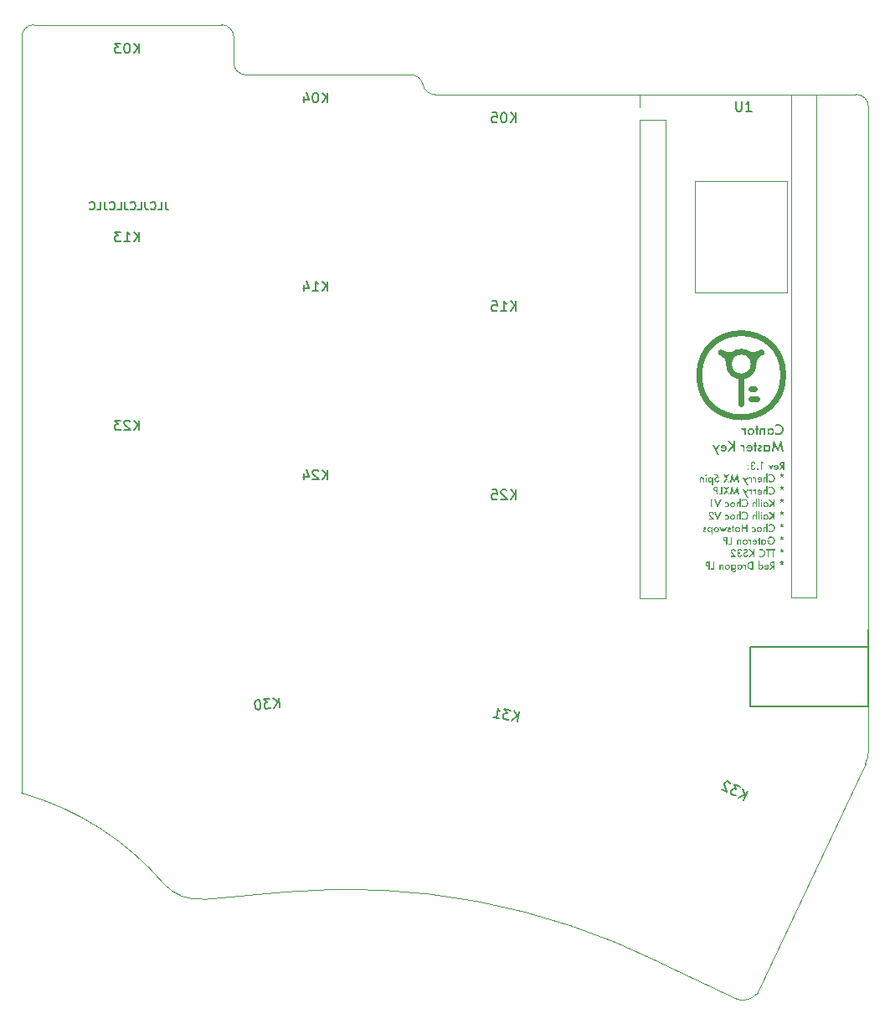
<source format=gbo>
%TF.GenerationSoftware,KiCad,Pcbnew,(7.0.0-0)*%
%TF.CreationDate,2023-05-01T13:28:00-07:00*%
%TF.ProjectId,cantor-master-key,63616e74-6f72-42d6-9d61-737465722d6b,rev1.0*%
%TF.SameCoordinates,PX78114e0PY44b6550*%
%TF.FileFunction,Legend,Bot*%
%TF.FilePolarity,Positive*%
%FSLAX46Y46*%
G04 Gerber Fmt 4.6, Leading zero omitted, Abs format (unit mm)*
G04 Created by KiCad (PCBNEW (7.0.0-0)) date 2023-05-01 13:28:00*
%MOMM*%
%LPD*%
G01*
G04 APERTURE LIST*
%ADD10C,0.187500*%
%ADD11C,0.200000*%
%ADD12C,0.150000*%
%ADD13C,0.120000*%
%ADD14C,0.600000*%
%TA.AperFunction,Profile*%
%ADD15C,0.100000*%
%TD*%
%TA.AperFunction,Profile*%
%ADD16C,0.120000*%
%TD*%
G04 APERTURE END LIST*
D10*
G36*
X65535554Y-10626147D02*
G01*
X65535554Y-10817878D01*
X65544280Y-10810755D01*
X65553025Y-10803859D01*
X65561789Y-10797189D01*
X65570573Y-10790744D01*
X65579375Y-10784526D01*
X65588196Y-10778534D01*
X65597037Y-10772768D01*
X65605896Y-10767228D01*
X65614775Y-10761915D01*
X65623673Y-10756827D01*
X65632589Y-10751965D01*
X65641525Y-10747330D01*
X65650480Y-10742921D01*
X65659454Y-10738738D01*
X65668447Y-10734781D01*
X65686491Y-10727545D01*
X65704610Y-10721214D01*
X65722806Y-10715787D01*
X65741079Y-10711265D01*
X65759428Y-10707647D01*
X65777853Y-10704933D01*
X65796354Y-10703124D01*
X65814932Y-10702220D01*
X65824249Y-10702107D01*
X65834472Y-10702221D01*
X65844594Y-10702564D01*
X65854615Y-10703135D01*
X65864534Y-10703935D01*
X65874353Y-10704963D01*
X65884070Y-10706220D01*
X65903201Y-10709419D01*
X65921927Y-10713532D01*
X65940249Y-10718559D01*
X65958167Y-10724500D01*
X65975680Y-10731355D01*
X65992788Y-10739124D01*
X66009492Y-10747807D01*
X66025792Y-10757404D01*
X66041687Y-10767915D01*
X66057177Y-10779340D01*
X66072263Y-10791679D01*
X66079654Y-10798191D01*
X66086944Y-10804932D01*
X66094133Y-10811902D01*
X66101221Y-10819099D01*
X66108193Y-10826446D01*
X66114944Y-10833894D01*
X66121474Y-10841443D01*
X66127782Y-10849092D01*
X66133869Y-10856841D01*
X66139735Y-10864692D01*
X66150802Y-10880694D01*
X66160984Y-10897100D01*
X66170280Y-10913907D01*
X66178691Y-10931118D01*
X66186217Y-10948731D01*
X66192858Y-10966747D01*
X66198613Y-10985165D01*
X66203482Y-11003986D01*
X66205585Y-11013548D01*
X66207466Y-11023210D01*
X66209126Y-11032973D01*
X66210565Y-11042836D01*
X66211783Y-11052800D01*
X66212779Y-11062865D01*
X66213553Y-11073031D01*
X66214107Y-11083297D01*
X66214439Y-11093663D01*
X66214549Y-11104131D01*
X66214439Y-11114476D01*
X66214107Y-11124720D01*
X66213553Y-11134862D01*
X66212779Y-11144904D01*
X66211783Y-11154844D01*
X66210565Y-11164684D01*
X66209126Y-11174422D01*
X66207466Y-11184059D01*
X66203482Y-11203030D01*
X66198613Y-11221596D01*
X66192858Y-11239758D01*
X66186217Y-11257515D01*
X66178691Y-11274868D01*
X66170280Y-11291816D01*
X66160984Y-11308360D01*
X66150802Y-11324499D01*
X66139735Y-11340233D01*
X66127782Y-11355563D01*
X66121474Y-11363077D01*
X66114944Y-11370489D01*
X66108193Y-11377800D01*
X66101221Y-11385010D01*
X66094088Y-11392042D01*
X66086855Y-11398852D01*
X66079523Y-11405438D01*
X66072091Y-11411800D01*
X66056928Y-11423856D01*
X66041366Y-11435019D01*
X66025405Y-11445288D01*
X66009046Y-11454665D01*
X65992287Y-11463149D01*
X65975130Y-11470739D01*
X65957574Y-11477437D01*
X65939620Y-11483241D01*
X65921266Y-11488153D01*
X65902514Y-11492172D01*
X65883363Y-11495297D01*
X65873638Y-11496525D01*
X65863813Y-11497530D01*
X65853888Y-11498311D01*
X65843864Y-11498869D01*
X65833740Y-11499204D01*
X65823517Y-11499316D01*
X65813021Y-11499208D01*
X65802722Y-11498884D01*
X65792619Y-11498345D01*
X65782713Y-11497591D01*
X65768222Y-11496054D01*
X65754174Y-11494033D01*
X65740567Y-11491526D01*
X65727403Y-11488535D01*
X65714681Y-11485058D01*
X65702402Y-11481096D01*
X65690564Y-11476649D01*
X65679169Y-11471716D01*
X65668799Y-11467209D01*
X65658299Y-11462237D01*
X65647667Y-11456800D01*
X65639067Y-11452116D01*
X65630383Y-11447134D01*
X65621615Y-11441854D01*
X65612763Y-11436276D01*
X65610537Y-11434836D01*
X65601565Y-11428882D01*
X65592478Y-11422623D01*
X65583277Y-11416059D01*
X65573961Y-11409190D01*
X65564531Y-11402015D01*
X65554987Y-11394535D01*
X65545328Y-11386750D01*
X65535554Y-11378660D01*
X65535554Y-11574542D01*
X65544147Y-11579531D01*
X65552766Y-11584362D01*
X65561412Y-11589034D01*
X65570084Y-11593548D01*
X65587509Y-11602100D01*
X65605041Y-11610019D01*
X65622680Y-11617304D01*
X65640426Y-11623956D01*
X65658279Y-11629974D01*
X65676238Y-11635359D01*
X65694304Y-11640110D01*
X65712478Y-11644228D01*
X65730758Y-11647712D01*
X65749145Y-11650563D01*
X65767638Y-11652780D01*
X65786239Y-11654364D01*
X65804947Y-11655314D01*
X65823761Y-11655631D01*
X65837908Y-11655475D01*
X65851924Y-11655006D01*
X65865810Y-11654225D01*
X65879567Y-11653131D01*
X65893192Y-11651725D01*
X65906688Y-11650007D01*
X65920053Y-11647976D01*
X65933288Y-11645632D01*
X65946393Y-11642976D01*
X65959368Y-11640008D01*
X65972213Y-11636727D01*
X65984927Y-11633134D01*
X65997511Y-11629228D01*
X66009965Y-11625010D01*
X66022288Y-11620479D01*
X66034481Y-11615636D01*
X66046544Y-11610481D01*
X66058477Y-11605013D01*
X66070280Y-11599232D01*
X66081952Y-11593139D01*
X66093494Y-11586734D01*
X66104906Y-11580016D01*
X66116188Y-11572986D01*
X66127339Y-11565643D01*
X66138361Y-11557988D01*
X66149252Y-11550020D01*
X66160012Y-11541740D01*
X66170643Y-11533147D01*
X66181143Y-11524242D01*
X66191513Y-11515024D01*
X66201753Y-11505494D01*
X66211863Y-11495652D01*
X66221705Y-11485497D01*
X66231235Y-11475211D01*
X66240453Y-11464795D01*
X66249358Y-11454249D01*
X66257950Y-11443573D01*
X66266231Y-11432766D01*
X66274198Y-11421829D01*
X66281854Y-11410762D01*
X66289196Y-11399565D01*
X66296227Y-11388238D01*
X66302945Y-11376780D01*
X66309350Y-11365192D01*
X66315443Y-11353474D01*
X66321223Y-11341625D01*
X66326691Y-11329647D01*
X66331847Y-11317538D01*
X66336690Y-11305299D01*
X66341221Y-11292929D01*
X66345439Y-11280430D01*
X66349345Y-11267800D01*
X66352938Y-11255040D01*
X66356219Y-11242150D01*
X66359187Y-11229129D01*
X66361843Y-11215979D01*
X66364187Y-11202698D01*
X66366218Y-11189287D01*
X66367936Y-11175745D01*
X66369342Y-11162073D01*
X66370436Y-11148272D01*
X66371217Y-11134340D01*
X66371686Y-11120277D01*
X66371842Y-11106085D01*
X66371711Y-11093351D01*
X66371319Y-11080705D01*
X66370665Y-11068147D01*
X66369750Y-11055675D01*
X66368574Y-11043291D01*
X66367136Y-11030994D01*
X66365437Y-11018785D01*
X66363476Y-11006663D01*
X66361254Y-10994628D01*
X66358771Y-10982680D01*
X66356026Y-10970820D01*
X66353020Y-10959047D01*
X66349752Y-10947361D01*
X66346223Y-10935762D01*
X66342432Y-10924251D01*
X66338381Y-10912827D01*
X66334067Y-10901491D01*
X66329492Y-10890242D01*
X66324656Y-10879080D01*
X66319559Y-10868005D01*
X66314200Y-10857018D01*
X66308579Y-10846118D01*
X66302697Y-10835305D01*
X66296554Y-10824579D01*
X66290149Y-10813941D01*
X66283483Y-10803390D01*
X66276556Y-10792927D01*
X66269367Y-10782551D01*
X66261916Y-10772262D01*
X66254205Y-10762060D01*
X66246231Y-10751946D01*
X66237997Y-10741919D01*
X66227598Y-10729852D01*
X66217011Y-10718169D01*
X66206235Y-10706869D01*
X66195269Y-10695951D01*
X66184115Y-10685417D01*
X66172772Y-10675266D01*
X66161241Y-10665498D01*
X66149520Y-10656113D01*
X66137610Y-10647111D01*
X66125511Y-10638492D01*
X66113224Y-10630256D01*
X66100747Y-10622404D01*
X66088082Y-10614934D01*
X66075228Y-10607847D01*
X66062185Y-10601144D01*
X66048953Y-10594823D01*
X66035532Y-10588886D01*
X66021922Y-10583331D01*
X66008123Y-10578160D01*
X65994135Y-10573372D01*
X65979959Y-10568967D01*
X65965593Y-10564945D01*
X65951039Y-10561305D01*
X65936296Y-10558049D01*
X65921364Y-10555177D01*
X65906242Y-10552687D01*
X65890932Y-10550580D01*
X65875433Y-10548856D01*
X65859746Y-10547515D01*
X65843869Y-10546558D01*
X65827803Y-10545983D01*
X65811549Y-10545792D01*
X65793727Y-10546105D01*
X65775981Y-10547047D01*
X65758311Y-10548617D01*
X65740718Y-10550814D01*
X65723201Y-10553639D01*
X65705761Y-10557092D01*
X65688397Y-10561172D01*
X65671109Y-10565881D01*
X65653898Y-10571217D01*
X65636762Y-10577181D01*
X65619704Y-10583772D01*
X65602721Y-10590992D01*
X65585815Y-10598839D01*
X65568985Y-10607314D01*
X65552231Y-10616417D01*
X65535554Y-10626147D01*
G37*
G36*
X65109848Y-10952602D02*
G01*
X65126115Y-10953773D01*
X65142034Y-10955724D01*
X65157604Y-10958455D01*
X65172824Y-10961967D01*
X65187695Y-10966259D01*
X65202217Y-10971332D01*
X65216390Y-10977185D01*
X65230214Y-10983819D01*
X65243688Y-10991233D01*
X65256813Y-10999428D01*
X65269589Y-11008403D01*
X65282016Y-11018158D01*
X65294094Y-11028694D01*
X65305822Y-11040010D01*
X65317201Y-11052107D01*
X65328026Y-11064789D01*
X65338153Y-11077859D01*
X65347581Y-11091319D01*
X65356311Y-11105169D01*
X65364342Y-11119407D01*
X65371675Y-11134035D01*
X65378310Y-11149052D01*
X65384246Y-11164459D01*
X65389484Y-11180254D01*
X65394023Y-11196439D01*
X65397864Y-11213013D01*
X65401007Y-11229977D01*
X65403451Y-11247330D01*
X65405197Y-11265071D01*
X65406245Y-11283203D01*
X65406594Y-11301723D01*
X65406245Y-11320547D01*
X65405197Y-11338978D01*
X65403451Y-11357016D01*
X65401007Y-11374660D01*
X65397864Y-11391912D01*
X65394023Y-11408770D01*
X65389484Y-11425236D01*
X65384246Y-11441308D01*
X65378310Y-11456987D01*
X65371675Y-11472273D01*
X65364342Y-11487166D01*
X65356311Y-11501666D01*
X65347581Y-11515773D01*
X65338153Y-11529487D01*
X65328026Y-11542808D01*
X65317201Y-11555736D01*
X65305720Y-11567832D01*
X65293868Y-11579149D01*
X65281647Y-11589685D01*
X65269055Y-11599440D01*
X65256093Y-11608415D01*
X65242761Y-11616609D01*
X65229058Y-11624024D01*
X65214986Y-11630657D01*
X65200543Y-11636510D01*
X65185730Y-11641583D01*
X65170547Y-11645876D01*
X65154993Y-11649388D01*
X65139070Y-11652119D01*
X65122776Y-11654070D01*
X65106112Y-11655241D01*
X65089078Y-11655631D01*
X65075457Y-11655287D01*
X65061948Y-11654253D01*
X65048552Y-11652531D01*
X65035269Y-11650120D01*
X65022098Y-11647021D01*
X65009039Y-11643232D01*
X64996093Y-11638754D01*
X64983260Y-11633588D01*
X64970539Y-11627733D01*
X64957931Y-11621189D01*
X64945436Y-11613956D01*
X64933053Y-11606034D01*
X64920783Y-11597424D01*
X64908625Y-11588125D01*
X64896580Y-11578136D01*
X64884647Y-11567459D01*
X64884647Y-11640000D01*
X64734438Y-11640000D01*
X64734438Y-11304410D01*
X64875122Y-11304410D01*
X64875327Y-11315945D01*
X64875942Y-11327224D01*
X64876968Y-11338247D01*
X64878404Y-11349015D01*
X64880250Y-11359527D01*
X64882506Y-11369783D01*
X64885173Y-11379784D01*
X64888250Y-11389528D01*
X64891737Y-11399018D01*
X64895634Y-11408251D01*
X64899942Y-11417229D01*
X64904660Y-11425951D01*
X64909788Y-11434418D01*
X64915326Y-11442628D01*
X64921275Y-11450583D01*
X64927634Y-11458283D01*
X64937770Y-11468759D01*
X64948485Y-11478204D01*
X64959780Y-11486619D01*
X64971655Y-11494003D01*
X64984109Y-11500357D01*
X64997143Y-11505681D01*
X65010756Y-11509975D01*
X65024949Y-11513237D01*
X65034733Y-11514840D01*
X65044775Y-11515985D01*
X65055074Y-11516672D01*
X65065631Y-11516901D01*
X65070596Y-11516842D01*
X65080366Y-11516369D01*
X65094620Y-11514772D01*
X65108393Y-11512110D01*
X65121685Y-11508383D01*
X65134496Y-11503592D01*
X65146827Y-11497736D01*
X65158676Y-11490815D01*
X65170045Y-11482829D01*
X65180933Y-11473779D01*
X65191340Y-11463664D01*
X65198011Y-11456329D01*
X65204222Y-11448710D01*
X65210032Y-11440812D01*
X65215442Y-11432635D01*
X65220450Y-11424180D01*
X65225059Y-11415447D01*
X65229266Y-11406435D01*
X65233073Y-11397144D01*
X65236479Y-11387575D01*
X65239484Y-11377727D01*
X65242089Y-11367600D01*
X65244293Y-11357195D01*
X65246096Y-11346511D01*
X65247498Y-11335549D01*
X65248500Y-11324308D01*
X65249101Y-11312789D01*
X65249302Y-11300990D01*
X65249096Y-11289929D01*
X65248477Y-11279093D01*
X65247447Y-11268481D01*
X65246004Y-11258095D01*
X65244150Y-11247934D01*
X65241883Y-11237999D01*
X65239204Y-11228288D01*
X65236113Y-11218803D01*
X65232609Y-11209542D01*
X65228694Y-11200507D01*
X65224366Y-11191697D01*
X65219626Y-11183113D01*
X65214474Y-11174753D01*
X65208910Y-11166619D01*
X65202934Y-11158709D01*
X65196545Y-11151025D01*
X65193207Y-11147329D01*
X65186376Y-11140288D01*
X65175743Y-11130606D01*
X65164646Y-11121981D01*
X65153085Y-11114412D01*
X65141061Y-11107899D01*
X65128573Y-11102442D01*
X65115622Y-11098041D01*
X65102206Y-11094697D01*
X65088327Y-11092408D01*
X65073985Y-11091176D01*
X65064166Y-11090942D01*
X65053786Y-11091173D01*
X65043653Y-11091869D01*
X65033766Y-11093028D01*
X65019397Y-11095636D01*
X65005582Y-11099288D01*
X64992320Y-11103983D01*
X64979613Y-11109721D01*
X64967459Y-11116502D01*
X64955859Y-11124327D01*
X64944813Y-11133194D01*
X64934321Y-11143106D01*
X64927634Y-11150293D01*
X64921275Y-11157993D01*
X64915326Y-11165951D01*
X64909788Y-11174166D01*
X64904660Y-11182640D01*
X64899942Y-11191370D01*
X64895634Y-11200359D01*
X64891737Y-11209604D01*
X64888250Y-11219108D01*
X64885173Y-11228869D01*
X64882506Y-11238888D01*
X64880250Y-11249164D01*
X64878404Y-11259698D01*
X64876968Y-11270490D01*
X64875942Y-11281539D01*
X64875327Y-11292846D01*
X64875122Y-11304410D01*
X64734438Y-11304410D01*
X64734438Y-10967843D01*
X64884647Y-10967843D01*
X64884647Y-11046978D01*
X64896281Y-11035502D01*
X64908102Y-11024767D01*
X64920110Y-11014772D01*
X64932305Y-11005518D01*
X64944687Y-10997003D01*
X64957256Y-10989230D01*
X64970012Y-10982196D01*
X64982955Y-10975903D01*
X64996085Y-10970350D01*
X65009402Y-10965538D01*
X65022906Y-10961466D01*
X65036597Y-10958135D01*
X65050475Y-10955543D01*
X65064540Y-10953692D01*
X65078792Y-10952582D01*
X65093230Y-10952212D01*
X65109848Y-10952602D01*
G37*
G36*
X64536113Y-10967843D02*
G01*
X64378820Y-10967843D01*
X64378820Y-11031102D01*
X64368605Y-11021549D01*
X64358231Y-11012612D01*
X64347699Y-11004292D01*
X64337009Y-10996588D01*
X64326160Y-10989500D01*
X64315153Y-10983028D01*
X64303987Y-10977173D01*
X64292663Y-10971934D01*
X64281181Y-10967312D01*
X64269541Y-10963306D01*
X64257742Y-10959916D01*
X64245784Y-10957142D01*
X64233668Y-10954985D01*
X64221394Y-10953444D01*
X64208962Y-10952520D01*
X64196371Y-10952212D01*
X64181949Y-10952499D01*
X64167932Y-10953360D01*
X64154319Y-10954796D01*
X64141111Y-10956806D01*
X64128307Y-10959391D01*
X64115908Y-10962550D01*
X64103913Y-10966283D01*
X64092323Y-10970591D01*
X64081138Y-10975473D01*
X64070357Y-10980929D01*
X64059980Y-10986960D01*
X64050008Y-10993565D01*
X64040441Y-11000744D01*
X64031278Y-11008498D01*
X64022519Y-11016826D01*
X64014166Y-11025729D01*
X64007333Y-11033854D01*
X64000942Y-11042597D01*
X63994992Y-11051958D01*
X63989482Y-11061938D01*
X63984413Y-11072536D01*
X63979785Y-11083752D01*
X63975597Y-11095586D01*
X63971851Y-11108039D01*
X63968545Y-11121109D01*
X63965680Y-11134798D01*
X63963255Y-11149106D01*
X63961272Y-11164031D01*
X63959729Y-11179575D01*
X63958627Y-11195737D01*
X63957966Y-11212517D01*
X63957745Y-11229916D01*
X63957745Y-11640000D01*
X64115038Y-11640000D01*
X64115038Y-11266064D01*
X64115145Y-11253937D01*
X64115465Y-11242288D01*
X64116000Y-11231116D01*
X64116748Y-11220421D01*
X64117709Y-11210203D01*
X64118885Y-11200462D01*
X64121049Y-11186744D01*
X64123693Y-11174101D01*
X64126819Y-11162530D01*
X64130425Y-11152033D01*
X64134512Y-11142609D01*
X64140710Y-11131713D01*
X64142393Y-11129288D01*
X64149675Y-11120300D01*
X64158330Y-11112511D01*
X64168359Y-11105921D01*
X64179762Y-11100528D01*
X64189216Y-11097270D01*
X64199443Y-11094686D01*
X64210442Y-11092777D01*
X64222215Y-11091541D01*
X64234760Y-11090979D01*
X64239113Y-11090942D01*
X64253054Y-11091388D01*
X64266210Y-11092728D01*
X64278580Y-11094960D01*
X64290164Y-11098086D01*
X64300962Y-11102104D01*
X64310975Y-11107016D01*
X64320202Y-11112820D01*
X64328644Y-11119518D01*
X64336299Y-11127109D01*
X64343169Y-11135592D01*
X64347313Y-11141744D01*
X64352944Y-11151791D01*
X64358020Y-11163156D01*
X64362543Y-11175840D01*
X64366513Y-11189841D01*
X64368851Y-11199907D01*
X64370943Y-11210560D01*
X64372789Y-11221798D01*
X64374389Y-11233621D01*
X64375743Y-11246031D01*
X64376851Y-11259026D01*
X64377712Y-11272608D01*
X64378328Y-11286775D01*
X64378697Y-11301528D01*
X64378820Y-11316866D01*
X64378820Y-11640000D01*
X64536113Y-11640000D01*
X64536113Y-10967843D01*
G37*
G36*
X63611898Y-11108527D02*
G01*
X63611898Y-11640000D01*
X63769190Y-11640000D01*
X63769190Y-11108527D01*
X63831716Y-11108527D01*
X63831716Y-10969797D01*
X63769190Y-10969797D01*
X63769190Y-10717739D01*
X63611898Y-10717739D01*
X63611898Y-10969797D01*
X63487822Y-10969797D01*
X63487822Y-11108527D01*
X63611898Y-11108527D01*
G37*
G36*
X63075183Y-10952608D02*
G01*
X63093038Y-10953795D01*
X63110544Y-10955775D01*
X63127701Y-10958547D01*
X63144509Y-10962110D01*
X63160968Y-10966466D01*
X63177078Y-10971613D01*
X63192838Y-10977552D01*
X63208249Y-10984283D01*
X63223311Y-10991806D01*
X63238024Y-11000120D01*
X63252387Y-11009227D01*
X63266402Y-11019126D01*
X63280067Y-11029816D01*
X63293383Y-11041298D01*
X63306350Y-11053572D01*
X63318742Y-11066380D01*
X63330335Y-11079523D01*
X63341129Y-11093002D01*
X63351123Y-11106817D01*
X63360317Y-11120968D01*
X63368712Y-11135455D01*
X63376307Y-11150277D01*
X63383103Y-11165436D01*
X63389099Y-11180930D01*
X63394296Y-11196760D01*
X63398694Y-11212926D01*
X63402291Y-11229427D01*
X63405090Y-11246265D01*
X63407089Y-11263438D01*
X63408288Y-11280947D01*
X63408688Y-11298792D01*
X63408295Y-11317732D01*
X63407119Y-11336264D01*
X63405158Y-11354391D01*
X63402414Y-11372111D01*
X63398884Y-11389424D01*
X63394571Y-11406332D01*
X63389473Y-11422832D01*
X63383592Y-11438927D01*
X63376926Y-11454614D01*
X63369475Y-11469896D01*
X63361241Y-11484771D01*
X63352222Y-11499239D01*
X63342419Y-11513301D01*
X63331831Y-11526957D01*
X63320460Y-11540206D01*
X63308304Y-11553049D01*
X63295597Y-11565471D01*
X63282513Y-11577092D01*
X63269051Y-11587911D01*
X63255211Y-11597929D01*
X63240994Y-11607145D01*
X63226398Y-11615560D01*
X63211425Y-11623173D01*
X63196074Y-11629986D01*
X63180345Y-11635996D01*
X63164239Y-11641205D01*
X63147754Y-11645613D01*
X63130892Y-11649220D01*
X63113652Y-11652025D01*
X63096034Y-11654028D01*
X63078038Y-11655230D01*
X63059665Y-11655631D01*
X63041103Y-11655238D01*
X63022910Y-11654059D01*
X63005085Y-11652093D01*
X62987628Y-11649342D01*
X62970540Y-11645804D01*
X62953820Y-11641480D01*
X62937468Y-11636370D01*
X62921484Y-11630474D01*
X62905869Y-11623792D01*
X62890622Y-11616323D01*
X62875743Y-11608069D01*
X62861232Y-11599028D01*
X62847090Y-11589201D01*
X62833316Y-11578588D01*
X62819911Y-11567188D01*
X62806873Y-11555003D01*
X62794451Y-11542175D01*
X62782831Y-11528968D01*
X62772011Y-11515384D01*
X62761994Y-11501422D01*
X62752777Y-11487082D01*
X62744362Y-11472365D01*
X62736749Y-11457270D01*
X62729937Y-11441796D01*
X62723926Y-11425945D01*
X62718717Y-11409717D01*
X62714309Y-11393110D01*
X62710703Y-11376126D01*
X62707898Y-11358763D01*
X62705894Y-11341023D01*
X62704692Y-11322905D01*
X62704291Y-11304410D01*
X62861584Y-11304410D01*
X62861636Y-11310417D01*
X62862052Y-11322204D01*
X62862884Y-11333687D01*
X62864131Y-11344867D01*
X62865795Y-11355743D01*
X62867875Y-11366316D01*
X62870371Y-11376586D01*
X62873283Y-11386552D01*
X62876611Y-11396215D01*
X62880355Y-11405574D01*
X62884514Y-11414630D01*
X62889090Y-11423383D01*
X62894082Y-11431832D01*
X62902349Y-11443937D01*
X62908381Y-11451628D01*
X62914829Y-11459016D01*
X62921594Y-11466025D01*
X62932268Y-11475692D01*
X62943573Y-11484340D01*
X62955509Y-11491972D01*
X62968076Y-11498586D01*
X62981275Y-11504182D01*
X62995104Y-11508761D01*
X63004675Y-11511248D01*
X63014525Y-11513283D01*
X63024657Y-11514866D01*
X63035069Y-11515997D01*
X63045761Y-11516675D01*
X63056734Y-11516901D01*
X63067621Y-11516672D01*
X63078238Y-11515985D01*
X63088587Y-11514840D01*
X63098667Y-11513237D01*
X63108478Y-11511177D01*
X63118019Y-11508658D01*
X63131828Y-11504021D01*
X63145030Y-11498354D01*
X63157628Y-11491656D01*
X63169620Y-11483928D01*
X63181006Y-11475170D01*
X63191788Y-11465381D01*
X63198639Y-11458283D01*
X63201884Y-11454624D01*
X63211004Y-11443163D01*
X63216568Y-11435116D01*
X63221720Y-11426745D01*
X63226460Y-11418050D01*
X63230787Y-11409030D01*
X63234703Y-11399686D01*
X63238206Y-11390017D01*
X63241297Y-11380024D01*
X63243976Y-11369707D01*
X63246243Y-11359065D01*
X63248098Y-11348099D01*
X63249540Y-11336808D01*
X63250571Y-11325193D01*
X63251189Y-11313254D01*
X63251395Y-11300990D01*
X63251185Y-11289522D01*
X63250556Y-11278322D01*
X63249506Y-11267388D01*
X63248037Y-11256721D01*
X63246148Y-11246322D01*
X63243839Y-11236190D01*
X63241110Y-11226325D01*
X63237962Y-11216727D01*
X63234394Y-11207396D01*
X63230406Y-11198332D01*
X63225998Y-11189536D01*
X63221170Y-11181006D01*
X63215923Y-11172744D01*
X63210256Y-11164749D01*
X63204169Y-11157021D01*
X63197662Y-11149560D01*
X63190786Y-11142462D01*
X63179989Y-11132673D01*
X63168612Y-11123914D01*
X63156656Y-11116186D01*
X63144120Y-11109489D01*
X63131005Y-11103822D01*
X63117310Y-11099185D01*
X63107858Y-11096666D01*
X63098148Y-11094605D01*
X63088181Y-11093002D01*
X63077956Y-11091857D01*
X63067474Y-11091171D01*
X63056734Y-11090942D01*
X63045847Y-11091171D01*
X63035229Y-11091857D01*
X63024880Y-11093002D01*
X63014800Y-11094605D01*
X63004989Y-11096666D01*
X62995448Y-11099185D01*
X62981640Y-11103822D01*
X62968437Y-11109489D01*
X62955840Y-11116186D01*
X62943848Y-11123914D01*
X62932461Y-11132673D01*
X62921680Y-11142462D01*
X62914829Y-11149560D01*
X62908381Y-11156948D01*
X62902349Y-11164642D01*
X62896734Y-11172641D01*
X62891534Y-11180945D01*
X62886750Y-11189555D01*
X62882382Y-11198469D01*
X62878431Y-11207690D01*
X62874895Y-11217215D01*
X62871775Y-11227046D01*
X62869071Y-11237182D01*
X62866783Y-11247623D01*
X62864911Y-11258370D01*
X62863455Y-11269422D01*
X62862416Y-11280779D01*
X62861792Y-11292442D01*
X62861584Y-11304410D01*
X62704291Y-11304410D01*
X62704689Y-11286058D01*
X62705883Y-11268067D01*
X62707872Y-11250437D01*
X62710657Y-11233167D01*
X62714237Y-11216258D01*
X62718614Y-11199710D01*
X62723786Y-11183522D01*
X62729754Y-11167695D01*
X62736517Y-11152228D01*
X62744076Y-11137123D01*
X62752431Y-11122377D01*
X62761581Y-11107993D01*
X62771528Y-11093969D01*
X62782270Y-11080306D01*
X62793807Y-11067003D01*
X62806140Y-11054061D01*
X62819199Y-11041728D01*
X62832606Y-11030190D01*
X62846363Y-11019448D01*
X62860469Y-11009502D01*
X62874924Y-11000351D01*
X62889729Y-10991997D01*
X62904882Y-10984437D01*
X62920385Y-10977674D01*
X62936237Y-10971706D01*
X62952438Y-10966534D01*
X62968988Y-10962158D01*
X62985888Y-10958577D01*
X63003137Y-10955792D01*
X63020735Y-10953803D01*
X63038682Y-10952609D01*
X63056978Y-10952212D01*
X63075183Y-10952608D01*
G37*
G36*
X62536252Y-10967843D02*
G01*
X62378960Y-10967843D01*
X62378960Y-11031835D01*
X62371077Y-11023570D01*
X62363366Y-11015812D01*
X62355827Y-11008561D01*
X62348460Y-11001816D01*
X62338904Y-10993611D01*
X62329653Y-10986306D01*
X62320708Y-10979903D01*
X62312068Y-10974400D01*
X62303733Y-10969797D01*
X62292972Y-10964731D01*
X62281603Y-10960524D01*
X62272070Y-10957776D01*
X62262148Y-10955578D01*
X62251836Y-10953929D01*
X62241135Y-10952830D01*
X62230045Y-10952280D01*
X62224354Y-10952212D01*
X62212904Y-10952549D01*
X62201359Y-10953560D01*
X62189720Y-10955245D01*
X62177986Y-10957604D01*
X62166158Y-10960637D01*
X62154235Y-10964345D01*
X62142218Y-10968726D01*
X62130107Y-10973781D01*
X62117901Y-10979511D01*
X62105600Y-10985914D01*
X62097348Y-10990558D01*
X62167690Y-11139790D01*
X62175870Y-11134203D01*
X62186723Y-11127609D01*
X62197516Y-11121991D01*
X62208247Y-11117350D01*
X62218918Y-11113687D01*
X62229527Y-11111000D01*
X62240075Y-11109290D01*
X62250562Y-11108558D01*
X62253175Y-11108527D01*
X62268406Y-11109265D01*
X62282656Y-11111477D01*
X62295922Y-11115165D01*
X62308206Y-11120327D01*
X62319507Y-11126965D01*
X62329825Y-11135077D01*
X62339161Y-11144665D01*
X62347513Y-11155727D01*
X62354884Y-11168264D01*
X62361271Y-11182277D01*
X62366676Y-11197764D01*
X62371098Y-11214727D01*
X62374538Y-11233164D01*
X62375889Y-11242936D01*
X62376994Y-11253077D01*
X62377854Y-11263586D01*
X62378468Y-11274464D01*
X62378837Y-11285711D01*
X62378960Y-11297327D01*
X62378960Y-11640000D01*
X62536252Y-11640000D01*
X62536252Y-10967843D01*
G37*
G36*
X66360362Y-13320000D02*
G01*
X66138346Y-12179630D01*
X65775889Y-13003949D01*
X65400732Y-12179630D01*
X65201186Y-13320000D01*
X65364340Y-13320000D01*
X65466189Y-12679595D01*
X65778820Y-13368848D01*
X66082170Y-12679106D01*
X66195743Y-13320000D01*
X66360362Y-13320000D01*
G37*
G36*
X64745437Y-12632602D02*
G01*
X64761705Y-12633773D01*
X64777624Y-12635724D01*
X64793193Y-12638455D01*
X64808414Y-12641967D01*
X64823285Y-12646259D01*
X64837807Y-12651332D01*
X64851980Y-12657185D01*
X64865803Y-12663819D01*
X64879278Y-12671233D01*
X64892403Y-12679428D01*
X64905179Y-12688403D01*
X64917606Y-12698158D01*
X64929683Y-12708694D01*
X64941412Y-12720010D01*
X64952791Y-12732107D01*
X64963616Y-12744789D01*
X64973742Y-12757859D01*
X64983170Y-12771319D01*
X64991900Y-12785169D01*
X64999932Y-12799407D01*
X65007265Y-12814035D01*
X65013899Y-12829052D01*
X65019836Y-12844459D01*
X65025073Y-12860254D01*
X65029613Y-12876439D01*
X65033454Y-12893013D01*
X65036597Y-12909977D01*
X65039041Y-12927330D01*
X65040787Y-12945071D01*
X65041835Y-12963203D01*
X65042184Y-12981723D01*
X65041835Y-13000547D01*
X65040787Y-13018978D01*
X65039041Y-13037016D01*
X65036597Y-13054660D01*
X65033454Y-13071912D01*
X65029613Y-13088770D01*
X65025073Y-13105236D01*
X65019836Y-13121308D01*
X65013899Y-13136987D01*
X65007265Y-13152273D01*
X64999932Y-13167166D01*
X64991900Y-13181666D01*
X64983170Y-13195773D01*
X64973742Y-13209487D01*
X64963616Y-13222808D01*
X64952791Y-13235736D01*
X64941310Y-13247832D01*
X64929458Y-13259149D01*
X64917236Y-13269685D01*
X64904644Y-13279440D01*
X64891682Y-13288415D01*
X64878350Y-13296609D01*
X64864648Y-13304024D01*
X64850575Y-13310657D01*
X64836132Y-13316510D01*
X64821320Y-13321583D01*
X64806136Y-13325876D01*
X64790583Y-13329388D01*
X64774660Y-13332119D01*
X64758366Y-13334070D01*
X64741702Y-13335241D01*
X64724668Y-13335631D01*
X64711047Y-13335287D01*
X64697538Y-13334253D01*
X64684142Y-13332531D01*
X64670858Y-13330120D01*
X64657687Y-13327021D01*
X64644629Y-13323232D01*
X64631683Y-13318754D01*
X64618850Y-13313588D01*
X64606129Y-13307733D01*
X64593521Y-13301189D01*
X64581026Y-13293956D01*
X64568643Y-13286034D01*
X64556372Y-13277424D01*
X64544215Y-13268125D01*
X64532169Y-13258136D01*
X64520237Y-13247459D01*
X64520237Y-13320000D01*
X64370027Y-13320000D01*
X64370027Y-12984410D01*
X64510711Y-12984410D01*
X64510916Y-12995945D01*
X64511532Y-13007224D01*
X64512557Y-13018247D01*
X64513993Y-13029015D01*
X64515839Y-13039527D01*
X64518096Y-13049783D01*
X64520762Y-13059784D01*
X64523839Y-13069528D01*
X64527326Y-13079018D01*
X64531224Y-13088251D01*
X64535532Y-13097229D01*
X64540249Y-13105951D01*
X64545378Y-13114418D01*
X64550916Y-13122628D01*
X64556865Y-13130583D01*
X64563224Y-13138283D01*
X64573359Y-13148759D01*
X64584075Y-13158204D01*
X64595370Y-13166619D01*
X64607244Y-13174003D01*
X64619699Y-13180357D01*
X64632733Y-13185681D01*
X64646346Y-13189975D01*
X64660539Y-13193237D01*
X64670323Y-13194840D01*
X64680365Y-13195985D01*
X64690664Y-13196672D01*
X64701221Y-13196901D01*
X64706186Y-13196842D01*
X64715955Y-13196369D01*
X64730209Y-13194772D01*
X64743982Y-13192110D01*
X64757274Y-13188383D01*
X64770086Y-13183592D01*
X64782416Y-13177736D01*
X64794266Y-13170815D01*
X64805635Y-13162829D01*
X64816522Y-13153779D01*
X64826929Y-13143664D01*
X64833600Y-13136329D01*
X64839811Y-13128710D01*
X64845622Y-13120812D01*
X64851031Y-13112635D01*
X64856040Y-13104180D01*
X64860648Y-13095447D01*
X64864856Y-13086435D01*
X64868663Y-13077144D01*
X64872069Y-13067575D01*
X64875074Y-13057727D01*
X64877679Y-13047600D01*
X64879882Y-13037195D01*
X64881686Y-13026511D01*
X64883088Y-13015549D01*
X64884090Y-13004308D01*
X64884691Y-12992789D01*
X64884891Y-12980990D01*
X64884685Y-12969929D01*
X64884067Y-12959093D01*
X64883037Y-12948481D01*
X64881594Y-12938095D01*
X64879739Y-12927934D01*
X64877472Y-12917999D01*
X64874793Y-12908288D01*
X64871702Y-12898803D01*
X64868199Y-12889542D01*
X64864283Y-12880507D01*
X64859956Y-12871697D01*
X64855216Y-12863113D01*
X64850064Y-12854753D01*
X64844500Y-12846619D01*
X64838523Y-12838709D01*
X64832135Y-12831025D01*
X64828797Y-12827329D01*
X64821965Y-12820288D01*
X64811332Y-12810606D01*
X64800235Y-12801981D01*
X64788675Y-12794412D01*
X64776651Y-12787899D01*
X64764163Y-12782442D01*
X64751211Y-12778041D01*
X64737796Y-12774697D01*
X64723917Y-12772408D01*
X64709575Y-12771176D01*
X64699755Y-12770942D01*
X64689376Y-12771173D01*
X64679243Y-12771869D01*
X64669356Y-12773028D01*
X64654987Y-12775636D01*
X64641171Y-12779288D01*
X64627910Y-12783983D01*
X64615202Y-12789721D01*
X64603049Y-12796502D01*
X64591449Y-12804327D01*
X64580403Y-12813194D01*
X64569911Y-12823106D01*
X64563224Y-12830293D01*
X64556865Y-12837993D01*
X64550916Y-12845951D01*
X64545378Y-12854166D01*
X64540249Y-12862640D01*
X64535532Y-12871370D01*
X64531224Y-12880359D01*
X64527326Y-12889604D01*
X64523839Y-12899108D01*
X64520762Y-12908869D01*
X64518096Y-12918888D01*
X64515839Y-12929164D01*
X64513993Y-12939698D01*
X64512557Y-12950490D01*
X64511532Y-12961539D01*
X64510916Y-12972846D01*
X64510711Y-12984410D01*
X64370027Y-12984410D01*
X64370027Y-12647843D01*
X64520237Y-12647843D01*
X64520237Y-12726978D01*
X64531871Y-12715502D01*
X64543692Y-12704767D01*
X64555700Y-12694772D01*
X64567895Y-12685518D01*
X64580277Y-12677003D01*
X64592846Y-12669230D01*
X64605602Y-12662196D01*
X64618545Y-12655903D01*
X64631674Y-12650350D01*
X64644991Y-12645538D01*
X64658495Y-12641466D01*
X64672186Y-12638135D01*
X64686064Y-12635543D01*
X64700129Y-12633692D01*
X64714381Y-12632582D01*
X64728820Y-12632212D01*
X64745437Y-12632602D01*
G37*
G36*
X63776273Y-12764347D02*
G01*
X63903524Y-12832247D01*
X63909375Y-12821291D01*
X63915479Y-12811412D01*
X63921837Y-12802612D01*
X63928448Y-12794889D01*
X63937657Y-12786268D01*
X63947316Y-12779563D01*
X63957425Y-12774773D01*
X63967985Y-12771899D01*
X63978995Y-12770942D01*
X63989360Y-12771812D01*
X63998961Y-12774422D01*
X64007800Y-12778773D01*
X64015875Y-12784863D01*
X64022500Y-12792328D01*
X64027691Y-12801930D01*
X64030294Y-12811536D01*
X64031018Y-12820767D01*
X64028836Y-12832662D01*
X64023947Y-12842161D01*
X64016265Y-12851644D01*
X64008670Y-12858747D01*
X63999504Y-12865841D01*
X63988766Y-12872926D01*
X63976457Y-12880003D01*
X63967378Y-12884716D01*
X63957601Y-12889426D01*
X63947125Y-12894131D01*
X63941625Y-12896482D01*
X63926523Y-12903044D01*
X63912053Y-12909538D01*
X63898214Y-12915966D01*
X63885007Y-12922326D01*
X63872431Y-12928620D01*
X63860487Y-12934848D01*
X63849175Y-12941008D01*
X63838494Y-12947102D01*
X63828445Y-12953129D01*
X63819027Y-12959089D01*
X63810241Y-12964982D01*
X63802086Y-12970809D01*
X63791039Y-12979423D01*
X63781413Y-12987887D01*
X63775785Y-12993447D01*
X63768146Y-13002011D01*
X63761259Y-13011124D01*
X63755123Y-13020787D01*
X63749738Y-13030999D01*
X63745105Y-13041761D01*
X63741223Y-13053073D01*
X63738093Y-13064934D01*
X63735713Y-13077344D01*
X63734086Y-13090304D01*
X63733209Y-13103814D01*
X63733042Y-13113126D01*
X63733319Y-13125004D01*
X63734149Y-13136642D01*
X63735532Y-13148039D01*
X63737469Y-13159196D01*
X63739959Y-13170113D01*
X63743003Y-13180789D01*
X63746599Y-13191224D01*
X63750750Y-13201420D01*
X63755453Y-13211374D01*
X63760710Y-13221089D01*
X63766521Y-13230563D01*
X63772884Y-13239796D01*
X63779801Y-13248789D01*
X63787272Y-13257542D01*
X63795295Y-13266054D01*
X63803872Y-13274326D01*
X63812593Y-13281750D01*
X63821534Y-13288694D01*
X63830697Y-13295160D01*
X63840081Y-13301147D01*
X63849687Y-13306655D01*
X63859514Y-13311684D01*
X63869562Y-13316234D01*
X63879832Y-13320305D01*
X63890323Y-13323897D01*
X63901035Y-13327010D01*
X63911969Y-13329644D01*
X63923124Y-13331799D01*
X63934500Y-13333476D01*
X63946098Y-13334673D01*
X63957917Y-13335392D01*
X63969958Y-13335631D01*
X63980304Y-13335470D01*
X63990459Y-13334988D01*
X64000423Y-13334184D01*
X64010197Y-13333059D01*
X64029171Y-13329844D01*
X64047383Y-13325342D01*
X64064831Y-13319555D01*
X64081516Y-13312481D01*
X64097437Y-13304122D01*
X64112595Y-13294476D01*
X64126991Y-13283544D01*
X64140622Y-13271326D01*
X64153491Y-13257823D01*
X64165596Y-13243032D01*
X64176938Y-13226956D01*
X64182323Y-13218436D01*
X64187517Y-13209594D01*
X64192520Y-13200431D01*
X64197332Y-13190946D01*
X64201954Y-13181139D01*
X64206385Y-13171011D01*
X64077669Y-13110439D01*
X64072651Y-13119064D01*
X64066309Y-13129616D01*
X64060363Y-13139085D01*
X64054814Y-13147469D01*
X64048436Y-13156425D01*
X64041601Y-13164938D01*
X64035659Y-13171011D01*
X64026613Y-13178470D01*
X64017031Y-13184664D01*
X64006912Y-13189594D01*
X63996256Y-13193260D01*
X63985063Y-13195662D01*
X63973334Y-13196800D01*
X63968492Y-13196901D01*
X63954525Y-13196279D01*
X63941931Y-13194411D01*
X63930711Y-13191298D01*
X63920865Y-13186941D01*
X63912393Y-13181338D01*
X63905294Y-13174490D01*
X63899570Y-13166397D01*
X63895219Y-13157059D01*
X63892243Y-13146476D01*
X63890640Y-13134648D01*
X63890334Y-13126071D01*
X63891269Y-13115900D01*
X63894074Y-13105905D01*
X63898749Y-13096086D01*
X63905294Y-13086442D01*
X63913709Y-13076974D01*
X63921248Y-13069988D01*
X63929838Y-13063101D01*
X63939480Y-13056312D01*
X63950174Y-13049623D01*
X63960230Y-13044624D01*
X63970310Y-13039672D01*
X63980413Y-13034766D01*
X63990539Y-13029908D01*
X63996336Y-13027152D01*
X64006511Y-13022320D01*
X64016732Y-13017442D01*
X64027000Y-13012516D01*
X64035839Y-13008257D01*
X64043230Y-13004682D01*
X64055385Y-12998545D01*
X64066844Y-12992409D01*
X64077607Y-12986272D01*
X64087675Y-12980136D01*
X64097047Y-12973999D01*
X64105724Y-12967862D01*
X64113706Y-12961726D01*
X64123265Y-12953544D01*
X64131589Y-12945362D01*
X64137020Y-12939225D01*
X64143218Y-12931229D01*
X64148806Y-12922813D01*
X64153785Y-12913976D01*
X64158154Y-12904718D01*
X64161914Y-12895039D01*
X64165064Y-12884940D01*
X64167604Y-12874420D01*
X64169535Y-12863479D01*
X64170855Y-12852118D01*
X64171567Y-12840335D01*
X64171702Y-12832247D01*
X64171471Y-12821526D01*
X64170779Y-12811039D01*
X64169624Y-12800788D01*
X64168008Y-12790771D01*
X64165930Y-12780989D01*
X64163390Y-12771442D01*
X64160389Y-12762129D01*
X64155021Y-12748600D01*
X64148614Y-12735599D01*
X64141168Y-12723126D01*
X64132683Y-12711181D01*
X64126449Y-12703511D01*
X64119753Y-12696076D01*
X64112595Y-12688876D01*
X64104953Y-12682014D01*
X64097109Y-12675595D01*
X64089062Y-12669619D01*
X64080813Y-12664085D01*
X64072362Y-12658994D01*
X64063709Y-12654346D01*
X64054853Y-12650141D01*
X64045795Y-12646378D01*
X64036535Y-12643058D01*
X64027072Y-12640180D01*
X64017408Y-12637745D01*
X64007540Y-12635753D01*
X63997471Y-12634204D01*
X63987200Y-12633097D01*
X63976726Y-12632433D01*
X63966050Y-12632212D01*
X63950368Y-12632728D01*
X63935195Y-12634276D01*
X63920532Y-12636857D01*
X63906378Y-12640470D01*
X63892734Y-12645115D01*
X63879599Y-12650793D01*
X63866974Y-12657503D01*
X63854858Y-12665245D01*
X63843252Y-12674020D01*
X63832155Y-12683827D01*
X63821568Y-12694666D01*
X63811490Y-12706538D01*
X63801921Y-12719442D01*
X63792862Y-12733378D01*
X63784313Y-12748346D01*
X63776273Y-12764347D01*
G37*
G36*
X63446789Y-12788527D02*
G01*
X63446789Y-13320000D01*
X63604082Y-13320000D01*
X63604082Y-12788527D01*
X63666608Y-12788527D01*
X63666608Y-12649797D01*
X63604082Y-12649797D01*
X63604082Y-12397739D01*
X63446789Y-12397739D01*
X63446789Y-12649797D01*
X63322714Y-12649797D01*
X63322714Y-12788527D01*
X63446789Y-12788527D01*
G37*
G36*
X62936281Y-12632589D02*
G01*
X62953865Y-12633719D01*
X62971002Y-12635603D01*
X62987689Y-12638241D01*
X63003929Y-12641633D01*
X63019719Y-12645779D01*
X63035062Y-12650678D01*
X63049956Y-12656331D01*
X63064402Y-12662737D01*
X63078399Y-12669898D01*
X63091948Y-12677812D01*
X63105048Y-12686479D01*
X63117700Y-12695901D01*
X63129903Y-12706076D01*
X63141659Y-12717005D01*
X63152965Y-12728688D01*
X63158360Y-12734853D01*
X63168635Y-12747536D01*
X63178226Y-12760691D01*
X63187131Y-12774317D01*
X63195351Y-12788414D01*
X63202886Y-12802983D01*
X63209737Y-12818023D01*
X63215902Y-12833534D01*
X63221382Y-12849517D01*
X63226177Y-12865971D01*
X63230287Y-12882896D01*
X63233713Y-12900293D01*
X63236453Y-12918161D01*
X63238508Y-12936500D01*
X63239878Y-12955310D01*
X63240563Y-12974592D01*
X63240648Y-12984410D01*
X63240295Y-13004041D01*
X63239233Y-13023183D01*
X63237463Y-13041837D01*
X63234985Y-13060003D01*
X63231799Y-13077680D01*
X63227906Y-13094869D01*
X63223304Y-13111569D01*
X63217995Y-13127780D01*
X63211978Y-13143504D01*
X63205252Y-13158738D01*
X63197819Y-13173484D01*
X63189678Y-13187742D01*
X63180829Y-13201511D01*
X63171272Y-13214792D01*
X63161007Y-13227584D01*
X63150034Y-13239888D01*
X63138447Y-13251482D01*
X63126400Y-13262328D01*
X63113893Y-13272426D01*
X63100926Y-13281775D01*
X63087500Y-13290377D01*
X63073613Y-13298231D01*
X63059267Y-13305337D01*
X63044460Y-13311695D01*
X63029194Y-13317305D01*
X63013468Y-13322167D01*
X62997282Y-13326281D01*
X62980637Y-13329647D01*
X62963531Y-13332265D01*
X62945966Y-13334135D01*
X62927940Y-13335257D01*
X62909455Y-13335631D01*
X62896568Y-13335459D01*
X62883917Y-13334944D01*
X62871502Y-13334085D01*
X62859324Y-13332883D01*
X62847383Y-13331338D01*
X62835679Y-13329449D01*
X62824211Y-13327216D01*
X62812979Y-13324640D01*
X62801901Y-13321698D01*
X62791013Y-13318366D01*
X62780316Y-13314645D01*
X62769809Y-13310535D01*
X62759494Y-13306036D01*
X62749369Y-13301147D01*
X62739435Y-13295869D01*
X62729692Y-13290202D01*
X62720125Y-13284081D01*
X62710718Y-13277562D01*
X62701471Y-13270647D01*
X62692384Y-13263335D01*
X62683458Y-13255626D01*
X62674692Y-13247520D01*
X62666086Y-13239018D01*
X62657641Y-13230118D01*
X62649268Y-13220730D01*
X62641002Y-13210884D01*
X62634872Y-13203199D01*
X62628803Y-13195256D01*
X62622794Y-13187056D01*
X62616845Y-13178598D01*
X62610956Y-13169883D01*
X62605127Y-13160910D01*
X62599358Y-13151679D01*
X62593649Y-13142191D01*
X62724075Y-13071605D01*
X62729958Y-13080405D01*
X62735760Y-13088854D01*
X62741483Y-13096952D01*
X62749916Y-13108441D01*
X62758170Y-13119140D01*
X62766243Y-13129049D01*
X62774135Y-13138168D01*
X62781847Y-13146497D01*
X62789379Y-13154036D01*
X62799141Y-13162860D01*
X62808583Y-13170279D01*
X62815814Y-13175036D01*
X62826009Y-13180652D01*
X62836838Y-13185436D01*
X62848300Y-13189388D01*
X62860396Y-13192507D01*
X62873125Y-13194795D01*
X62883087Y-13195965D01*
X62893406Y-13196667D01*
X62904082Y-13196901D01*
X62913229Y-13196719D01*
X62926559Y-13195762D01*
X62939421Y-13193985D01*
X62951815Y-13191389D01*
X62963741Y-13187972D01*
X62975199Y-13183735D01*
X62986189Y-13178678D01*
X62996712Y-13172801D01*
X63006766Y-13166105D01*
X63016352Y-13158588D01*
X63025471Y-13150251D01*
X63033994Y-13141122D01*
X63041797Y-13131414D01*
X63048878Y-13121127D01*
X63055238Y-13110260D01*
X63060876Y-13098813D01*
X63065794Y-13086787D01*
X63069990Y-13074181D01*
X63073464Y-13060995D01*
X63076218Y-13047230D01*
X63078250Y-13032885D01*
X63079204Y-13023000D01*
X62599755Y-13023000D01*
X62599755Y-12986608D01*
X62599838Y-12976284D01*
X62600087Y-12966101D01*
X62600502Y-12956061D01*
X62601083Y-12946163D01*
X62602743Y-12926793D01*
X62605068Y-12907992D01*
X62606714Y-12897948D01*
X62758513Y-12897948D01*
X63068946Y-12897948D01*
X63067973Y-12894278D01*
X63064733Y-12883568D01*
X63061012Y-12873304D01*
X63056810Y-12863487D01*
X63052127Y-12854116D01*
X63046964Y-12845191D01*
X63046043Y-12843733D01*
X63040295Y-12835272D01*
X63034170Y-12827309D01*
X63027667Y-12819845D01*
X63020787Y-12812878D01*
X63012281Y-12805380D01*
X63005839Y-12800380D01*
X62996459Y-12794023D01*
X62986658Y-12788413D01*
X62976437Y-12783551D01*
X62967341Y-12779979D01*
X62964243Y-12778884D01*
X62954778Y-12776025D01*
X62945055Y-12773801D01*
X62935074Y-12772212D01*
X62924836Y-12771259D01*
X62914340Y-12770942D01*
X62899249Y-12771438D01*
X62884871Y-12772926D01*
X62871206Y-12775407D01*
X62858256Y-12778879D01*
X62846019Y-12783345D01*
X62834496Y-12788802D01*
X62823686Y-12795251D01*
X62813590Y-12802693D01*
X62804208Y-12811127D01*
X62795539Y-12820553D01*
X62787584Y-12830972D01*
X62780342Y-12842383D01*
X62773815Y-12854786D01*
X62768000Y-12868181D01*
X62762900Y-12882568D01*
X62758513Y-12897948D01*
X62606714Y-12897948D01*
X62608056Y-12889760D01*
X62611708Y-12872096D01*
X62616024Y-12855001D01*
X62621004Y-12838475D01*
X62626649Y-12822517D01*
X62632957Y-12807128D01*
X62639929Y-12792307D01*
X62647566Y-12778055D01*
X62655866Y-12764372D01*
X62664831Y-12751257D01*
X62674459Y-12738711D01*
X62684752Y-12726734D01*
X62695739Y-12715288D01*
X62707207Y-12704580D01*
X62719156Y-12694611D01*
X62731585Y-12685380D01*
X62744496Y-12676888D01*
X62757887Y-12669134D01*
X62771759Y-12662119D01*
X62786113Y-12655842D01*
X62800946Y-12650304D01*
X62816261Y-12645504D01*
X62832057Y-12641442D01*
X62848333Y-12638119D01*
X62865091Y-12635535D01*
X62882329Y-12633689D01*
X62900048Y-12632581D01*
X62918248Y-12632212D01*
X62936281Y-12632589D01*
G37*
G36*
X62435624Y-12647843D02*
G01*
X62278332Y-12647843D01*
X62278332Y-12711835D01*
X62270449Y-12703570D01*
X62262738Y-12695812D01*
X62255199Y-12688561D01*
X62247832Y-12681816D01*
X62238276Y-12673611D01*
X62229025Y-12666306D01*
X62220080Y-12659903D01*
X62211440Y-12654400D01*
X62203105Y-12649797D01*
X62192344Y-12644731D01*
X62180975Y-12640524D01*
X62171442Y-12637776D01*
X62161520Y-12635578D01*
X62151208Y-12633929D01*
X62140507Y-12632830D01*
X62129417Y-12632280D01*
X62123726Y-12632212D01*
X62112276Y-12632549D01*
X62100731Y-12633560D01*
X62089092Y-12635245D01*
X62077358Y-12637604D01*
X62065530Y-12640637D01*
X62053607Y-12644345D01*
X62041590Y-12648726D01*
X62029479Y-12653781D01*
X62017273Y-12659511D01*
X62004972Y-12665914D01*
X61996720Y-12670558D01*
X62067062Y-12819790D01*
X62075242Y-12814203D01*
X62086095Y-12807609D01*
X62096888Y-12801991D01*
X62107619Y-12797350D01*
X62118290Y-12793687D01*
X62128899Y-12791000D01*
X62139447Y-12789290D01*
X62149934Y-12788558D01*
X62152547Y-12788527D01*
X62167778Y-12789265D01*
X62182027Y-12791477D01*
X62195294Y-12795165D01*
X62207578Y-12800327D01*
X62218879Y-12806965D01*
X62229197Y-12815077D01*
X62238532Y-12824665D01*
X62246885Y-12835727D01*
X62254256Y-12848264D01*
X62260643Y-12862277D01*
X62266048Y-12877764D01*
X62270470Y-12894727D01*
X62273910Y-12913164D01*
X62275261Y-12922936D01*
X62276366Y-12933077D01*
X62277226Y-12943586D01*
X62277840Y-12954464D01*
X62278209Y-12965711D01*
X62278332Y-12977327D01*
X62278332Y-13320000D01*
X62435624Y-13320000D01*
X62435624Y-12647843D01*
G37*
G36*
X61291591Y-12681060D02*
G01*
X60880774Y-12257055D01*
X60668283Y-12257055D01*
X61145289Y-12738213D01*
X60665352Y-13320000D01*
X60878820Y-13320000D01*
X61258862Y-12847145D01*
X61291591Y-12880118D01*
X61291591Y-13320000D01*
X61448883Y-13320000D01*
X61448883Y-12257055D01*
X61291591Y-12257055D01*
X61291591Y-12681060D01*
G37*
G36*
X60322882Y-12632589D02*
G01*
X60340467Y-12633719D01*
X60357603Y-12635603D01*
X60374291Y-12638241D01*
X60390530Y-12641633D01*
X60406321Y-12645779D01*
X60421663Y-12650678D01*
X60436557Y-12656331D01*
X60451003Y-12662737D01*
X60465000Y-12669898D01*
X60478549Y-12677812D01*
X60491649Y-12686479D01*
X60504301Y-12695901D01*
X60516505Y-12706076D01*
X60528260Y-12717005D01*
X60539567Y-12728688D01*
X60544961Y-12734853D01*
X60555237Y-12747536D01*
X60564827Y-12760691D01*
X60573732Y-12774317D01*
X60581953Y-12788414D01*
X60589488Y-12802983D01*
X60596338Y-12818023D01*
X60602504Y-12833534D01*
X60607984Y-12849517D01*
X60612779Y-12865971D01*
X60616889Y-12882896D01*
X60620314Y-12900293D01*
X60623054Y-12918161D01*
X60625109Y-12936500D01*
X60626479Y-12955310D01*
X60627164Y-12974592D01*
X60627250Y-12984410D01*
X60626896Y-13004041D01*
X60625834Y-13023183D01*
X60624064Y-13041837D01*
X60621587Y-13060003D01*
X60618401Y-13077680D01*
X60614507Y-13094869D01*
X60609906Y-13111569D01*
X60604596Y-13127780D01*
X60598579Y-13143504D01*
X60591854Y-13158738D01*
X60584421Y-13173484D01*
X60576280Y-13187742D01*
X60567431Y-13201511D01*
X60557874Y-13214792D01*
X60547609Y-13227584D01*
X60536636Y-13239888D01*
X60525049Y-13251482D01*
X60513002Y-13262328D01*
X60500495Y-13272426D01*
X60487528Y-13281775D01*
X60474101Y-13290377D01*
X60460215Y-13298231D01*
X60445868Y-13305337D01*
X60431062Y-13311695D01*
X60415796Y-13317305D01*
X60400070Y-13322167D01*
X60383884Y-13326281D01*
X60367238Y-13329647D01*
X60350133Y-13332265D01*
X60332567Y-13334135D01*
X60314542Y-13335257D01*
X60296057Y-13335631D01*
X60283169Y-13335459D01*
X60270518Y-13334944D01*
X60258104Y-13334085D01*
X60245926Y-13332883D01*
X60233985Y-13331338D01*
X60222280Y-13329449D01*
X60210812Y-13327216D01*
X60199581Y-13324640D01*
X60188502Y-13321698D01*
X60177614Y-13318366D01*
X60166917Y-13314645D01*
X60156411Y-13310535D01*
X60146095Y-13306036D01*
X60135971Y-13301147D01*
X60126037Y-13295869D01*
X60116294Y-13290202D01*
X60106727Y-13284081D01*
X60097319Y-13277562D01*
X60088072Y-13270647D01*
X60078986Y-13263335D01*
X60070060Y-13255626D01*
X60061294Y-13247520D01*
X60052688Y-13239018D01*
X60044242Y-13230118D01*
X60035869Y-13220730D01*
X60027603Y-13210884D01*
X60021474Y-13203199D01*
X60015405Y-13195256D01*
X60009395Y-13187056D01*
X60003446Y-13178598D01*
X59997557Y-13169883D01*
X59991728Y-13160910D01*
X59985959Y-13151679D01*
X59980251Y-13142191D01*
X60110676Y-13071605D01*
X60116559Y-13080405D01*
X60122362Y-13088854D01*
X60128084Y-13096952D01*
X60136518Y-13108441D01*
X60144771Y-13119140D01*
X60152844Y-13129049D01*
X60160737Y-13138168D01*
X60168449Y-13146497D01*
X60175981Y-13154036D01*
X60185743Y-13162860D01*
X60195184Y-13170279D01*
X60202415Y-13175036D01*
X60212610Y-13180652D01*
X60223439Y-13185436D01*
X60234901Y-13189388D01*
X60246997Y-13192507D01*
X60259726Y-13194795D01*
X60269689Y-13195965D01*
X60280008Y-13196667D01*
X60290683Y-13196901D01*
X60299830Y-13196719D01*
X60313160Y-13195762D01*
X60326022Y-13193985D01*
X60338416Y-13191389D01*
X60350343Y-13187972D01*
X60361801Y-13183735D01*
X60372791Y-13178678D01*
X60383313Y-13172801D01*
X60393367Y-13166105D01*
X60402954Y-13158588D01*
X60412072Y-13150251D01*
X60420596Y-13141122D01*
X60428398Y-13131414D01*
X60435479Y-13121127D01*
X60441839Y-13110260D01*
X60447478Y-13098813D01*
X60452395Y-13086787D01*
X60456591Y-13074181D01*
X60460066Y-13060995D01*
X60462819Y-13047230D01*
X60464851Y-13032885D01*
X60465806Y-13023000D01*
X59986357Y-13023000D01*
X59986357Y-12986608D01*
X59986440Y-12976284D01*
X59986689Y-12966101D01*
X59987104Y-12956061D01*
X59987685Y-12946163D01*
X59989345Y-12926793D01*
X59991669Y-12907992D01*
X59993315Y-12897948D01*
X60145115Y-12897948D01*
X60455547Y-12897948D01*
X60454574Y-12894278D01*
X60451334Y-12883568D01*
X60447613Y-12873304D01*
X60443411Y-12863487D01*
X60438729Y-12854116D01*
X60433565Y-12845191D01*
X60432644Y-12843733D01*
X60426897Y-12835272D01*
X60420772Y-12827309D01*
X60414269Y-12819845D01*
X60407388Y-12812878D01*
X60398883Y-12805380D01*
X60392441Y-12800380D01*
X60383061Y-12794023D01*
X60373260Y-12788413D01*
X60363038Y-12783551D01*
X60353942Y-12779979D01*
X60350844Y-12778884D01*
X60341379Y-12776025D01*
X60331656Y-12773801D01*
X60321676Y-12772212D01*
X60311437Y-12771259D01*
X60300942Y-12770942D01*
X60285850Y-12771438D01*
X60271472Y-12772926D01*
X60257808Y-12775407D01*
X60244857Y-12778879D01*
X60232620Y-12783345D01*
X60221097Y-12788802D01*
X60210287Y-12795251D01*
X60200191Y-12802693D01*
X60190809Y-12811127D01*
X60182140Y-12820553D01*
X60174185Y-12830972D01*
X60166944Y-12842383D01*
X60160416Y-12854786D01*
X60154602Y-12868181D01*
X60149501Y-12882568D01*
X60145115Y-12897948D01*
X59993315Y-12897948D01*
X59994657Y-12889760D01*
X59998309Y-12872096D01*
X60002626Y-12855001D01*
X60007606Y-12838475D01*
X60013250Y-12822517D01*
X60019559Y-12807128D01*
X60026531Y-12792307D01*
X60034167Y-12778055D01*
X60042468Y-12764372D01*
X60051432Y-12751257D01*
X60061061Y-12738711D01*
X60071353Y-12726734D01*
X60082340Y-12715288D01*
X60093808Y-12704580D01*
X60105757Y-12694611D01*
X60118187Y-12685380D01*
X60131097Y-12676888D01*
X60144489Y-12669134D01*
X60158361Y-12662119D01*
X60172714Y-12655842D01*
X60187548Y-12650304D01*
X60202863Y-12645504D01*
X60218658Y-12641442D01*
X60234935Y-12638119D01*
X60251692Y-12635535D01*
X60268931Y-12633689D01*
X60286650Y-12632581D01*
X60304849Y-12632212D01*
X60322882Y-12632589D01*
G37*
G36*
X59632449Y-13191772D02*
G01*
X59931891Y-12647843D01*
X59753593Y-12647843D01*
X59549895Y-13032037D01*
X59359874Y-12647843D01*
X59186217Y-12647843D01*
X59716713Y-13679525D01*
X59892323Y-13679525D01*
X59632449Y-13191772D01*
G37*
G36*
X66436210Y-15160000D02*
G01*
X66318241Y-15160000D01*
X66318241Y-14831737D01*
X66296442Y-14831737D01*
X66068197Y-15160000D01*
X65921102Y-15160000D01*
X66166017Y-14820197D01*
X66156268Y-14817896D01*
X66146760Y-14815254D01*
X66137492Y-14812269D01*
X66128464Y-14808942D01*
X66119677Y-14805274D01*
X66111131Y-14801263D01*
X66102824Y-14796910D01*
X66094759Y-14792216D01*
X66086933Y-14787179D01*
X66079349Y-14781800D01*
X66072004Y-14776079D01*
X66064900Y-14770016D01*
X66058036Y-14763611D01*
X66051413Y-14756864D01*
X66045031Y-14749775D01*
X66038888Y-14742344D01*
X66033054Y-14734648D01*
X66027597Y-14726765D01*
X66022516Y-14718694D01*
X66017811Y-14710436D01*
X66013482Y-14701990D01*
X66009530Y-14693357D01*
X66005955Y-14684537D01*
X66002756Y-14675529D01*
X65999933Y-14666333D01*
X65997486Y-14656950D01*
X65995416Y-14647379D01*
X65993722Y-14637621D01*
X65992405Y-14627676D01*
X65991464Y-14617543D01*
X65990899Y-14607222D01*
X65990767Y-14599829D01*
X66108681Y-14599829D01*
X66108848Y-14607695D01*
X66109350Y-14615312D01*
X66111357Y-14629796D01*
X66114702Y-14643281D01*
X66119385Y-14655768D01*
X66125407Y-14667255D01*
X66132766Y-14677744D01*
X66141464Y-14687234D01*
X66151499Y-14695724D01*
X66162873Y-14703216D01*
X66175585Y-14709709D01*
X66182443Y-14712581D01*
X66189635Y-14715203D01*
X66197162Y-14717576D01*
X66205023Y-14719698D01*
X66213219Y-14721571D01*
X66221749Y-14723195D01*
X66230614Y-14724568D01*
X66239813Y-14725692D01*
X66249347Y-14726566D01*
X66259216Y-14727190D01*
X66269418Y-14727565D01*
X66279956Y-14727690D01*
X66318241Y-14727690D01*
X66318241Y-14480027D01*
X66275376Y-14480027D01*
X66265121Y-14480144D01*
X66255191Y-14480495D01*
X66245586Y-14481080D01*
X66236307Y-14481899D01*
X66227354Y-14482952D01*
X66218726Y-14484239D01*
X66210424Y-14485760D01*
X66202447Y-14487515D01*
X66194796Y-14489504D01*
X66187470Y-14491727D01*
X66180470Y-14494184D01*
X66167447Y-14499799D01*
X66155727Y-14506351D01*
X66145308Y-14513838D01*
X66136192Y-14522262D01*
X66128378Y-14531621D01*
X66121866Y-14541917D01*
X66116657Y-14553148D01*
X66112750Y-14565316D01*
X66110146Y-14578419D01*
X66108843Y-14592458D01*
X66108681Y-14599829D01*
X65990767Y-14599829D01*
X65990711Y-14596714D01*
X65991013Y-14583325D01*
X65991919Y-14570268D01*
X65993429Y-14557542D01*
X65995543Y-14545149D01*
X65998260Y-14533087D01*
X66001582Y-14521358D01*
X66005508Y-14509961D01*
X66010037Y-14498895D01*
X66015170Y-14488162D01*
X66020908Y-14477761D01*
X66027249Y-14467691D01*
X66034194Y-14457954D01*
X66041743Y-14448549D01*
X66049896Y-14439475D01*
X66058653Y-14430734D01*
X66068014Y-14422325D01*
X66077125Y-14415116D01*
X66086919Y-14408372D01*
X66097396Y-14402093D01*
X66108555Y-14396279D01*
X66120396Y-14390930D01*
X66132921Y-14386046D01*
X66146128Y-14381628D01*
X66160017Y-14377674D01*
X66167218Y-14375872D01*
X66174590Y-14374186D01*
X66182132Y-14372616D01*
X66189845Y-14371163D01*
X66197728Y-14369826D01*
X66205782Y-14368605D01*
X66214007Y-14367500D01*
X66222402Y-14366512D01*
X66230968Y-14365640D01*
X66239705Y-14364884D01*
X66248613Y-14364244D01*
X66257691Y-14363721D01*
X66266939Y-14363314D01*
X66276359Y-14363023D01*
X66285949Y-14362849D01*
X66295710Y-14362791D01*
X66436210Y-14362791D01*
X66436210Y-15160000D01*
G37*
G36*
X65640070Y-14644441D02*
G01*
X65653258Y-14645289D01*
X65666110Y-14646702D01*
X65678626Y-14648681D01*
X65690806Y-14651225D01*
X65702649Y-14654334D01*
X65714156Y-14658008D01*
X65725326Y-14662248D01*
X65736160Y-14667053D01*
X65746658Y-14672423D01*
X65756820Y-14678359D01*
X65766645Y-14684859D01*
X65776134Y-14691925D01*
X65785287Y-14699557D01*
X65794103Y-14707754D01*
X65802583Y-14716516D01*
X65806629Y-14721139D01*
X65814336Y-14730652D01*
X65821528Y-14740518D01*
X65828207Y-14750738D01*
X65834373Y-14761311D01*
X65840024Y-14772237D01*
X65845162Y-14783517D01*
X65849786Y-14795151D01*
X65853896Y-14807138D01*
X65857492Y-14819478D01*
X65860575Y-14832172D01*
X65863144Y-14845219D01*
X65865199Y-14858620D01*
X65866740Y-14872375D01*
X65867768Y-14886483D01*
X65868281Y-14900944D01*
X65868346Y-14908307D01*
X65868080Y-14923031D01*
X65867284Y-14937387D01*
X65865956Y-14951378D01*
X65864098Y-14965002D01*
X65861709Y-14978260D01*
X65858789Y-14991151D01*
X65855338Y-15003676D01*
X65851355Y-15015835D01*
X65846842Y-15027628D01*
X65841799Y-15039053D01*
X65836224Y-15050113D01*
X65830118Y-15060806D01*
X65823481Y-15071133D01*
X65816313Y-15081094D01*
X65808615Y-15090688D01*
X65800385Y-15099916D01*
X65791695Y-15108611D01*
X65782659Y-15116746D01*
X65773279Y-15124319D01*
X65763554Y-15131331D01*
X65753484Y-15137783D01*
X65743069Y-15143673D01*
X65732309Y-15149003D01*
X65721205Y-15153771D01*
X65709755Y-15157979D01*
X65697960Y-15161625D01*
X65685821Y-15164711D01*
X65673337Y-15167235D01*
X65660508Y-15169199D01*
X65647334Y-15170601D01*
X65633815Y-15171443D01*
X65619951Y-15171723D01*
X65610285Y-15171594D01*
X65600797Y-15171208D01*
X65591486Y-15170564D01*
X65582353Y-15169662D01*
X65573397Y-15168503D01*
X65564618Y-15167086D01*
X65556017Y-15165412D01*
X65547594Y-15163480D01*
X65539285Y-15161273D01*
X65531119Y-15158774D01*
X65523096Y-15155984D01*
X65515216Y-15152901D01*
X65507480Y-15149527D01*
X65499886Y-15145860D01*
X65492436Y-15141902D01*
X65485129Y-15137651D01*
X65477953Y-15133060D01*
X65470898Y-15128172D01*
X65463962Y-15122985D01*
X65457148Y-15117501D01*
X65450453Y-15111720D01*
X65443878Y-15105640D01*
X65437424Y-15099263D01*
X65431090Y-15092588D01*
X65424810Y-15085547D01*
X65418611Y-15078163D01*
X65414014Y-15072399D01*
X65409461Y-15066442D01*
X65404955Y-15060292D01*
X65400493Y-15053948D01*
X65396076Y-15047412D01*
X65391704Y-15040682D01*
X65387378Y-15033759D01*
X65383096Y-15026643D01*
X65480915Y-14973703D01*
X65485328Y-14980304D01*
X65489680Y-14986641D01*
X65493971Y-14992714D01*
X65500297Y-15001331D01*
X65506486Y-15009355D01*
X65512541Y-15016787D01*
X65518461Y-15023626D01*
X65524245Y-15029873D01*
X65529894Y-15035527D01*
X65537215Y-15042145D01*
X65544296Y-15047709D01*
X65549719Y-15051277D01*
X65557366Y-15055489D01*
X65565487Y-15059077D01*
X65574084Y-15062041D01*
X65583156Y-15064380D01*
X65592703Y-15066096D01*
X65600175Y-15066974D01*
X65607914Y-15067500D01*
X65615921Y-15067676D01*
X65622781Y-15067539D01*
X65632778Y-15066822D01*
X65642425Y-15065489D01*
X65651720Y-15063541D01*
X65660665Y-15060979D01*
X65669259Y-15057801D01*
X65677501Y-15054009D01*
X65685393Y-15049601D01*
X65692934Y-15044578D01*
X65700123Y-15038941D01*
X65706962Y-15032688D01*
X65713355Y-15025842D01*
X65719207Y-15018561D01*
X65724518Y-15010845D01*
X65729287Y-15002695D01*
X65733516Y-14994110D01*
X65737204Y-14985090D01*
X65740351Y-14975635D01*
X65742957Y-14965746D01*
X65745023Y-14955422D01*
X65746547Y-14944664D01*
X65747262Y-14937250D01*
X65387676Y-14937250D01*
X65387676Y-14909956D01*
X65387738Y-14902213D01*
X65387925Y-14894576D01*
X65388236Y-14887046D01*
X65388672Y-14879622D01*
X65389917Y-14865095D01*
X65391660Y-14850994D01*
X65392895Y-14843461D01*
X65506744Y-14843461D01*
X65739569Y-14843461D01*
X65738839Y-14840709D01*
X65736409Y-14832676D01*
X65733618Y-14824978D01*
X65730467Y-14817615D01*
X65726955Y-14810587D01*
X65723082Y-14803893D01*
X65722391Y-14802800D01*
X65718081Y-14796454D01*
X65713487Y-14790482D01*
X65708610Y-14784883D01*
X65703449Y-14779658D01*
X65697070Y-14774035D01*
X65692239Y-14770285D01*
X65685204Y-14765517D01*
X65677853Y-14761309D01*
X65670187Y-14757663D01*
X65663365Y-14754984D01*
X65661041Y-14754163D01*
X65653942Y-14752019D01*
X65646650Y-14750351D01*
X65639165Y-14749159D01*
X65631486Y-14748444D01*
X65623614Y-14748206D01*
X65612296Y-14748578D01*
X65601512Y-14749694D01*
X65591264Y-14751555D01*
X65581551Y-14754159D01*
X65572373Y-14757508D01*
X65563731Y-14761601D01*
X65555624Y-14766438D01*
X65548052Y-14772020D01*
X65541015Y-14778345D01*
X65534513Y-14785415D01*
X65528547Y-14793229D01*
X65523116Y-14801787D01*
X65518220Y-14811089D01*
X65513860Y-14821135D01*
X65510034Y-14831926D01*
X65506744Y-14843461D01*
X65392895Y-14843461D01*
X65393901Y-14837320D01*
X65396640Y-14824072D01*
X65399877Y-14811251D01*
X65403613Y-14798856D01*
X65407846Y-14786888D01*
X65412577Y-14775346D01*
X65417806Y-14764230D01*
X65423534Y-14753541D01*
X65429759Y-14743279D01*
X65436482Y-14733443D01*
X65443704Y-14724033D01*
X65451423Y-14715050D01*
X65459663Y-14706466D01*
X65468264Y-14698435D01*
X65477226Y-14690958D01*
X65486548Y-14684035D01*
X65496231Y-14677666D01*
X65506275Y-14671851D01*
X65516679Y-14666589D01*
X65527444Y-14661881D01*
X65538569Y-14657728D01*
X65550055Y-14654128D01*
X65561902Y-14651082D01*
X65574109Y-14648589D01*
X65586677Y-14646651D01*
X65599606Y-14645266D01*
X65612895Y-14644436D01*
X65626545Y-14644159D01*
X65640070Y-14644441D01*
G37*
G36*
X65217683Y-14655882D02*
G01*
X65088539Y-14937800D01*
X64959762Y-14655882D01*
X64830069Y-14655882D01*
X65089455Y-15192240D01*
X65346826Y-14655882D01*
X65217683Y-14655882D01*
G37*
G36*
X64219706Y-14480027D02*
G01*
X64356543Y-14480027D01*
X64290964Y-14362791D01*
X64101737Y-14362791D01*
X64101737Y-15165861D01*
X64219706Y-15165861D01*
X64219706Y-14480027D01*
G37*
G36*
X63821835Y-15100832D02*
G01*
X63821329Y-15092147D01*
X63819813Y-15083837D01*
X63817287Y-15075904D01*
X63813749Y-15068345D01*
X63809201Y-15061163D01*
X63803642Y-15054356D01*
X63801135Y-15051739D01*
X63794417Y-15045776D01*
X63787314Y-15040823D01*
X63779827Y-15036881D01*
X63771955Y-15033950D01*
X63763698Y-15032030D01*
X63755057Y-15031120D01*
X63751493Y-15031039D01*
X63742650Y-15031545D01*
X63734209Y-15033061D01*
X63726170Y-15035588D01*
X63718534Y-15039125D01*
X63711301Y-15043673D01*
X63704470Y-15049232D01*
X63701851Y-15051739D01*
X63695887Y-15058409D01*
X63690935Y-15065481D01*
X63686993Y-15072956D01*
X63684062Y-15080833D01*
X63682141Y-15089113D01*
X63681232Y-15097796D01*
X63681151Y-15101381D01*
X63681656Y-15110330D01*
X63683172Y-15118859D01*
X63685699Y-15126967D01*
X63689237Y-15134655D01*
X63693785Y-15141922D01*
X63699344Y-15148769D01*
X63701851Y-15151390D01*
X63708375Y-15157248D01*
X63715357Y-15162113D01*
X63722794Y-15165985D01*
X63730687Y-15168864D01*
X63739037Y-15170750D01*
X63747843Y-15171644D01*
X63751493Y-15171723D01*
X63760591Y-15171231D01*
X63769224Y-15169755D01*
X63777392Y-15167296D01*
X63785095Y-15163852D01*
X63792333Y-15159425D01*
X63799106Y-15154013D01*
X63801685Y-15151573D01*
X63807490Y-15144973D01*
X63812311Y-15137881D01*
X63816148Y-15130297D01*
X63819001Y-15122221D01*
X63820871Y-15113653D01*
X63821756Y-15104593D01*
X63821835Y-15100832D01*
G37*
G36*
X63316252Y-14795101D02*
G01*
X63316252Y-14691053D01*
X63307079Y-14690985D01*
X63298292Y-14690781D01*
X63289889Y-14690441D01*
X63281871Y-14689966D01*
X63274238Y-14689354D01*
X63263511Y-14688181D01*
X63253650Y-14686703D01*
X63244655Y-14684918D01*
X63236526Y-14682828D01*
X63229263Y-14680432D01*
X63220927Y-14676761D01*
X63215685Y-14673651D01*
X63207468Y-14667587D01*
X63200060Y-14660865D01*
X63193459Y-14653487D01*
X63187667Y-14645452D01*
X63182683Y-14636760D01*
X63178507Y-14627412D01*
X63175139Y-14617406D01*
X63172580Y-14606744D01*
X63171323Y-14599270D01*
X63170425Y-14591505D01*
X63169886Y-14583448D01*
X63169706Y-14575099D01*
X63170001Y-14565481D01*
X63170885Y-14556204D01*
X63172358Y-14547268D01*
X63174420Y-14538674D01*
X63177072Y-14530421D01*
X63180313Y-14522510D01*
X63184143Y-14514940D01*
X63188563Y-14507711D01*
X63193571Y-14500823D01*
X63199169Y-14494277D01*
X63203229Y-14490102D01*
X63209618Y-14484112D01*
X63216351Y-14478710D01*
X63223429Y-14473898D01*
X63230852Y-14469675D01*
X63238619Y-14466041D01*
X63246731Y-14462996D01*
X63255187Y-14460541D01*
X63263988Y-14458675D01*
X63273133Y-14457399D01*
X63282623Y-14456711D01*
X63289141Y-14456580D01*
X63298153Y-14456801D01*
X63306778Y-14457462D01*
X63315017Y-14458565D01*
X63322870Y-14460109D01*
X63330336Y-14462094D01*
X63337415Y-14464521D01*
X63346254Y-14468442D01*
X63354406Y-14473147D01*
X63361870Y-14478637D01*
X63365345Y-14481676D01*
X63371596Y-14488543D01*
X63376014Y-14494410D01*
X63380200Y-14500892D01*
X63384154Y-14507990D01*
X63387876Y-14515702D01*
X63391367Y-14524030D01*
X63394625Y-14532972D01*
X63397652Y-14542530D01*
X63400447Y-14552702D01*
X63402182Y-14559825D01*
X63403813Y-14567222D01*
X63522882Y-14567222D01*
X63520417Y-14553556D01*
X63517649Y-14540354D01*
X63514578Y-14527618D01*
X63511204Y-14515347D01*
X63507526Y-14503541D01*
X63503544Y-14492200D01*
X63499260Y-14481325D01*
X63494672Y-14470914D01*
X63489780Y-14460969D01*
X63484585Y-14451488D01*
X63479087Y-14442473D01*
X63473285Y-14433923D01*
X63467180Y-14425838D01*
X63460771Y-14418218D01*
X63454059Y-14411063D01*
X63447044Y-14404373D01*
X63439698Y-14398096D01*
X63431995Y-14392223D01*
X63423933Y-14386756D01*
X63415514Y-14381693D01*
X63406737Y-14377035D01*
X63397602Y-14372783D01*
X63388110Y-14368935D01*
X63378259Y-14365493D01*
X63368051Y-14362455D01*
X63357485Y-14359823D01*
X63346562Y-14357595D01*
X63335280Y-14355773D01*
X63323641Y-14354355D01*
X63311644Y-14353343D01*
X63299289Y-14352735D01*
X63286577Y-14352533D01*
X63273744Y-14352776D01*
X63261212Y-14353506D01*
X63248980Y-14354722D01*
X63237049Y-14356425D01*
X63225418Y-14358615D01*
X63214088Y-14361291D01*
X63203058Y-14364454D01*
X63192329Y-14368103D01*
X63181901Y-14372239D01*
X63171773Y-14376862D01*
X63161945Y-14381971D01*
X63152419Y-14387566D01*
X63143192Y-14393648D01*
X63134266Y-14400217D01*
X63125641Y-14407273D01*
X63117316Y-14414815D01*
X63109375Y-14422626D01*
X63101946Y-14430720D01*
X63095030Y-14439096D01*
X63088625Y-14447753D01*
X63082734Y-14456692D01*
X63077354Y-14465914D01*
X63072487Y-14475417D01*
X63068132Y-14485202D01*
X63064289Y-14495269D01*
X63060959Y-14505619D01*
X63058141Y-14516250D01*
X63055836Y-14527162D01*
X63054043Y-14538357D01*
X63052762Y-14549834D01*
X63051993Y-14561593D01*
X63051737Y-14573633D01*
X63052080Y-14587137D01*
X63053108Y-14600264D01*
X63054822Y-14613012D01*
X63057221Y-14625382D01*
X63060306Y-14637375D01*
X63064076Y-14648990D01*
X63068532Y-14660227D01*
X63073673Y-14671086D01*
X63079500Y-14681568D01*
X63086012Y-14691671D01*
X63093210Y-14701397D01*
X63101093Y-14710745D01*
X63109662Y-14719716D01*
X63118916Y-14728308D01*
X63128856Y-14736522D01*
X63139481Y-14744359D01*
X63127525Y-14751830D01*
X63116340Y-14759864D01*
X63105927Y-14768460D01*
X63096285Y-14777618D01*
X63087414Y-14787339D01*
X63079315Y-14797622D01*
X63071987Y-14808468D01*
X63065430Y-14819876D01*
X63059645Y-14831847D01*
X63054631Y-14844380D01*
X63050388Y-14857475D01*
X63046917Y-14871133D01*
X63044217Y-14885353D01*
X63043157Y-14892674D01*
X63042289Y-14900136D01*
X63041614Y-14907738D01*
X63041132Y-14915481D01*
X63040843Y-14923364D01*
X63040746Y-14931388D01*
X63041026Y-14944472D01*
X63041865Y-14957254D01*
X63043264Y-14969734D01*
X63045223Y-14981912D01*
X63047741Y-14993788D01*
X63050818Y-15005362D01*
X63054456Y-15016634D01*
X63058652Y-15027605D01*
X63063409Y-15038273D01*
X63068724Y-15048639D01*
X63074600Y-15058703D01*
X63081035Y-15068466D01*
X63088029Y-15077926D01*
X63095583Y-15087084D01*
X63103697Y-15095941D01*
X63112370Y-15104495D01*
X63121458Y-15112636D01*
X63130860Y-15120252D01*
X63140578Y-15127342D01*
X63150610Y-15133907D01*
X63160957Y-15139947D01*
X63171618Y-15145462D01*
X63182595Y-15150452D01*
X63193886Y-15154916D01*
X63205493Y-15158855D01*
X63217414Y-15162269D01*
X63229650Y-15165158D01*
X63242201Y-15167521D01*
X63255066Y-15169360D01*
X63268247Y-15170673D01*
X63281742Y-15171461D01*
X63295553Y-15171723D01*
X63304388Y-15171622D01*
X63313080Y-15171320D01*
X63321629Y-15170817D01*
X63330034Y-15170112D01*
X63338295Y-15169205D01*
X63346413Y-15168097D01*
X63354388Y-15166788D01*
X63362219Y-15165277D01*
X63369907Y-15163565D01*
X63377451Y-15161652D01*
X63384852Y-15159537D01*
X63392110Y-15157220D01*
X63399223Y-15154702D01*
X63406194Y-15151983D01*
X63413021Y-15149062D01*
X63419704Y-15145940D01*
X63426244Y-15142617D01*
X63438894Y-15135365D01*
X63450970Y-15127308D01*
X63462471Y-15118445D01*
X63473399Y-15108777D01*
X63478648Y-15103640D01*
X63483753Y-15098302D01*
X63488715Y-15092763D01*
X63493534Y-15087022D01*
X63498209Y-15081080D01*
X63502740Y-15074937D01*
X63507128Y-15068592D01*
X63512302Y-15060193D01*
X63517110Y-15051208D01*
X63521550Y-15041637D01*
X63525624Y-15031480D01*
X63528135Y-15024383D01*
X63530484Y-15017026D01*
X63532669Y-15009408D01*
X63534691Y-15001530D01*
X63536550Y-14993391D01*
X63538246Y-14984992D01*
X63539779Y-14976332D01*
X63541148Y-14967412D01*
X63542355Y-14958232D01*
X63543398Y-14948790D01*
X63427993Y-14948790D01*
X63426015Y-14959371D01*
X63423582Y-14969476D01*
X63420695Y-14979104D01*
X63417354Y-14988255D01*
X63413560Y-14996929D01*
X63409311Y-15005128D01*
X63404608Y-15012849D01*
X63399451Y-15020094D01*
X63393840Y-15026863D01*
X63387775Y-15033154D01*
X63383480Y-15037084D01*
X63376663Y-15042551D01*
X63369469Y-15047481D01*
X63361898Y-15051872D01*
X63353950Y-15055726D01*
X63345626Y-15059042D01*
X63336925Y-15061820D01*
X63327848Y-15064061D01*
X63318393Y-15065764D01*
X63308562Y-15066929D01*
X63298354Y-15067556D01*
X63291339Y-15067676D01*
X63280761Y-15067336D01*
X63270527Y-15066317D01*
X63260638Y-15064618D01*
X63251094Y-15062240D01*
X63241894Y-15059183D01*
X63233038Y-15055446D01*
X63224527Y-15051030D01*
X63216361Y-15045934D01*
X63208539Y-15040159D01*
X63201061Y-15033705D01*
X63196268Y-15029024D01*
X63189557Y-15021422D01*
X63183506Y-15013452D01*
X63178115Y-15005116D01*
X63173384Y-14996412D01*
X63169314Y-14987341D01*
X63165903Y-14977904D01*
X63163153Y-14968099D01*
X63161063Y-14957927D01*
X63159632Y-14947388D01*
X63158862Y-14936482D01*
X63158715Y-14929007D01*
X63158934Y-14919136D01*
X63159591Y-14909630D01*
X63160686Y-14900486D01*
X63162219Y-14891706D01*
X63164189Y-14883290D01*
X63166598Y-14875237D01*
X63169445Y-14867548D01*
X63172729Y-14860222D01*
X63176451Y-14853260D01*
X63180611Y-14846661D01*
X63185210Y-14840425D01*
X63190246Y-14834554D01*
X63195720Y-14829045D01*
X63201632Y-14823900D01*
X63207981Y-14819119D01*
X63214769Y-14814701D01*
X63221233Y-14811198D01*
X63228328Y-14808040D01*
X63236053Y-14805226D01*
X63244410Y-14802757D01*
X63253398Y-14800632D01*
X63263018Y-14798852D01*
X63273268Y-14797417D01*
X63284149Y-14796326D01*
X63291754Y-14795790D01*
X63299640Y-14795407D01*
X63307806Y-14795177D01*
X63316252Y-14795101D01*
G37*
G36*
X62850237Y-15100832D02*
G01*
X62849731Y-15092147D01*
X62848215Y-15083837D01*
X62845689Y-15075904D01*
X62842151Y-15068345D01*
X62837603Y-15061163D01*
X62832044Y-15054356D01*
X62829537Y-15051739D01*
X62822819Y-15045776D01*
X62815716Y-15040823D01*
X62808229Y-15036881D01*
X62800357Y-15033950D01*
X62792100Y-15032030D01*
X62783459Y-15031120D01*
X62779895Y-15031039D01*
X62771051Y-15031545D01*
X62762611Y-15033061D01*
X62754572Y-15035588D01*
X62746936Y-15039125D01*
X62739703Y-15043673D01*
X62732872Y-15049232D01*
X62730252Y-15051739D01*
X62724289Y-15058409D01*
X62719337Y-15065481D01*
X62715395Y-15072956D01*
X62712464Y-15080833D01*
X62710543Y-15089113D01*
X62709634Y-15097796D01*
X62709553Y-15101381D01*
X62710058Y-15110330D01*
X62711574Y-15118859D01*
X62714101Y-15126967D01*
X62717639Y-15134655D01*
X62722187Y-15141922D01*
X62727746Y-15148769D01*
X62730252Y-15151390D01*
X62736777Y-15157248D01*
X62743759Y-15162113D01*
X62751196Y-15165985D01*
X62759089Y-15168864D01*
X62767439Y-15170750D01*
X62776245Y-15171644D01*
X62779895Y-15171723D01*
X62788993Y-15171231D01*
X62797626Y-15169755D01*
X62805794Y-15167296D01*
X62813497Y-15163852D01*
X62820735Y-15159425D01*
X62827508Y-15154013D01*
X62830087Y-15151573D01*
X62835892Y-15144973D01*
X62840713Y-15137881D01*
X62844550Y-15130297D01*
X62847403Y-15122221D01*
X62849273Y-15113653D01*
X62850158Y-15104593D01*
X62850237Y-15100832D01*
G37*
G36*
X62850237Y-14713585D02*
G01*
X62849731Y-14705058D01*
X62848215Y-14696880D01*
X62845689Y-14689051D01*
X62842151Y-14681571D01*
X62837603Y-14674439D01*
X62832044Y-14667657D01*
X62829537Y-14665041D01*
X62822819Y-14659025D01*
X62815716Y-14654029D01*
X62808229Y-14650052D01*
X62800357Y-14647095D01*
X62792100Y-14645158D01*
X62783459Y-14644240D01*
X62779895Y-14644159D01*
X62771051Y-14644668D01*
X62762611Y-14646198D01*
X62754572Y-14648747D01*
X62746936Y-14652316D01*
X62739703Y-14656904D01*
X62732872Y-14662513D01*
X62730252Y-14665041D01*
X62724289Y-14671707D01*
X62719337Y-14678766D01*
X62715395Y-14686218D01*
X62712464Y-14694064D01*
X62710543Y-14702304D01*
X62709634Y-14710937D01*
X62709553Y-14714501D01*
X62710058Y-14723502D01*
X62711574Y-14732075D01*
X62714101Y-14740218D01*
X62717639Y-14747931D01*
X62722187Y-14755216D01*
X62727746Y-14762071D01*
X62730252Y-14764692D01*
X62736777Y-14770497D01*
X62743759Y-14775318D01*
X62751196Y-14779156D01*
X62759089Y-14782009D01*
X62767439Y-14783878D01*
X62776245Y-14784764D01*
X62779895Y-14784842D01*
X62788844Y-14784337D01*
X62797372Y-14782821D01*
X62805480Y-14780294D01*
X62813168Y-14776757D01*
X62820435Y-14772208D01*
X62827282Y-14766649D01*
X62829904Y-14764143D01*
X62835761Y-14757596D01*
X62840626Y-14750547D01*
X62844498Y-14742998D01*
X62847377Y-14734948D01*
X62849264Y-14726397D01*
X62850157Y-14717346D01*
X62850237Y-14713585D01*
G37*
G36*
X66248632Y-15691667D02*
G01*
X66248632Y-15552449D01*
X66154842Y-15552449D01*
X66154842Y-15691667D01*
X66029180Y-15641109D01*
X65997306Y-15739478D01*
X66131762Y-15774466D01*
X66044017Y-15882726D01*
X66127182Y-15943543D01*
X66201737Y-15826123D01*
X66275926Y-15943543D01*
X66359457Y-15882726D01*
X66271163Y-15775015D01*
X66405619Y-15739478D01*
X66373745Y-15641109D01*
X66248632Y-15691667D01*
G37*
G36*
X64872568Y-15659610D02*
G01*
X64872568Y-15803408D01*
X64879112Y-15798066D01*
X64885671Y-15792894D01*
X64892244Y-15787891D01*
X64898831Y-15783058D01*
X64905433Y-15778394D01*
X64912049Y-15773900D01*
X64918679Y-15769576D01*
X64925324Y-15765421D01*
X64931983Y-15761436D01*
X64938656Y-15757620D01*
X64945344Y-15753974D01*
X64952046Y-15750497D01*
X64958762Y-15747190D01*
X64965492Y-15744053D01*
X64972237Y-15741085D01*
X64985770Y-15735659D01*
X64999360Y-15730910D01*
X65013007Y-15726840D01*
X65026711Y-15723448D01*
X65040473Y-15720735D01*
X65054291Y-15718700D01*
X65068167Y-15717343D01*
X65082101Y-15716665D01*
X65089089Y-15716580D01*
X65096756Y-15716666D01*
X65104347Y-15716923D01*
X65111863Y-15717351D01*
X65119302Y-15717951D01*
X65126666Y-15718722D01*
X65133954Y-15719665D01*
X65148302Y-15722064D01*
X65162347Y-15725149D01*
X65176089Y-15728919D01*
X65189527Y-15733375D01*
X65202662Y-15738516D01*
X65215493Y-15744343D01*
X65228021Y-15750855D01*
X65240246Y-15758053D01*
X65252167Y-15765936D01*
X65263784Y-15774505D01*
X65275099Y-15783759D01*
X65280642Y-15788643D01*
X65286110Y-15793699D01*
X65291502Y-15798926D01*
X65296817Y-15804324D01*
X65302047Y-15809835D01*
X65307110Y-15815420D01*
X65312007Y-15821082D01*
X65316738Y-15826819D01*
X65321304Y-15832631D01*
X65325703Y-15838519D01*
X65334003Y-15850521D01*
X65341640Y-15862825D01*
X65348612Y-15875430D01*
X65354920Y-15888338D01*
X65360565Y-15901548D01*
X65365545Y-15915060D01*
X65369861Y-15928874D01*
X65373513Y-15942990D01*
X65375091Y-15950161D01*
X65376502Y-15957407D01*
X65377747Y-15964729D01*
X65378826Y-15972127D01*
X65379739Y-15979600D01*
X65380486Y-15987149D01*
X65381067Y-15994773D01*
X65381482Y-16002472D01*
X65381731Y-16010247D01*
X65381814Y-16018098D01*
X65381731Y-16025857D01*
X65381482Y-16033540D01*
X65381067Y-16041147D01*
X65380486Y-16048678D01*
X65379739Y-16056133D01*
X65378826Y-16063513D01*
X65377747Y-16070816D01*
X65376502Y-16078044D01*
X65373513Y-16092272D01*
X65369861Y-16106197D01*
X65365545Y-16119818D01*
X65360565Y-16133136D01*
X65354920Y-16146151D01*
X65348612Y-16158862D01*
X65341640Y-16171270D01*
X65334003Y-16183374D01*
X65325703Y-16195175D01*
X65316738Y-16206672D01*
X65312007Y-16212307D01*
X65307110Y-16217867D01*
X65302047Y-16223350D01*
X65296817Y-16228757D01*
X65291468Y-16234032D01*
X65286043Y-16239139D01*
X65280544Y-16244078D01*
X65274970Y-16248850D01*
X65263598Y-16257892D01*
X65251926Y-16266264D01*
X65239956Y-16273966D01*
X65227686Y-16280999D01*
X65215117Y-16287361D01*
X65202250Y-16293054D01*
X65189083Y-16298077D01*
X65175617Y-16302431D01*
X65161851Y-16306115D01*
X65147787Y-16309129D01*
X65133424Y-16311473D01*
X65126130Y-16312394D01*
X65118761Y-16313147D01*
X65111318Y-16313733D01*
X65103800Y-16314152D01*
X65096207Y-16314403D01*
X65088539Y-16314487D01*
X65080667Y-16314406D01*
X65072943Y-16314163D01*
X65065366Y-16313759D01*
X65057936Y-16313193D01*
X65047068Y-16312041D01*
X65036532Y-16310525D01*
X65026327Y-16308645D01*
X65016454Y-16306401D01*
X65006913Y-16303793D01*
X64997703Y-16300822D01*
X64988825Y-16297486D01*
X64980279Y-16293787D01*
X64972501Y-16290407D01*
X64964626Y-16286678D01*
X64956652Y-16282600D01*
X64950202Y-16279087D01*
X64943689Y-16275350D01*
X64937113Y-16271390D01*
X64930474Y-16267207D01*
X64928804Y-16266127D01*
X64922075Y-16261661D01*
X64915260Y-16256967D01*
X64908360Y-16252044D01*
X64901373Y-16246892D01*
X64894300Y-16241511D01*
X64887142Y-16235901D01*
X64879898Y-16230063D01*
X64872568Y-16223995D01*
X64872568Y-16370907D01*
X64879012Y-16374648D01*
X64885476Y-16378271D01*
X64891961Y-16381775D01*
X64898465Y-16385161D01*
X64911534Y-16391575D01*
X64924683Y-16397514D01*
X64937912Y-16402978D01*
X64951221Y-16407967D01*
X64964611Y-16412480D01*
X64978080Y-16416519D01*
X64991630Y-16420083D01*
X65005260Y-16423171D01*
X65018970Y-16425784D01*
X65032760Y-16427922D01*
X65046631Y-16429585D01*
X65060581Y-16430773D01*
X65074612Y-16431486D01*
X65088722Y-16431723D01*
X65099333Y-16431606D01*
X65109845Y-16431254D01*
X65120260Y-16430669D01*
X65130577Y-16429848D01*
X65140796Y-16428794D01*
X65150918Y-16427505D01*
X65160942Y-16425982D01*
X65170868Y-16424224D01*
X65180697Y-16422232D01*
X65190428Y-16420006D01*
X65200061Y-16417545D01*
X65209597Y-16414850D01*
X65219035Y-16411921D01*
X65228375Y-16408757D01*
X65237618Y-16405359D01*
X65246763Y-16401727D01*
X65255810Y-16397860D01*
X65264760Y-16393759D01*
X65273612Y-16389424D01*
X65282366Y-16384854D01*
X65291023Y-16380050D01*
X65299582Y-16375012D01*
X65308043Y-16369739D01*
X65316406Y-16364232D01*
X65324672Y-16358491D01*
X65332841Y-16352515D01*
X65340911Y-16346305D01*
X65348884Y-16339860D01*
X65356759Y-16333181D01*
X65364537Y-16326268D01*
X65372217Y-16319121D01*
X65379799Y-16311739D01*
X65387181Y-16304122D01*
X65394328Y-16296408D01*
X65401241Y-16288596D01*
X65407920Y-16280687D01*
X65414365Y-16272679D01*
X65420575Y-16264574D01*
X65426551Y-16256372D01*
X65432292Y-16248072D01*
X65437799Y-16239674D01*
X65443072Y-16231178D01*
X65448110Y-16222585D01*
X65452914Y-16213894D01*
X65457484Y-16205105D01*
X65461819Y-16196219D01*
X65465920Y-16187235D01*
X65469787Y-16178153D01*
X65473419Y-16168974D01*
X65476817Y-16159697D01*
X65479981Y-16150322D01*
X65482910Y-16140850D01*
X65485605Y-16131280D01*
X65488066Y-16121612D01*
X65490292Y-16111847D01*
X65492284Y-16101984D01*
X65494042Y-16092023D01*
X65495565Y-16081965D01*
X65496854Y-16071809D01*
X65497908Y-16061555D01*
X65498729Y-16051204D01*
X65499314Y-16040755D01*
X65499666Y-16030208D01*
X65499783Y-16019563D01*
X65499685Y-16010013D01*
X65499391Y-16000529D01*
X65498901Y-15991110D01*
X65498215Y-15981756D01*
X65497332Y-15972468D01*
X65496254Y-15963246D01*
X65494980Y-15954088D01*
X65493509Y-15944997D01*
X65491843Y-15935971D01*
X65489980Y-15927010D01*
X65487921Y-15918115D01*
X65485667Y-15909285D01*
X65483216Y-15900521D01*
X65480569Y-15891822D01*
X65477726Y-15883188D01*
X65474687Y-15874620D01*
X65471452Y-15866118D01*
X65468021Y-15857681D01*
X65464394Y-15849310D01*
X65460571Y-15841004D01*
X65456551Y-15832763D01*
X65452336Y-15824588D01*
X65447925Y-15816479D01*
X65443317Y-15808434D01*
X65438514Y-15800456D01*
X65433514Y-15792543D01*
X65428319Y-15784695D01*
X65422927Y-15776913D01*
X65417339Y-15769196D01*
X65411555Y-15761545D01*
X65405575Y-15753959D01*
X65399399Y-15746439D01*
X65391601Y-15737389D01*
X65383660Y-15728626D01*
X65375578Y-15720151D01*
X65367354Y-15711963D01*
X65358988Y-15704063D01*
X65350481Y-15696449D01*
X65341832Y-15689123D01*
X65333042Y-15682085D01*
X65324109Y-15675333D01*
X65315035Y-15668869D01*
X65305820Y-15662692D01*
X65296462Y-15656803D01*
X65286963Y-15651200D01*
X65277323Y-15645885D01*
X65267540Y-15640858D01*
X65257616Y-15636117D01*
X65247551Y-15631664D01*
X65237343Y-15627498D01*
X65226994Y-15623620D01*
X65216503Y-15620029D01*
X65205871Y-15616725D01*
X65195097Y-15613708D01*
X65184181Y-15610979D01*
X65173124Y-15608537D01*
X65161924Y-15606382D01*
X65150584Y-15604515D01*
X65139101Y-15602935D01*
X65127477Y-15601642D01*
X65115711Y-15600636D01*
X65103804Y-15599918D01*
X65091754Y-15599487D01*
X65079563Y-15599344D01*
X65066197Y-15599579D01*
X65052887Y-15600285D01*
X65039635Y-15601462D01*
X65026441Y-15603110D01*
X65013303Y-15605229D01*
X65000223Y-15607819D01*
X64987199Y-15610879D01*
X64974234Y-15614410D01*
X64961325Y-15618412D01*
X64948474Y-15622885D01*
X64935680Y-15627829D01*
X64922943Y-15633244D01*
X64910263Y-15639129D01*
X64897641Y-15645485D01*
X64885075Y-15652313D01*
X64872568Y-15659610D01*
G37*
G36*
X64752400Y-15552449D02*
G01*
X64634431Y-15552449D01*
X64634431Y-15959480D01*
X64626642Y-15952781D01*
X64618754Y-15946514D01*
X64610768Y-15940679D01*
X64602683Y-15935277D01*
X64594499Y-15930306D01*
X64586217Y-15925768D01*
X64577835Y-15921663D01*
X64569355Y-15917989D01*
X64560777Y-15914747D01*
X64552099Y-15911938D01*
X64543323Y-15909561D01*
X64534448Y-15907616D01*
X64525474Y-15906103D01*
X64516401Y-15905023D01*
X64507230Y-15904375D01*
X64497960Y-15904159D01*
X64487446Y-15904374D01*
X64477200Y-15905020D01*
X64467222Y-15906097D01*
X64457511Y-15907605D01*
X64448068Y-15909543D01*
X64438892Y-15911912D01*
X64429984Y-15914712D01*
X64421344Y-15917943D01*
X64412971Y-15921605D01*
X64404866Y-15925697D01*
X64397029Y-15930220D01*
X64389459Y-15935174D01*
X64382157Y-15940558D01*
X64375122Y-15946374D01*
X64368355Y-15952620D01*
X64361856Y-15959296D01*
X64356621Y-15965519D01*
X64351723Y-15972188D01*
X64347164Y-15979303D01*
X64342942Y-15986865D01*
X64339058Y-15994874D01*
X64335512Y-16003329D01*
X64332303Y-16012230D01*
X64329433Y-16021578D01*
X64326899Y-16031373D01*
X64324704Y-16041614D01*
X64322847Y-16052301D01*
X64321327Y-16063435D01*
X64320145Y-16075016D01*
X64319300Y-16087043D01*
X64318794Y-16099517D01*
X64318625Y-16112437D01*
X64318625Y-16420000D01*
X64436594Y-16420000D01*
X64436594Y-16122878D01*
X64436677Y-16115452D01*
X64437113Y-16104801D01*
X64437922Y-16094737D01*
X64439105Y-16085258D01*
X64440661Y-16076366D01*
X64442591Y-16068059D01*
X64444894Y-16060339D01*
X64447571Y-16053204D01*
X64451722Y-16044603D01*
X64456536Y-16037044D01*
X64457843Y-16035317D01*
X64463513Y-16028963D01*
X64469990Y-16023456D01*
X64477275Y-16018796D01*
X64485366Y-16014984D01*
X64494265Y-16012019D01*
X64501469Y-16010351D01*
X64509126Y-16009159D01*
X64517238Y-16008444D01*
X64525804Y-16008206D01*
X64533175Y-16008353D01*
X64543712Y-16009127D01*
X64553625Y-16010565D01*
X64562912Y-16012665D01*
X64571575Y-16015429D01*
X64579613Y-16018856D01*
X64587027Y-16022946D01*
X64593815Y-16027700D01*
X64599980Y-16033117D01*
X64605519Y-16039198D01*
X64610434Y-16045942D01*
X64614722Y-16053598D01*
X64618589Y-16062211D01*
X64622034Y-16071780D01*
X64625057Y-16082306D01*
X64626838Y-16089854D01*
X64628432Y-16097828D01*
X64629838Y-16106226D01*
X64631056Y-16115050D01*
X64632087Y-16124298D01*
X64632931Y-16133972D01*
X64633587Y-16144071D01*
X64634056Y-16154594D01*
X64634337Y-16165543D01*
X64634431Y-16176917D01*
X64634431Y-16420000D01*
X64752400Y-16420000D01*
X64752400Y-15552449D01*
G37*
G36*
X63972380Y-15904441D02*
G01*
X63985568Y-15905289D01*
X63998420Y-15906702D01*
X64010936Y-15908681D01*
X64023115Y-15911225D01*
X64034959Y-15914334D01*
X64046465Y-15918008D01*
X64057636Y-15922248D01*
X64068470Y-15927053D01*
X64078968Y-15932423D01*
X64089130Y-15938359D01*
X64098955Y-15944859D01*
X64108444Y-15951925D01*
X64117597Y-15959557D01*
X64126413Y-15967754D01*
X64134893Y-15976516D01*
X64138939Y-15981139D01*
X64146646Y-15990652D01*
X64153838Y-16000518D01*
X64160517Y-16010738D01*
X64166683Y-16021311D01*
X64172334Y-16032237D01*
X64177472Y-16043517D01*
X64182096Y-16055151D01*
X64186206Y-16067138D01*
X64189802Y-16079478D01*
X64192885Y-16092172D01*
X64195454Y-16105219D01*
X64197509Y-16118620D01*
X64199050Y-16132375D01*
X64200077Y-16146483D01*
X64200591Y-16160944D01*
X64200655Y-16168307D01*
X64200390Y-16183031D01*
X64199594Y-16197387D01*
X64198266Y-16211378D01*
X64196408Y-16225002D01*
X64194019Y-16238260D01*
X64191099Y-16251151D01*
X64187647Y-16263676D01*
X64183665Y-16275835D01*
X64179152Y-16287628D01*
X64174108Y-16299053D01*
X64168533Y-16310113D01*
X64162428Y-16320806D01*
X64155791Y-16331133D01*
X64148623Y-16341094D01*
X64140924Y-16350688D01*
X64132695Y-16359916D01*
X64124004Y-16368611D01*
X64114969Y-16376746D01*
X64105589Y-16384319D01*
X64095864Y-16391331D01*
X64085794Y-16397783D01*
X64075379Y-16403673D01*
X64064619Y-16409003D01*
X64053514Y-16413771D01*
X64042065Y-16417979D01*
X64030270Y-16421625D01*
X64018131Y-16424711D01*
X64005647Y-16427235D01*
X63992817Y-16429199D01*
X63979643Y-16430601D01*
X63966124Y-16431443D01*
X63952260Y-16431723D01*
X63942595Y-16431594D01*
X63933107Y-16431208D01*
X63923796Y-16430564D01*
X63914662Y-16429662D01*
X63905706Y-16428503D01*
X63896928Y-16427086D01*
X63888327Y-16425412D01*
X63879904Y-16423480D01*
X63871595Y-16421273D01*
X63863429Y-16418774D01*
X63855406Y-16415984D01*
X63847526Y-16412901D01*
X63839790Y-16409527D01*
X63832196Y-16405860D01*
X63824746Y-16401902D01*
X63817438Y-16397651D01*
X63810263Y-16393060D01*
X63803207Y-16388172D01*
X63796272Y-16382985D01*
X63789457Y-16377501D01*
X63782763Y-16371720D01*
X63776188Y-16365640D01*
X63769734Y-16359263D01*
X63763400Y-16352588D01*
X63757120Y-16345547D01*
X63750920Y-16338163D01*
X63746323Y-16332399D01*
X63741771Y-16326442D01*
X63737264Y-16320292D01*
X63732803Y-16313948D01*
X63728386Y-16307412D01*
X63724014Y-16300682D01*
X63719688Y-16293759D01*
X63715406Y-16286643D01*
X63813225Y-16233703D01*
X63817637Y-16240304D01*
X63821989Y-16246641D01*
X63826281Y-16252714D01*
X63832606Y-16261331D01*
X63838796Y-16269355D01*
X63844851Y-16276787D01*
X63850770Y-16283626D01*
X63856555Y-16289873D01*
X63862204Y-16295527D01*
X63869525Y-16302145D01*
X63876606Y-16307709D01*
X63882029Y-16311277D01*
X63889676Y-16315489D01*
X63897797Y-16319077D01*
X63906394Y-16322041D01*
X63915466Y-16324380D01*
X63925013Y-16326096D01*
X63932485Y-16326974D01*
X63940224Y-16327500D01*
X63948230Y-16327676D01*
X63955091Y-16327539D01*
X63965088Y-16326822D01*
X63974735Y-16325489D01*
X63984030Y-16323541D01*
X63992975Y-16320979D01*
X64001569Y-16317801D01*
X64009811Y-16314009D01*
X64017703Y-16309601D01*
X64025244Y-16304578D01*
X64032433Y-16298941D01*
X64039272Y-16292688D01*
X64045665Y-16285842D01*
X64051517Y-16278561D01*
X64056827Y-16270845D01*
X64061597Y-16262695D01*
X64065826Y-16254110D01*
X64069514Y-16245090D01*
X64072661Y-16235635D01*
X64075267Y-16225746D01*
X64077332Y-16215422D01*
X64078857Y-16204664D01*
X64079572Y-16197250D01*
X63719986Y-16197250D01*
X63719986Y-16169956D01*
X63720048Y-16162213D01*
X63720235Y-16154576D01*
X63720546Y-16147046D01*
X63720982Y-16139622D01*
X63722227Y-16125095D01*
X63723970Y-16110994D01*
X63725205Y-16103461D01*
X63839054Y-16103461D01*
X64071878Y-16103461D01*
X64071149Y-16100709D01*
X64068719Y-16092676D01*
X64065928Y-16084978D01*
X64062777Y-16077615D01*
X64059265Y-16070587D01*
X64055392Y-16063893D01*
X64054701Y-16062800D01*
X64050391Y-16056454D01*
X64045797Y-16050482D01*
X64040920Y-16044883D01*
X64035759Y-16039658D01*
X64029380Y-16034035D01*
X64024548Y-16030285D01*
X64017513Y-16025517D01*
X64010163Y-16021309D01*
X64002497Y-16017663D01*
X63995675Y-16014984D01*
X63993351Y-16014163D01*
X63986252Y-16012019D01*
X63978960Y-16010351D01*
X63971475Y-16009159D01*
X63963796Y-16008444D01*
X63955924Y-16008206D01*
X63944605Y-16008578D01*
X63933822Y-16009694D01*
X63923574Y-16011555D01*
X63913861Y-16014159D01*
X63904683Y-16017508D01*
X63896041Y-16021601D01*
X63887934Y-16026438D01*
X63880362Y-16032020D01*
X63873325Y-16038345D01*
X63866823Y-16045415D01*
X63860857Y-16053229D01*
X63855426Y-16061787D01*
X63850530Y-16071089D01*
X63846169Y-16081135D01*
X63842344Y-16091926D01*
X63839054Y-16103461D01*
X63725205Y-16103461D01*
X63726211Y-16097320D01*
X63728950Y-16084072D01*
X63732187Y-16071251D01*
X63735922Y-16058856D01*
X63740156Y-16046888D01*
X63744887Y-16035346D01*
X63750116Y-16024230D01*
X63755843Y-16013541D01*
X63762069Y-16003279D01*
X63768792Y-15993443D01*
X63776014Y-15984033D01*
X63783733Y-15975050D01*
X63791973Y-15966466D01*
X63800574Y-15958435D01*
X63809536Y-15950958D01*
X63818858Y-15944035D01*
X63828541Y-15937666D01*
X63838585Y-15931851D01*
X63848989Y-15926589D01*
X63859754Y-15921881D01*
X63870879Y-15917728D01*
X63882365Y-15914128D01*
X63894212Y-15911082D01*
X63906419Y-15908589D01*
X63918987Y-15906651D01*
X63931916Y-15905266D01*
X63945205Y-15904436D01*
X63958855Y-15904159D01*
X63972380Y-15904441D01*
G37*
G36*
X63596887Y-15915882D02*
G01*
X63478918Y-15915882D01*
X63478918Y-15963876D01*
X63473006Y-15957677D01*
X63467223Y-15951859D01*
X63461569Y-15946420D01*
X63456043Y-15941362D01*
X63448876Y-15935208D01*
X63441938Y-15929730D01*
X63435229Y-15924927D01*
X63428749Y-15920800D01*
X63422498Y-15917348D01*
X63414427Y-15913548D01*
X63405900Y-15910393D01*
X63398751Y-15908332D01*
X63391309Y-15906683D01*
X63383575Y-15905447D01*
X63375549Y-15904622D01*
X63367232Y-15904210D01*
X63362964Y-15904159D01*
X63354376Y-15904411D01*
X63345717Y-15905170D01*
X63336988Y-15906434D01*
X63328188Y-15908203D01*
X63319316Y-15910478D01*
X63310375Y-15913258D01*
X63301362Y-15916544D01*
X63292278Y-15920336D01*
X63283124Y-15924633D01*
X63273898Y-15929436D01*
X63267709Y-15932918D01*
X63320465Y-16044842D01*
X63326600Y-16040652D01*
X63334741Y-16035706D01*
X63342835Y-16031493D01*
X63350884Y-16028013D01*
X63358886Y-16025265D01*
X63366843Y-16023250D01*
X63374754Y-16021968D01*
X63382620Y-16021418D01*
X63384579Y-16021395D01*
X63396003Y-16021948D01*
X63406690Y-16023608D01*
X63416640Y-16026373D01*
X63425852Y-16030245D01*
X63434328Y-16035223D01*
X63442067Y-16041308D01*
X63449068Y-16048498D01*
X63455333Y-16056795D01*
X63460861Y-16066198D01*
X63465651Y-16076708D01*
X63469705Y-16088323D01*
X63473022Y-16101045D01*
X63475601Y-16114873D01*
X63476615Y-16122202D01*
X63477444Y-16129808D01*
X63478089Y-16137690D01*
X63478549Y-16145848D01*
X63478826Y-16154283D01*
X63478918Y-16162995D01*
X63478918Y-16420000D01*
X63596887Y-16420000D01*
X63596887Y-15915882D01*
G37*
G36*
X63188757Y-15915882D02*
G01*
X63070788Y-15915882D01*
X63070788Y-15963876D01*
X63064876Y-15957677D01*
X63059093Y-15951859D01*
X63053439Y-15946420D01*
X63047913Y-15941362D01*
X63040746Y-15935208D01*
X63033808Y-15929730D01*
X63027099Y-15924927D01*
X63020619Y-15920800D01*
X63014368Y-15917348D01*
X63006297Y-15913548D01*
X62997771Y-15910393D01*
X62990621Y-15908332D01*
X62983179Y-15906683D01*
X62975445Y-15905447D01*
X62967420Y-15904622D01*
X62959102Y-15904210D01*
X62954834Y-15904159D01*
X62946246Y-15904411D01*
X62937587Y-15905170D01*
X62928858Y-15906434D01*
X62920058Y-15908203D01*
X62911187Y-15910478D01*
X62902245Y-15913258D01*
X62893232Y-15916544D01*
X62884148Y-15920336D01*
X62874994Y-15924633D01*
X62865769Y-15929436D01*
X62859579Y-15932918D01*
X62912336Y-16044842D01*
X62918471Y-16040652D01*
X62926611Y-16035706D01*
X62934705Y-16031493D01*
X62942754Y-16028013D01*
X62950757Y-16025265D01*
X62958714Y-16023250D01*
X62966625Y-16021968D01*
X62974490Y-16021418D01*
X62976449Y-16021395D01*
X62987873Y-16021948D01*
X62998560Y-16023608D01*
X63008510Y-16026373D01*
X63017722Y-16030245D01*
X63026198Y-16035223D01*
X63033937Y-16041308D01*
X63040939Y-16048498D01*
X63047203Y-16056795D01*
X63052731Y-16066198D01*
X63057522Y-16076708D01*
X63061575Y-16088323D01*
X63064892Y-16101045D01*
X63067471Y-16114873D01*
X63068485Y-16122202D01*
X63069314Y-16129808D01*
X63069959Y-16137690D01*
X63070420Y-16145848D01*
X63070696Y-16154283D01*
X63070788Y-16162995D01*
X63070788Y-16420000D01*
X63188757Y-16420000D01*
X63188757Y-15915882D01*
G37*
G36*
X62589935Y-16323829D02*
G01*
X62814516Y-15915882D01*
X62680793Y-15915882D01*
X62528019Y-16204028D01*
X62385504Y-15915882D01*
X62255261Y-15915882D01*
X62653133Y-16689644D01*
X62784841Y-16689644D01*
X62589935Y-16323829D01*
G37*
G36*
X61859038Y-16420000D02*
G01*
X61692526Y-15564722D01*
X61420683Y-16182962D01*
X61139316Y-15564722D01*
X60989656Y-16420000D01*
X61112021Y-16420000D01*
X61188408Y-15939696D01*
X61422882Y-16456636D01*
X61650394Y-15939330D01*
X61735573Y-16420000D01*
X61859038Y-16420000D01*
G37*
G36*
X60656814Y-16003260D02*
G01*
X60874801Y-15622791D01*
X60738879Y-15622791D01*
X60587571Y-15892801D01*
X60428752Y-15622791D01*
X60291732Y-15622791D01*
X60519977Y-16003260D01*
X60280558Y-16420000D01*
X60414281Y-16420000D01*
X60589769Y-16114818D01*
X60770204Y-16420000D01*
X60905575Y-16420000D01*
X60656814Y-16003260D01*
G37*
G36*
X59393590Y-15740027D02*
G01*
X59638871Y-15740027D01*
X59677889Y-15871003D01*
X59670335Y-15870271D01*
X59662553Y-15869643D01*
X59661036Y-15869537D01*
X59653342Y-15869125D01*
X59646381Y-15868988D01*
X59632050Y-15869292D01*
X59618045Y-15870204D01*
X59604367Y-15871725D01*
X59591014Y-15873853D01*
X59577988Y-15876590D01*
X59565289Y-15879936D01*
X59552915Y-15883889D01*
X59540868Y-15888451D01*
X59529148Y-15893621D01*
X59517753Y-15899399D01*
X59506685Y-15905785D01*
X59495943Y-15912780D01*
X59485527Y-15920382D01*
X59475438Y-15928593D01*
X59465675Y-15937413D01*
X59456238Y-15946840D01*
X59447188Y-15956673D01*
X59438721Y-15966847D01*
X59430839Y-15977361D01*
X59423540Y-15988216D01*
X59416825Y-15999412D01*
X59410695Y-16010948D01*
X59405148Y-16022825D01*
X59400184Y-16035042D01*
X59395805Y-16047600D01*
X59392010Y-16060499D01*
X59388799Y-16073738D01*
X59386171Y-16087318D01*
X59384127Y-16101238D01*
X59382668Y-16115499D01*
X59381792Y-16130101D01*
X59381573Y-16137529D01*
X59381500Y-16145043D01*
X59381582Y-16152797D01*
X59381829Y-16160465D01*
X59382240Y-16168048D01*
X59382816Y-16175546D01*
X59383557Y-16182958D01*
X59384462Y-16190284D01*
X59386766Y-16204680D01*
X59389729Y-16218735D01*
X59393349Y-16232447D01*
X59397628Y-16245817D01*
X59402566Y-16258845D01*
X59408161Y-16271531D01*
X59414415Y-16283875D01*
X59421328Y-16295877D01*
X59428898Y-16307537D01*
X59437127Y-16318855D01*
X59446014Y-16329831D01*
X59455560Y-16340465D01*
X59465764Y-16350757D01*
X59476468Y-16360561D01*
X59487514Y-16369733D01*
X59498902Y-16378273D01*
X59510632Y-16386179D01*
X59522704Y-16393454D01*
X59535118Y-16400096D01*
X59547874Y-16406105D01*
X59560973Y-16411482D01*
X59574413Y-16416226D01*
X59588195Y-16420337D01*
X59602319Y-16423816D01*
X59609510Y-16425319D01*
X59616786Y-16426663D01*
X59624147Y-16427849D01*
X59631594Y-16428877D01*
X59639127Y-16429746D01*
X59646745Y-16430458D01*
X59654448Y-16431012D01*
X59662237Y-16431407D01*
X59670112Y-16431644D01*
X59678072Y-16431723D01*
X59687875Y-16431583D01*
X59697548Y-16431162D01*
X59707091Y-16430461D01*
X59716503Y-16429479D01*
X59725784Y-16428217D01*
X59734935Y-16426674D01*
X59743955Y-16424851D01*
X59752844Y-16422747D01*
X59761603Y-16420363D01*
X59770232Y-16417698D01*
X59778729Y-16414753D01*
X59787097Y-16411527D01*
X59795333Y-16408021D01*
X59803439Y-16404234D01*
X59811415Y-16400167D01*
X59819259Y-16395819D01*
X59826974Y-16391191D01*
X59834557Y-16386283D01*
X59842010Y-16381093D01*
X59849333Y-16375624D01*
X59856525Y-16369873D01*
X59863586Y-16363843D01*
X59870517Y-16357532D01*
X59877317Y-16350940D01*
X59883986Y-16344068D01*
X59890525Y-16336915D01*
X59896933Y-16329482D01*
X59903211Y-16321768D01*
X59909358Y-16313774D01*
X59915375Y-16305499D01*
X59921261Y-16296944D01*
X59927016Y-16288108D01*
X59836707Y-16210622D01*
X59832034Y-16218534D01*
X59827357Y-16226150D01*
X59822675Y-16233469D01*
X59817989Y-16240492D01*
X59813298Y-16247219D01*
X59808603Y-16253650D01*
X59803904Y-16259785D01*
X59799201Y-16265623D01*
X59792138Y-16273825D01*
X59785065Y-16281360D01*
X59777983Y-16288229D01*
X59770891Y-16294431D01*
X59763789Y-16299967D01*
X59761420Y-16301664D01*
X59754160Y-16306312D01*
X59746601Y-16310504D01*
X59738743Y-16314238D01*
X59730585Y-16317515D01*
X59722128Y-16320334D01*
X59713371Y-16322697D01*
X59704315Y-16324602D01*
X59694959Y-16326050D01*
X59685304Y-16327041D01*
X59675349Y-16327574D01*
X59668546Y-16327676D01*
X59659661Y-16327476D01*
X59650958Y-16326877D01*
X59642436Y-16325879D01*
X59634097Y-16324481D01*
X59625939Y-16322685D01*
X59617962Y-16320489D01*
X59610168Y-16317893D01*
X59602555Y-16314899D01*
X59595124Y-16311505D01*
X59587875Y-16307712D01*
X59580807Y-16303519D01*
X59573921Y-16298928D01*
X59567217Y-16293937D01*
X59560695Y-16288546D01*
X59554354Y-16282757D01*
X59548196Y-16276568D01*
X59542295Y-16269931D01*
X59536775Y-16263118D01*
X59531636Y-16256129D01*
X59526878Y-16248965D01*
X59522500Y-16241624D01*
X59518503Y-16234107D01*
X59514886Y-16226414D01*
X59511651Y-16218545D01*
X59508796Y-16210500D01*
X59506321Y-16202279D01*
X59504228Y-16193882D01*
X59502515Y-16185309D01*
X59501182Y-16176560D01*
X59500230Y-16167635D01*
X59499659Y-16158533D01*
X59499469Y-16149256D01*
X59499657Y-16139749D01*
X59500222Y-16130463D01*
X59501163Y-16121397D01*
X59502480Y-16112551D01*
X59504174Y-16103926D01*
X59506244Y-16095521D01*
X59508691Y-16087336D01*
X59511513Y-16079372D01*
X59514713Y-16071629D01*
X59518288Y-16064105D01*
X59522240Y-16056802D01*
X59526569Y-16049720D01*
X59531273Y-16042858D01*
X59536355Y-16036216D01*
X59541812Y-16029794D01*
X59547646Y-16023593D01*
X59553762Y-16017471D01*
X59560065Y-16011744D01*
X59566556Y-16006411D01*
X59573234Y-16001474D01*
X59580100Y-15996932D01*
X59587153Y-15992784D01*
X59594394Y-15989032D01*
X59601822Y-15985675D01*
X59609438Y-15982712D01*
X59617241Y-15980145D01*
X59625232Y-15977972D01*
X59633410Y-15976195D01*
X59641775Y-15974813D01*
X59650328Y-15973825D01*
X59659069Y-15973233D01*
X59667997Y-15973035D01*
X59677985Y-15973313D01*
X59687800Y-15974148D01*
X59697443Y-15975540D01*
X59706911Y-15977489D01*
X59716207Y-15979994D01*
X59725330Y-15983056D01*
X59734279Y-15986674D01*
X59743056Y-15990850D01*
X59751659Y-15995582D01*
X59760089Y-16000870D01*
X59768345Y-16006716D01*
X59776429Y-16013118D01*
X59784340Y-16020076D01*
X59792077Y-16027592D01*
X59799641Y-16035664D01*
X59807032Y-16044293D01*
X59846416Y-16044293D01*
X59721852Y-15622791D01*
X59393590Y-15622791D01*
X59393590Y-15740027D01*
G37*
G36*
X58966773Y-15904422D02*
G01*
X58977251Y-15905212D01*
X58987587Y-15906529D01*
X58997779Y-15908372D01*
X59007828Y-15910742D01*
X59017734Y-15913638D01*
X59027498Y-15917061D01*
X59037117Y-15921011D01*
X59046594Y-15925488D01*
X59055928Y-15930491D01*
X59065119Y-15936021D01*
X59074166Y-15942077D01*
X59083070Y-15948660D01*
X59091832Y-15955770D01*
X59100450Y-15963407D01*
X59108925Y-15971570D01*
X59108925Y-15915882D01*
X59226894Y-15915882D01*
X59226894Y-16689644D01*
X59108925Y-16689644D01*
X59108925Y-16360832D01*
X59100313Y-16369416D01*
X59091560Y-16377447D01*
X59082665Y-16384924D01*
X59073628Y-16391847D01*
X59064449Y-16398216D01*
X59055129Y-16404031D01*
X59045668Y-16409293D01*
X59036064Y-16414000D01*
X59026319Y-16418154D01*
X59016432Y-16421754D01*
X59006404Y-16424800D01*
X58996233Y-16427292D01*
X58985922Y-16429231D01*
X58975468Y-16430615D01*
X58964873Y-16431446D01*
X58954136Y-16431723D01*
X58941745Y-16431433D01*
X58929624Y-16430561D01*
X58917771Y-16429109D01*
X58906188Y-16427075D01*
X58894874Y-16424460D01*
X58883828Y-16421265D01*
X58873052Y-16417488D01*
X58862545Y-16413130D01*
X58852307Y-16408191D01*
X58842338Y-16402672D01*
X58832638Y-16396571D01*
X58823206Y-16389889D01*
X58814045Y-16382626D01*
X58805152Y-16374782D01*
X58796528Y-16366357D01*
X58788173Y-16357351D01*
X58780165Y-16347840D01*
X58772674Y-16338037D01*
X58765699Y-16327942D01*
X58759242Y-16317555D01*
X58753300Y-16306876D01*
X58747876Y-16295905D01*
X58742968Y-16284642D01*
X58738576Y-16273087D01*
X58734702Y-16261241D01*
X58731344Y-16249102D01*
X58728502Y-16236671D01*
X58726177Y-16223949D01*
X58724369Y-16210934D01*
X58723077Y-16197628D01*
X58722302Y-16184029D01*
X58722047Y-16170322D01*
X58840013Y-16170322D01*
X58840167Y-16178661D01*
X58840629Y-16186826D01*
X58841398Y-16194816D01*
X58842475Y-16202631D01*
X58843860Y-16210272D01*
X58845552Y-16217738D01*
X58847552Y-16225029D01*
X58849859Y-16232146D01*
X58852475Y-16239089D01*
X58855398Y-16245856D01*
X58858629Y-16252449D01*
X58862167Y-16258868D01*
X58866013Y-16265112D01*
X58870167Y-16271181D01*
X58874628Y-16277076D01*
X58879398Y-16282796D01*
X58884241Y-16288231D01*
X58891810Y-16295725D01*
X58899742Y-16302431D01*
X58908039Y-16308348D01*
X58916699Y-16313476D01*
X58925723Y-16317814D01*
X58935111Y-16321365D01*
X58944863Y-16324126D01*
X58954978Y-16326098D01*
X58965458Y-16327281D01*
X58976301Y-16327676D01*
X58980170Y-16327632D01*
X58987768Y-16327286D01*
X58995178Y-16326593D01*
X59005942Y-16324905D01*
X59016284Y-16322437D01*
X59026205Y-16319191D01*
X59035703Y-16315165D01*
X59044780Y-16310359D01*
X59053434Y-16304775D01*
X59061667Y-16298411D01*
X59069479Y-16291268D01*
X59076868Y-16283346D01*
X59081548Y-16277549D01*
X59085927Y-16271562D01*
X59090003Y-16265384D01*
X59093778Y-16259017D01*
X59097251Y-16252459D01*
X59100421Y-16245710D01*
X59103290Y-16238772D01*
X59105857Y-16231642D01*
X59108121Y-16224323D01*
X59110084Y-16216813D01*
X59111745Y-16209113D01*
X59113104Y-16201223D01*
X59114161Y-16193142D01*
X59114915Y-16184871D01*
X59115368Y-16176409D01*
X59115519Y-16167758D01*
X59115482Y-16163308D01*
X59115180Y-16154571D01*
X59114576Y-16146050D01*
X59113670Y-16137746D01*
X59112462Y-16129657D01*
X59110952Y-16121785D01*
X59109140Y-16114128D01*
X59107027Y-16106688D01*
X59104611Y-16099463D01*
X59101893Y-16092455D01*
X59098874Y-16085663D01*
X59095552Y-16079087D01*
X59090003Y-16069629D01*
X59083775Y-16060656D01*
X59076868Y-16052170D01*
X59071922Y-16046846D01*
X59064160Y-16039504D01*
X59055985Y-16032936D01*
X59047399Y-16027140D01*
X59038400Y-16022116D01*
X59028989Y-16017866D01*
X59019166Y-16014388D01*
X59008930Y-16011684D01*
X58998283Y-16009752D01*
X58990956Y-16008893D01*
X58983445Y-16008378D01*
X58975751Y-16008206D01*
X58964934Y-16008607D01*
X58954465Y-16009810D01*
X58944344Y-16011814D01*
X58934570Y-16014620D01*
X58925144Y-16018228D01*
X58916066Y-16022638D01*
X58907335Y-16027850D01*
X58898952Y-16033863D01*
X58890917Y-16040678D01*
X58883230Y-16048295D01*
X58878299Y-16053818D01*
X58873662Y-16059533D01*
X58869325Y-16065456D01*
X58865288Y-16071589D01*
X58861549Y-16077930D01*
X58858109Y-16084480D01*
X58854969Y-16091239D01*
X58852127Y-16098207D01*
X58849585Y-16105384D01*
X58847341Y-16112770D01*
X58845397Y-16120365D01*
X58843752Y-16128169D01*
X58842406Y-16136182D01*
X58841359Y-16144403D01*
X58840612Y-16152834D01*
X58840163Y-16161474D01*
X58840013Y-16170322D01*
X58722047Y-16170322D01*
X58722044Y-16170139D01*
X58722305Y-16155959D01*
X58723086Y-16142086D01*
X58724388Y-16128522D01*
X58726212Y-16115265D01*
X58728556Y-16102315D01*
X58731421Y-16089673D01*
X58734807Y-16077339D01*
X58738714Y-16065313D01*
X58743142Y-16053594D01*
X58748090Y-16042183D01*
X58753560Y-16031080D01*
X58759551Y-16020285D01*
X58766062Y-16009797D01*
X58773095Y-15999617D01*
X58780648Y-15989744D01*
X58788722Y-15980179D01*
X58797083Y-15970974D01*
X58805724Y-15962362D01*
X58814646Y-15954344D01*
X58823848Y-15946920D01*
X58833330Y-15940090D01*
X58843093Y-15933854D01*
X58853137Y-15928212D01*
X58863461Y-15923164D01*
X58874065Y-15918709D01*
X58884950Y-15914849D01*
X58896116Y-15911582D01*
X58907562Y-15908910D01*
X58919288Y-15906831D01*
X58931295Y-15905346D01*
X58943583Y-15904456D01*
X58956151Y-15904159D01*
X58966773Y-15904422D01*
G37*
G36*
X58479511Y-15915882D02*
G01*
X58479511Y-16420000D01*
X58597480Y-16420000D01*
X58597480Y-15915882D01*
X58479511Y-15915882D01*
G37*
G36*
X58609204Y-15709986D02*
G01*
X58608855Y-15702424D01*
X58607807Y-15695125D01*
X58605516Y-15686372D01*
X58602133Y-15678030D01*
X58597659Y-15670100D01*
X58593294Y-15664052D01*
X58588231Y-15658268D01*
X58586856Y-15656863D01*
X58581088Y-15651625D01*
X58575052Y-15647085D01*
X58568746Y-15643244D01*
X58560486Y-15639425D01*
X58551806Y-15636697D01*
X58544559Y-15635300D01*
X58537042Y-15634602D01*
X58533183Y-15634515D01*
X58525407Y-15634864D01*
X58517922Y-15635911D01*
X58510729Y-15637657D01*
X58502149Y-15640822D01*
X58495613Y-15644139D01*
X58489369Y-15648155D01*
X58483417Y-15652869D01*
X58479145Y-15656863D01*
X58473907Y-15662470D01*
X58469367Y-15668392D01*
X58464675Y-15676237D01*
X58461074Y-15684574D01*
X58458979Y-15691598D01*
X58457582Y-15698937D01*
X58456884Y-15706590D01*
X58456796Y-15710535D01*
X58457146Y-15718352D01*
X58458193Y-15725865D01*
X58459939Y-15733075D01*
X58463104Y-15741661D01*
X58467359Y-15749773D01*
X58471550Y-15755921D01*
X58476438Y-15761765D01*
X58479145Y-15764574D01*
X58484749Y-15769812D01*
X58490662Y-15774351D01*
X58498489Y-15779043D01*
X58506798Y-15782644D01*
X58515590Y-15785154D01*
X58522972Y-15786376D01*
X58530663Y-15786900D01*
X58532634Y-15786922D01*
X58540413Y-15786576D01*
X58547907Y-15785537D01*
X58555114Y-15783805D01*
X58562035Y-15781381D01*
X58568669Y-15778264D01*
X58575018Y-15774454D01*
X58581080Y-15769952D01*
X58586856Y-15764757D01*
X58592094Y-15759013D01*
X58596633Y-15752953D01*
X58600474Y-15746579D01*
X58603617Y-15739890D01*
X58606061Y-15732886D01*
X58607807Y-15725567D01*
X58608855Y-15717934D01*
X58609204Y-15709986D01*
G37*
G36*
X58336629Y-15915882D02*
G01*
X58218660Y-15915882D01*
X58218660Y-15963326D01*
X58210998Y-15956162D01*
X58203218Y-15949459D01*
X58195319Y-15943219D01*
X58187301Y-15937441D01*
X58179165Y-15932125D01*
X58170909Y-15927271D01*
X58162535Y-15922880D01*
X58154042Y-15918951D01*
X58145430Y-15915484D01*
X58136700Y-15912479D01*
X58127851Y-15909937D01*
X58118883Y-15907857D01*
X58109796Y-15906239D01*
X58100590Y-15905083D01*
X58091266Y-15904390D01*
X58081823Y-15904159D01*
X58071006Y-15904374D01*
X58060493Y-15905020D01*
X58050284Y-15906097D01*
X58040378Y-15907605D01*
X58030775Y-15909543D01*
X58021476Y-15911912D01*
X58012480Y-15914712D01*
X58003787Y-15917943D01*
X57995398Y-15921605D01*
X57987312Y-15925697D01*
X57979530Y-15930220D01*
X57972051Y-15935174D01*
X57964875Y-15940558D01*
X57958003Y-15946374D01*
X57951434Y-15952620D01*
X57945169Y-15959296D01*
X57940045Y-15965390D01*
X57935251Y-15971947D01*
X57930788Y-15978968D01*
X57926656Y-15986453D01*
X57922854Y-15994402D01*
X57919383Y-16002814D01*
X57916242Y-16011689D01*
X57913432Y-16021029D01*
X57910953Y-16030832D01*
X57908804Y-16041099D01*
X57906986Y-16051829D01*
X57905498Y-16063023D01*
X57904341Y-16074681D01*
X57903515Y-16086803D01*
X57903019Y-16099388D01*
X57902854Y-16112437D01*
X57902854Y-16420000D01*
X58020823Y-16420000D01*
X58020823Y-16139548D01*
X58020903Y-16130453D01*
X58021144Y-16121716D01*
X58021544Y-16113337D01*
X58022105Y-16105315D01*
X58022827Y-16097652D01*
X58023708Y-16090346D01*
X58025331Y-16080058D01*
X58027314Y-16070575D01*
X58029659Y-16061897D01*
X58032363Y-16054024D01*
X58035429Y-16046957D01*
X58040077Y-16038785D01*
X58041339Y-16036966D01*
X58046800Y-16030225D01*
X58053292Y-16024383D01*
X58060814Y-16019440D01*
X58069366Y-16015396D01*
X58076457Y-16012953D01*
X58084127Y-16011015D01*
X58092376Y-16009582D01*
X58101206Y-16008655D01*
X58110614Y-16008234D01*
X58113879Y-16008206D01*
X58124335Y-16008541D01*
X58134202Y-16009546D01*
X58143479Y-16011220D01*
X58152167Y-16013564D01*
X58160266Y-16016578D01*
X58167776Y-16020262D01*
X58174696Y-16024615D01*
X58181027Y-16029638D01*
X58186769Y-16035331D01*
X58191922Y-16041694D01*
X58195029Y-16046308D01*
X58199252Y-16053843D01*
X58203060Y-16062367D01*
X58206452Y-16071880D01*
X58209429Y-16082381D01*
X58211183Y-16089930D01*
X58212752Y-16097920D01*
X58214137Y-16106348D01*
X58215337Y-16115216D01*
X58216352Y-16124523D01*
X58217183Y-16134270D01*
X58217829Y-16144456D01*
X58218290Y-16155081D01*
X58218567Y-16166146D01*
X58218660Y-16177650D01*
X58218660Y-16420000D01*
X58336629Y-16420000D01*
X58336629Y-15915882D01*
G37*
G36*
X66248632Y-16951667D02*
G01*
X66248632Y-16812449D01*
X66154842Y-16812449D01*
X66154842Y-16951667D01*
X66029180Y-16901109D01*
X65997306Y-16999478D01*
X66131762Y-17034466D01*
X66044017Y-17142726D01*
X66127182Y-17203543D01*
X66201737Y-17086123D01*
X66275926Y-17203543D01*
X66359457Y-17142726D01*
X66271163Y-17035015D01*
X66405619Y-16999478D01*
X66373745Y-16901109D01*
X66248632Y-16951667D01*
G37*
G36*
X64872568Y-16919610D02*
G01*
X64872568Y-17063408D01*
X64879112Y-17058066D01*
X64885671Y-17052894D01*
X64892244Y-17047891D01*
X64898831Y-17043058D01*
X64905433Y-17038394D01*
X64912049Y-17033900D01*
X64918679Y-17029576D01*
X64925324Y-17025421D01*
X64931983Y-17021436D01*
X64938656Y-17017620D01*
X64945344Y-17013974D01*
X64952046Y-17010497D01*
X64958762Y-17007190D01*
X64965492Y-17004053D01*
X64972237Y-17001085D01*
X64985770Y-16995659D01*
X64999360Y-16990910D01*
X65013007Y-16986840D01*
X65026711Y-16983448D01*
X65040473Y-16980735D01*
X65054291Y-16978700D01*
X65068167Y-16977343D01*
X65082101Y-16976665D01*
X65089089Y-16976580D01*
X65096756Y-16976666D01*
X65104347Y-16976923D01*
X65111863Y-16977351D01*
X65119302Y-16977951D01*
X65126666Y-16978722D01*
X65133954Y-16979665D01*
X65148302Y-16982064D01*
X65162347Y-16985149D01*
X65176089Y-16988919D01*
X65189527Y-16993375D01*
X65202662Y-16998516D01*
X65215493Y-17004343D01*
X65228021Y-17010855D01*
X65240246Y-17018053D01*
X65252167Y-17025936D01*
X65263784Y-17034505D01*
X65275099Y-17043759D01*
X65280642Y-17048643D01*
X65286110Y-17053699D01*
X65291502Y-17058926D01*
X65296817Y-17064324D01*
X65302047Y-17069835D01*
X65307110Y-17075420D01*
X65312007Y-17081082D01*
X65316738Y-17086819D01*
X65321304Y-17092631D01*
X65325703Y-17098519D01*
X65334003Y-17110521D01*
X65341640Y-17122825D01*
X65348612Y-17135430D01*
X65354920Y-17148338D01*
X65360565Y-17161548D01*
X65365545Y-17175060D01*
X65369861Y-17188874D01*
X65373513Y-17202990D01*
X65375091Y-17210161D01*
X65376502Y-17217407D01*
X65377747Y-17224729D01*
X65378826Y-17232127D01*
X65379739Y-17239600D01*
X65380486Y-17247149D01*
X65381067Y-17254773D01*
X65381482Y-17262472D01*
X65381731Y-17270247D01*
X65381814Y-17278098D01*
X65381731Y-17285857D01*
X65381482Y-17293540D01*
X65381067Y-17301147D01*
X65380486Y-17308678D01*
X65379739Y-17316133D01*
X65378826Y-17323513D01*
X65377747Y-17330816D01*
X65376502Y-17338044D01*
X65373513Y-17352272D01*
X65369861Y-17366197D01*
X65365545Y-17379818D01*
X65360565Y-17393136D01*
X65354920Y-17406151D01*
X65348612Y-17418862D01*
X65341640Y-17431270D01*
X65334003Y-17443374D01*
X65325703Y-17455175D01*
X65316738Y-17466672D01*
X65312007Y-17472307D01*
X65307110Y-17477867D01*
X65302047Y-17483350D01*
X65296817Y-17488757D01*
X65291468Y-17494032D01*
X65286043Y-17499139D01*
X65280544Y-17504078D01*
X65274970Y-17508850D01*
X65263598Y-17517892D01*
X65251926Y-17526264D01*
X65239956Y-17533966D01*
X65227686Y-17540999D01*
X65215117Y-17547361D01*
X65202250Y-17553054D01*
X65189083Y-17558077D01*
X65175617Y-17562431D01*
X65161851Y-17566115D01*
X65147787Y-17569129D01*
X65133424Y-17571473D01*
X65126130Y-17572394D01*
X65118761Y-17573147D01*
X65111318Y-17573733D01*
X65103800Y-17574152D01*
X65096207Y-17574403D01*
X65088539Y-17574487D01*
X65080667Y-17574406D01*
X65072943Y-17574163D01*
X65065366Y-17573759D01*
X65057936Y-17573193D01*
X65047068Y-17572041D01*
X65036532Y-17570525D01*
X65026327Y-17568645D01*
X65016454Y-17566401D01*
X65006913Y-17563793D01*
X64997703Y-17560822D01*
X64988825Y-17557486D01*
X64980279Y-17553787D01*
X64972501Y-17550407D01*
X64964626Y-17546678D01*
X64956652Y-17542600D01*
X64950202Y-17539087D01*
X64943689Y-17535350D01*
X64937113Y-17531390D01*
X64930474Y-17527207D01*
X64928804Y-17526127D01*
X64922075Y-17521661D01*
X64915260Y-17516967D01*
X64908360Y-17512044D01*
X64901373Y-17506892D01*
X64894300Y-17501511D01*
X64887142Y-17495901D01*
X64879898Y-17490063D01*
X64872568Y-17483995D01*
X64872568Y-17630907D01*
X64879012Y-17634648D01*
X64885476Y-17638271D01*
X64891961Y-17641775D01*
X64898465Y-17645161D01*
X64911534Y-17651575D01*
X64924683Y-17657514D01*
X64937912Y-17662978D01*
X64951221Y-17667967D01*
X64964611Y-17672480D01*
X64978080Y-17676519D01*
X64991630Y-17680083D01*
X65005260Y-17683171D01*
X65018970Y-17685784D01*
X65032760Y-17687922D01*
X65046631Y-17689585D01*
X65060581Y-17690773D01*
X65074612Y-17691486D01*
X65088722Y-17691723D01*
X65099333Y-17691606D01*
X65109845Y-17691254D01*
X65120260Y-17690669D01*
X65130577Y-17689848D01*
X65140796Y-17688794D01*
X65150918Y-17687505D01*
X65160942Y-17685982D01*
X65170868Y-17684224D01*
X65180697Y-17682232D01*
X65190428Y-17680006D01*
X65200061Y-17677545D01*
X65209597Y-17674850D01*
X65219035Y-17671921D01*
X65228375Y-17668757D01*
X65237618Y-17665359D01*
X65246763Y-17661727D01*
X65255810Y-17657860D01*
X65264760Y-17653759D01*
X65273612Y-17649424D01*
X65282366Y-17644854D01*
X65291023Y-17640050D01*
X65299582Y-17635012D01*
X65308043Y-17629739D01*
X65316406Y-17624232D01*
X65324672Y-17618491D01*
X65332841Y-17612515D01*
X65340911Y-17606305D01*
X65348884Y-17599860D01*
X65356759Y-17593181D01*
X65364537Y-17586268D01*
X65372217Y-17579121D01*
X65379799Y-17571739D01*
X65387181Y-17564122D01*
X65394328Y-17556408D01*
X65401241Y-17548596D01*
X65407920Y-17540687D01*
X65414365Y-17532679D01*
X65420575Y-17524574D01*
X65426551Y-17516372D01*
X65432292Y-17508072D01*
X65437799Y-17499674D01*
X65443072Y-17491178D01*
X65448110Y-17482585D01*
X65452914Y-17473894D01*
X65457484Y-17465105D01*
X65461819Y-17456219D01*
X65465920Y-17447235D01*
X65469787Y-17438153D01*
X65473419Y-17428974D01*
X65476817Y-17419697D01*
X65479981Y-17410322D01*
X65482910Y-17400850D01*
X65485605Y-17391280D01*
X65488066Y-17381612D01*
X65490292Y-17371847D01*
X65492284Y-17361984D01*
X65494042Y-17352023D01*
X65495565Y-17341965D01*
X65496854Y-17331809D01*
X65497908Y-17321555D01*
X65498729Y-17311204D01*
X65499314Y-17300755D01*
X65499666Y-17290208D01*
X65499783Y-17279563D01*
X65499685Y-17270013D01*
X65499391Y-17260529D01*
X65498901Y-17251110D01*
X65498215Y-17241756D01*
X65497332Y-17232468D01*
X65496254Y-17223246D01*
X65494980Y-17214088D01*
X65493509Y-17204997D01*
X65491843Y-17195971D01*
X65489980Y-17187010D01*
X65487921Y-17178115D01*
X65485667Y-17169285D01*
X65483216Y-17160521D01*
X65480569Y-17151822D01*
X65477726Y-17143188D01*
X65474687Y-17134620D01*
X65471452Y-17126118D01*
X65468021Y-17117681D01*
X65464394Y-17109310D01*
X65460571Y-17101004D01*
X65456551Y-17092763D01*
X65452336Y-17084588D01*
X65447925Y-17076479D01*
X65443317Y-17068434D01*
X65438514Y-17060456D01*
X65433514Y-17052543D01*
X65428319Y-17044695D01*
X65422927Y-17036913D01*
X65417339Y-17029196D01*
X65411555Y-17021545D01*
X65405575Y-17013959D01*
X65399399Y-17006439D01*
X65391601Y-16997389D01*
X65383660Y-16988626D01*
X65375578Y-16980151D01*
X65367354Y-16971963D01*
X65358988Y-16964063D01*
X65350481Y-16956449D01*
X65341832Y-16949123D01*
X65333042Y-16942085D01*
X65324109Y-16935333D01*
X65315035Y-16928869D01*
X65305820Y-16922692D01*
X65296462Y-16916803D01*
X65286963Y-16911200D01*
X65277323Y-16905885D01*
X65267540Y-16900858D01*
X65257616Y-16896117D01*
X65247551Y-16891664D01*
X65237343Y-16887498D01*
X65226994Y-16883620D01*
X65216503Y-16880029D01*
X65205871Y-16876725D01*
X65195097Y-16873708D01*
X65184181Y-16870979D01*
X65173124Y-16868537D01*
X65161924Y-16866382D01*
X65150584Y-16864515D01*
X65139101Y-16862935D01*
X65127477Y-16861642D01*
X65115711Y-16860636D01*
X65103804Y-16859918D01*
X65091754Y-16859487D01*
X65079563Y-16859344D01*
X65066197Y-16859579D01*
X65052887Y-16860285D01*
X65039635Y-16861462D01*
X65026441Y-16863110D01*
X65013303Y-16865229D01*
X65000223Y-16867819D01*
X64987199Y-16870879D01*
X64974234Y-16874410D01*
X64961325Y-16878412D01*
X64948474Y-16882885D01*
X64935680Y-16887829D01*
X64922943Y-16893244D01*
X64910263Y-16899129D01*
X64897641Y-16905485D01*
X64885075Y-16912313D01*
X64872568Y-16919610D01*
G37*
G36*
X64752400Y-16812449D02*
G01*
X64634431Y-16812449D01*
X64634431Y-17219480D01*
X64626642Y-17212781D01*
X64618754Y-17206514D01*
X64610768Y-17200679D01*
X64602683Y-17195277D01*
X64594499Y-17190306D01*
X64586217Y-17185768D01*
X64577835Y-17181663D01*
X64569355Y-17177989D01*
X64560777Y-17174747D01*
X64552099Y-17171938D01*
X64543323Y-17169561D01*
X64534448Y-17167616D01*
X64525474Y-17166103D01*
X64516401Y-17165023D01*
X64507230Y-17164375D01*
X64497960Y-17164159D01*
X64487446Y-17164374D01*
X64477200Y-17165020D01*
X64467222Y-17166097D01*
X64457511Y-17167605D01*
X64448068Y-17169543D01*
X64438892Y-17171912D01*
X64429984Y-17174712D01*
X64421344Y-17177943D01*
X64412971Y-17181605D01*
X64404866Y-17185697D01*
X64397029Y-17190220D01*
X64389459Y-17195174D01*
X64382157Y-17200558D01*
X64375122Y-17206374D01*
X64368355Y-17212620D01*
X64361856Y-17219296D01*
X64356621Y-17225519D01*
X64351723Y-17232188D01*
X64347164Y-17239303D01*
X64342942Y-17246865D01*
X64339058Y-17254874D01*
X64335512Y-17263329D01*
X64332303Y-17272230D01*
X64329433Y-17281578D01*
X64326899Y-17291373D01*
X64324704Y-17301614D01*
X64322847Y-17312301D01*
X64321327Y-17323435D01*
X64320145Y-17335016D01*
X64319300Y-17347043D01*
X64318794Y-17359517D01*
X64318625Y-17372437D01*
X64318625Y-17680000D01*
X64436594Y-17680000D01*
X64436594Y-17382878D01*
X64436677Y-17375452D01*
X64437113Y-17364801D01*
X64437922Y-17354737D01*
X64439105Y-17345258D01*
X64440661Y-17336366D01*
X64442591Y-17328059D01*
X64444894Y-17320339D01*
X64447571Y-17313204D01*
X64451722Y-17304603D01*
X64456536Y-17297044D01*
X64457843Y-17295317D01*
X64463513Y-17288963D01*
X64469990Y-17283456D01*
X64477275Y-17278796D01*
X64485366Y-17274984D01*
X64494265Y-17272019D01*
X64501469Y-17270351D01*
X64509126Y-17269159D01*
X64517238Y-17268444D01*
X64525804Y-17268206D01*
X64533175Y-17268353D01*
X64543712Y-17269127D01*
X64553625Y-17270565D01*
X64562912Y-17272665D01*
X64571575Y-17275429D01*
X64579613Y-17278856D01*
X64587027Y-17282946D01*
X64593815Y-17287700D01*
X64599980Y-17293117D01*
X64605519Y-17299198D01*
X64610434Y-17305942D01*
X64614722Y-17313598D01*
X64618589Y-17322211D01*
X64622034Y-17331780D01*
X64625057Y-17342306D01*
X64626838Y-17349854D01*
X64628432Y-17357828D01*
X64629838Y-17366226D01*
X64631056Y-17375050D01*
X64632087Y-17384298D01*
X64632931Y-17393972D01*
X64633587Y-17404071D01*
X64634056Y-17414594D01*
X64634337Y-17425543D01*
X64634431Y-17436917D01*
X64634431Y-17680000D01*
X64752400Y-17680000D01*
X64752400Y-16812449D01*
G37*
G36*
X63972380Y-17164441D02*
G01*
X63985568Y-17165289D01*
X63998420Y-17166702D01*
X64010936Y-17168681D01*
X64023115Y-17171225D01*
X64034959Y-17174334D01*
X64046465Y-17178008D01*
X64057636Y-17182248D01*
X64068470Y-17187053D01*
X64078968Y-17192423D01*
X64089130Y-17198359D01*
X64098955Y-17204859D01*
X64108444Y-17211925D01*
X64117597Y-17219557D01*
X64126413Y-17227754D01*
X64134893Y-17236516D01*
X64138939Y-17241139D01*
X64146646Y-17250652D01*
X64153838Y-17260518D01*
X64160517Y-17270738D01*
X64166683Y-17281311D01*
X64172334Y-17292237D01*
X64177472Y-17303517D01*
X64182096Y-17315151D01*
X64186206Y-17327138D01*
X64189802Y-17339478D01*
X64192885Y-17352172D01*
X64195454Y-17365219D01*
X64197509Y-17378620D01*
X64199050Y-17392375D01*
X64200077Y-17406483D01*
X64200591Y-17420944D01*
X64200655Y-17428307D01*
X64200390Y-17443031D01*
X64199594Y-17457387D01*
X64198266Y-17471378D01*
X64196408Y-17485002D01*
X64194019Y-17498260D01*
X64191099Y-17511151D01*
X64187647Y-17523676D01*
X64183665Y-17535835D01*
X64179152Y-17547628D01*
X64174108Y-17559053D01*
X64168533Y-17570113D01*
X64162428Y-17580806D01*
X64155791Y-17591133D01*
X64148623Y-17601094D01*
X64140924Y-17610688D01*
X64132695Y-17619916D01*
X64124004Y-17628611D01*
X64114969Y-17636746D01*
X64105589Y-17644319D01*
X64095864Y-17651331D01*
X64085794Y-17657783D01*
X64075379Y-17663673D01*
X64064619Y-17669003D01*
X64053514Y-17673771D01*
X64042065Y-17677979D01*
X64030270Y-17681625D01*
X64018131Y-17684711D01*
X64005647Y-17687235D01*
X63992817Y-17689199D01*
X63979643Y-17690601D01*
X63966124Y-17691443D01*
X63952260Y-17691723D01*
X63942595Y-17691594D01*
X63933107Y-17691208D01*
X63923796Y-17690564D01*
X63914662Y-17689662D01*
X63905706Y-17688503D01*
X63896928Y-17687086D01*
X63888327Y-17685412D01*
X63879904Y-17683480D01*
X63871595Y-17681273D01*
X63863429Y-17678774D01*
X63855406Y-17675984D01*
X63847526Y-17672901D01*
X63839790Y-17669527D01*
X63832196Y-17665860D01*
X63824746Y-17661902D01*
X63817438Y-17657651D01*
X63810263Y-17653060D01*
X63803207Y-17648172D01*
X63796272Y-17642985D01*
X63789457Y-17637501D01*
X63782763Y-17631720D01*
X63776188Y-17625640D01*
X63769734Y-17619263D01*
X63763400Y-17612588D01*
X63757120Y-17605547D01*
X63750920Y-17598163D01*
X63746323Y-17592399D01*
X63741771Y-17586442D01*
X63737264Y-17580292D01*
X63732803Y-17573948D01*
X63728386Y-17567412D01*
X63724014Y-17560682D01*
X63719688Y-17553759D01*
X63715406Y-17546643D01*
X63813225Y-17493703D01*
X63817637Y-17500304D01*
X63821989Y-17506641D01*
X63826281Y-17512714D01*
X63832606Y-17521331D01*
X63838796Y-17529355D01*
X63844851Y-17536787D01*
X63850770Y-17543626D01*
X63856555Y-17549873D01*
X63862204Y-17555527D01*
X63869525Y-17562145D01*
X63876606Y-17567709D01*
X63882029Y-17571277D01*
X63889676Y-17575489D01*
X63897797Y-17579077D01*
X63906394Y-17582041D01*
X63915466Y-17584380D01*
X63925013Y-17586096D01*
X63932485Y-17586974D01*
X63940224Y-17587500D01*
X63948230Y-17587676D01*
X63955091Y-17587539D01*
X63965088Y-17586822D01*
X63974735Y-17585489D01*
X63984030Y-17583541D01*
X63992975Y-17580979D01*
X64001569Y-17577801D01*
X64009811Y-17574009D01*
X64017703Y-17569601D01*
X64025244Y-17564578D01*
X64032433Y-17558941D01*
X64039272Y-17552688D01*
X64045665Y-17545842D01*
X64051517Y-17538561D01*
X64056827Y-17530845D01*
X64061597Y-17522695D01*
X64065826Y-17514110D01*
X64069514Y-17505090D01*
X64072661Y-17495635D01*
X64075267Y-17485746D01*
X64077332Y-17475422D01*
X64078857Y-17464664D01*
X64079572Y-17457250D01*
X63719986Y-17457250D01*
X63719986Y-17429956D01*
X63720048Y-17422213D01*
X63720235Y-17414576D01*
X63720546Y-17407046D01*
X63720982Y-17399622D01*
X63722227Y-17385095D01*
X63723970Y-17370994D01*
X63725205Y-17363461D01*
X63839054Y-17363461D01*
X64071878Y-17363461D01*
X64071149Y-17360709D01*
X64068719Y-17352676D01*
X64065928Y-17344978D01*
X64062777Y-17337615D01*
X64059265Y-17330587D01*
X64055392Y-17323893D01*
X64054701Y-17322800D01*
X64050391Y-17316454D01*
X64045797Y-17310482D01*
X64040920Y-17304883D01*
X64035759Y-17299658D01*
X64029380Y-17294035D01*
X64024548Y-17290285D01*
X64017513Y-17285517D01*
X64010163Y-17281309D01*
X64002497Y-17277663D01*
X63995675Y-17274984D01*
X63993351Y-17274163D01*
X63986252Y-17272019D01*
X63978960Y-17270351D01*
X63971475Y-17269159D01*
X63963796Y-17268444D01*
X63955924Y-17268206D01*
X63944605Y-17268578D01*
X63933822Y-17269694D01*
X63923574Y-17271555D01*
X63913861Y-17274159D01*
X63904683Y-17277508D01*
X63896041Y-17281601D01*
X63887934Y-17286438D01*
X63880362Y-17292020D01*
X63873325Y-17298345D01*
X63866823Y-17305415D01*
X63860857Y-17313229D01*
X63855426Y-17321787D01*
X63850530Y-17331089D01*
X63846169Y-17341135D01*
X63842344Y-17351926D01*
X63839054Y-17363461D01*
X63725205Y-17363461D01*
X63726211Y-17357320D01*
X63728950Y-17344072D01*
X63732187Y-17331251D01*
X63735922Y-17318856D01*
X63740156Y-17306888D01*
X63744887Y-17295346D01*
X63750116Y-17284230D01*
X63755843Y-17273541D01*
X63762069Y-17263279D01*
X63768792Y-17253443D01*
X63776014Y-17244033D01*
X63783733Y-17235050D01*
X63791973Y-17226466D01*
X63800574Y-17218435D01*
X63809536Y-17210958D01*
X63818858Y-17204035D01*
X63828541Y-17197666D01*
X63838585Y-17191851D01*
X63848989Y-17186589D01*
X63859754Y-17181881D01*
X63870879Y-17177728D01*
X63882365Y-17174128D01*
X63894212Y-17171082D01*
X63906419Y-17168589D01*
X63918987Y-17166651D01*
X63931916Y-17165266D01*
X63945205Y-17164436D01*
X63958855Y-17164159D01*
X63972380Y-17164441D01*
G37*
G36*
X63596887Y-17175882D02*
G01*
X63478918Y-17175882D01*
X63478918Y-17223876D01*
X63473006Y-17217677D01*
X63467223Y-17211859D01*
X63461569Y-17206420D01*
X63456043Y-17201362D01*
X63448876Y-17195208D01*
X63441938Y-17189730D01*
X63435229Y-17184927D01*
X63428749Y-17180800D01*
X63422498Y-17177348D01*
X63414427Y-17173548D01*
X63405900Y-17170393D01*
X63398751Y-17168332D01*
X63391309Y-17166683D01*
X63383575Y-17165447D01*
X63375549Y-17164622D01*
X63367232Y-17164210D01*
X63362964Y-17164159D01*
X63354376Y-17164411D01*
X63345717Y-17165170D01*
X63336988Y-17166434D01*
X63328188Y-17168203D01*
X63319316Y-17170478D01*
X63310375Y-17173258D01*
X63301362Y-17176544D01*
X63292278Y-17180336D01*
X63283124Y-17184633D01*
X63273898Y-17189436D01*
X63267709Y-17192918D01*
X63320465Y-17304842D01*
X63326600Y-17300652D01*
X63334741Y-17295706D01*
X63342835Y-17291493D01*
X63350884Y-17288013D01*
X63358886Y-17285265D01*
X63366843Y-17283250D01*
X63374754Y-17281968D01*
X63382620Y-17281418D01*
X63384579Y-17281395D01*
X63396003Y-17281948D01*
X63406690Y-17283608D01*
X63416640Y-17286373D01*
X63425852Y-17290245D01*
X63434328Y-17295223D01*
X63442067Y-17301308D01*
X63449068Y-17308498D01*
X63455333Y-17316795D01*
X63460861Y-17326198D01*
X63465651Y-17336708D01*
X63469705Y-17348323D01*
X63473022Y-17361045D01*
X63475601Y-17374873D01*
X63476615Y-17382202D01*
X63477444Y-17389808D01*
X63478089Y-17397690D01*
X63478549Y-17405848D01*
X63478826Y-17414283D01*
X63478918Y-17422995D01*
X63478918Y-17680000D01*
X63596887Y-17680000D01*
X63596887Y-17175882D01*
G37*
G36*
X63188757Y-17175882D02*
G01*
X63070788Y-17175882D01*
X63070788Y-17223876D01*
X63064876Y-17217677D01*
X63059093Y-17211859D01*
X63053439Y-17206420D01*
X63047913Y-17201362D01*
X63040746Y-17195208D01*
X63033808Y-17189730D01*
X63027099Y-17184927D01*
X63020619Y-17180800D01*
X63014368Y-17177348D01*
X63006297Y-17173548D01*
X62997771Y-17170393D01*
X62990621Y-17168332D01*
X62983179Y-17166683D01*
X62975445Y-17165447D01*
X62967420Y-17164622D01*
X62959102Y-17164210D01*
X62954834Y-17164159D01*
X62946246Y-17164411D01*
X62937587Y-17165170D01*
X62928858Y-17166434D01*
X62920058Y-17168203D01*
X62911187Y-17170478D01*
X62902245Y-17173258D01*
X62893232Y-17176544D01*
X62884148Y-17180336D01*
X62874994Y-17184633D01*
X62865769Y-17189436D01*
X62859579Y-17192918D01*
X62912336Y-17304842D01*
X62918471Y-17300652D01*
X62926611Y-17295706D01*
X62934705Y-17291493D01*
X62942754Y-17288013D01*
X62950757Y-17285265D01*
X62958714Y-17283250D01*
X62966625Y-17281968D01*
X62974490Y-17281418D01*
X62976449Y-17281395D01*
X62987873Y-17281948D01*
X62998560Y-17283608D01*
X63008510Y-17286373D01*
X63017722Y-17290245D01*
X63026198Y-17295223D01*
X63033937Y-17301308D01*
X63040939Y-17308498D01*
X63047203Y-17316795D01*
X63052731Y-17326198D01*
X63057522Y-17336708D01*
X63061575Y-17348323D01*
X63064892Y-17361045D01*
X63067471Y-17374873D01*
X63068485Y-17382202D01*
X63069314Y-17389808D01*
X63069959Y-17397690D01*
X63070420Y-17405848D01*
X63070696Y-17414283D01*
X63070788Y-17422995D01*
X63070788Y-17680000D01*
X63188757Y-17680000D01*
X63188757Y-17175882D01*
G37*
G36*
X62589935Y-17583829D02*
G01*
X62814516Y-17175882D01*
X62680793Y-17175882D01*
X62528019Y-17464028D01*
X62385504Y-17175882D01*
X62255261Y-17175882D01*
X62653133Y-17949644D01*
X62784841Y-17949644D01*
X62589935Y-17583829D01*
G37*
G36*
X61859038Y-17680000D02*
G01*
X61692526Y-16824722D01*
X61420683Y-17442962D01*
X61139316Y-16824722D01*
X60989656Y-17680000D01*
X61112021Y-17680000D01*
X61188408Y-17199696D01*
X61422882Y-17716636D01*
X61650394Y-17199330D01*
X61735573Y-17680000D01*
X61859038Y-17680000D01*
G37*
G36*
X60656814Y-17263260D02*
G01*
X60874801Y-16882791D01*
X60738879Y-16882791D01*
X60587571Y-17152801D01*
X60428752Y-16882791D01*
X60291732Y-16882791D01*
X60519977Y-17263260D01*
X60280558Y-17680000D01*
X60414281Y-17680000D01*
X60589769Y-17374818D01*
X60770204Y-17680000D01*
X60905575Y-17680000D01*
X60656814Y-17263260D01*
G37*
G36*
X60057076Y-16882791D02*
G01*
X60057076Y-17562763D01*
X59823335Y-17562763D01*
X59823335Y-17680000D01*
X60175045Y-17680000D01*
X60175045Y-16882791D01*
X60057076Y-16882791D01*
G37*
G36*
X59709762Y-17674138D02*
G01*
X59591793Y-17674138D01*
X59591793Y-17351737D01*
X59535922Y-17351737D01*
X59528176Y-17351675D01*
X59520529Y-17351490D01*
X59512983Y-17351180D01*
X59505537Y-17350747D01*
X59490945Y-17349509D01*
X59476755Y-17347776D01*
X59462964Y-17345548D01*
X59449575Y-17342824D01*
X59436586Y-17339606D01*
X59423998Y-17335892D01*
X59411811Y-17331683D01*
X59400024Y-17326979D01*
X59388638Y-17321780D01*
X59377653Y-17316085D01*
X59367069Y-17309896D01*
X59356885Y-17303211D01*
X59347102Y-17296031D01*
X59337719Y-17288356D01*
X59328824Y-17280257D01*
X59320503Y-17271807D01*
X59312756Y-17263004D01*
X59305582Y-17253849D01*
X59298983Y-17244342D01*
X59292957Y-17234483D01*
X59287505Y-17224272D01*
X59282627Y-17213709D01*
X59278323Y-17202794D01*
X59274593Y-17191527D01*
X59271437Y-17179908D01*
X59268854Y-17167937D01*
X59266846Y-17155613D01*
X59265411Y-17142938D01*
X59264550Y-17129911D01*
X59264263Y-17116531D01*
X59264294Y-17115066D01*
X59382233Y-17115066D01*
X59382394Y-17123225D01*
X59382877Y-17131126D01*
X59383683Y-17138767D01*
X59386262Y-17153273D01*
X59390130Y-17166742D01*
X59395288Y-17179176D01*
X59401735Y-17190573D01*
X59409472Y-17200935D01*
X59418498Y-17210260D01*
X59428813Y-17218549D01*
X59440418Y-17225802D01*
X59453312Y-17232018D01*
X59460243Y-17234738D01*
X59467496Y-17237199D01*
X59475072Y-17239401D01*
X59482969Y-17241343D01*
X59491189Y-17243027D01*
X59499732Y-17244452D01*
X59508597Y-17245617D01*
X59517784Y-17246524D01*
X59527294Y-17247172D01*
X59537125Y-17247560D01*
X59547280Y-17247690D01*
X59591793Y-17247690D01*
X59591793Y-16986838D01*
X59552409Y-16986838D01*
X59541939Y-16986964D01*
X59531802Y-16987339D01*
X59521996Y-16987965D01*
X59512524Y-16988842D01*
X59503383Y-16989969D01*
X59494575Y-16991346D01*
X59486100Y-16992974D01*
X59477957Y-16994853D01*
X59470146Y-16996981D01*
X59462667Y-16999361D01*
X59455521Y-17001990D01*
X59442226Y-17008001D01*
X59430261Y-17015013D01*
X59419625Y-17023028D01*
X59410318Y-17032044D01*
X59402341Y-17042061D01*
X59395694Y-17053081D01*
X59390376Y-17065102D01*
X59386387Y-17078125D01*
X59383728Y-17092150D01*
X59382897Y-17099538D01*
X59382399Y-17107177D01*
X59382233Y-17115066D01*
X59264294Y-17115066D01*
X59264531Y-17104026D01*
X59265334Y-17091790D01*
X59266672Y-17079823D01*
X59268545Y-17068125D01*
X59270954Y-17056697D01*
X59273898Y-17045537D01*
X59277377Y-17034646D01*
X59281391Y-17024024D01*
X59285940Y-17013672D01*
X59291025Y-17003588D01*
X59296645Y-16993773D01*
X59302800Y-16984228D01*
X59309491Y-16974951D01*
X59316716Y-16965944D01*
X59324477Y-16957206D01*
X59332773Y-16948736D01*
X59337699Y-16944046D01*
X59345271Y-16937367D01*
X59353061Y-16931117D01*
X59361070Y-16925294D01*
X59369298Y-16919900D01*
X59377745Y-16914934D01*
X59386411Y-16910397D01*
X59395296Y-16906288D01*
X59404400Y-16902607D01*
X59413723Y-16899354D01*
X59423265Y-16896530D01*
X59426496Y-16895684D01*
X59436761Y-16893310D01*
X59444082Y-16891861D01*
X59451785Y-16890519D01*
X59459870Y-16889285D01*
X59468337Y-16888158D01*
X59477186Y-16887138D01*
X59486417Y-16886226D01*
X59496031Y-16885421D01*
X59506026Y-16884723D01*
X59516404Y-16884133D01*
X59527164Y-16883650D01*
X59538306Y-16883274D01*
X59549830Y-16883006D01*
X59561736Y-16882845D01*
X59574024Y-16882791D01*
X59709762Y-16882791D01*
X59709762Y-17674138D01*
G37*
G36*
X66248632Y-18211667D02*
G01*
X66248632Y-18072449D01*
X66154842Y-18072449D01*
X66154842Y-18211667D01*
X66029180Y-18161109D01*
X65997306Y-18259478D01*
X66131762Y-18294466D01*
X66044017Y-18402726D01*
X66127182Y-18463543D01*
X66201737Y-18346123D01*
X66275926Y-18463543D01*
X66359457Y-18402726D01*
X66271163Y-18295015D01*
X66405619Y-18259478D01*
X66373745Y-18161109D01*
X66248632Y-18211667D01*
G37*
G36*
X65346643Y-18460795D02*
G01*
X65038531Y-18142791D01*
X64879162Y-18142791D01*
X65236917Y-18503660D01*
X64876964Y-18940000D01*
X65037065Y-18940000D01*
X65322096Y-18585359D01*
X65346643Y-18610088D01*
X65346643Y-18940000D01*
X65464612Y-18940000D01*
X65464612Y-18142791D01*
X65346643Y-18142791D01*
X65346643Y-18460795D01*
G37*
G36*
X64628026Y-18424451D02*
G01*
X64640227Y-18425329D01*
X64652166Y-18426793D01*
X64663843Y-18428841D01*
X64675258Y-18431475D01*
X64686412Y-18434694D01*
X64697303Y-18438499D01*
X64707933Y-18442889D01*
X64718300Y-18447864D01*
X64728406Y-18453425D01*
X64738250Y-18459571D01*
X64747832Y-18466302D01*
X64757152Y-18473618D01*
X64766210Y-18481520D01*
X64775007Y-18490008D01*
X64783541Y-18499080D01*
X64791660Y-18508591D01*
X64799255Y-18518394D01*
X64806326Y-18528489D01*
X64812873Y-18538876D01*
X64818897Y-18549555D01*
X64824396Y-18560526D01*
X64829372Y-18571789D01*
X64833825Y-18583344D01*
X64837753Y-18595191D01*
X64841158Y-18607329D01*
X64844038Y-18619760D01*
X64846395Y-18632482D01*
X64848229Y-18645497D01*
X64849538Y-18658803D01*
X64850324Y-18672402D01*
X64850586Y-18686292D01*
X64850324Y-18700410D01*
X64849538Y-18714233D01*
X64848229Y-18727762D01*
X64846395Y-18740995D01*
X64844038Y-18753934D01*
X64841158Y-18766578D01*
X64837753Y-18778927D01*
X64833825Y-18790981D01*
X64829372Y-18802740D01*
X64824396Y-18814205D01*
X64818897Y-18825375D01*
X64812873Y-18836250D01*
X64806326Y-18846830D01*
X64799255Y-18857115D01*
X64791660Y-18867106D01*
X64783541Y-18876802D01*
X64774930Y-18885874D01*
X64766041Y-18894361D01*
X64756875Y-18902263D01*
X64747431Y-18909580D01*
X64737710Y-18916311D01*
X64727711Y-18922457D01*
X64717434Y-18928018D01*
X64706879Y-18932993D01*
X64696047Y-18937383D01*
X64684938Y-18941187D01*
X64673550Y-18944407D01*
X64661885Y-18947041D01*
X64649943Y-18949089D01*
X64637722Y-18950553D01*
X64625224Y-18951430D01*
X64612449Y-18951723D01*
X64602233Y-18951465D01*
X64592101Y-18950690D01*
X64582054Y-18949398D01*
X64572092Y-18947590D01*
X64562213Y-18945265D01*
X64552420Y-18942424D01*
X64542710Y-18939066D01*
X64533085Y-18935191D01*
X64523545Y-18930800D01*
X64514089Y-18925892D01*
X64504717Y-18920467D01*
X64495430Y-18914526D01*
X64486227Y-18908068D01*
X64477109Y-18901093D01*
X64468075Y-18893602D01*
X64459125Y-18885594D01*
X64459125Y-18940000D01*
X64346468Y-18940000D01*
X64346468Y-18688307D01*
X64451981Y-18688307D01*
X64452135Y-18696958D01*
X64452597Y-18705418D01*
X64453366Y-18713685D01*
X64454443Y-18721761D01*
X64455827Y-18729645D01*
X64457520Y-18737337D01*
X64459520Y-18744838D01*
X64461827Y-18752146D01*
X64464443Y-18759263D01*
X64467366Y-18766188D01*
X64470597Y-18772922D01*
X64474135Y-18779463D01*
X64477981Y-18785813D01*
X64482135Y-18791971D01*
X64486596Y-18797937D01*
X64491366Y-18803712D01*
X64498967Y-18811569D01*
X64507004Y-18818653D01*
X64515475Y-18824964D01*
X64524381Y-18830502D01*
X64533722Y-18835268D01*
X64543497Y-18839261D01*
X64553707Y-18842481D01*
X64564352Y-18844928D01*
X64571690Y-18846130D01*
X64579221Y-18846989D01*
X64586946Y-18847504D01*
X64594863Y-18847676D01*
X64598587Y-18847631D01*
X64605914Y-18847276D01*
X64616605Y-18846079D01*
X64626935Y-18844082D01*
X64636904Y-18841287D01*
X64646512Y-18837694D01*
X64655760Y-18833302D01*
X64664647Y-18828111D01*
X64673174Y-18822122D01*
X64681340Y-18815334D01*
X64689145Y-18807748D01*
X64694148Y-18802247D01*
X64698806Y-18796532D01*
X64703164Y-18790609D01*
X64707221Y-18784476D01*
X64710978Y-18778135D01*
X64714434Y-18771585D01*
X64717590Y-18764826D01*
X64720445Y-18757858D01*
X64722999Y-18750681D01*
X64725253Y-18743295D01*
X64727207Y-18735700D01*
X64728860Y-18727896D01*
X64730212Y-18719883D01*
X64731264Y-18711662D01*
X64732015Y-18703231D01*
X64732466Y-18694591D01*
X64732616Y-18685743D01*
X64732462Y-18677447D01*
X64731998Y-18669319D01*
X64731225Y-18661361D01*
X64730143Y-18653571D01*
X64728752Y-18645951D01*
X64727052Y-18638499D01*
X64725043Y-18631216D01*
X64722725Y-18624102D01*
X64720097Y-18617157D01*
X64717160Y-18610380D01*
X64713915Y-18603773D01*
X64710360Y-18597334D01*
X64706496Y-18591065D01*
X64702323Y-18584964D01*
X64697840Y-18579032D01*
X64693049Y-18573269D01*
X64690545Y-18570496D01*
X64685422Y-18565216D01*
X64677447Y-18557955D01*
X64669124Y-18551486D01*
X64660454Y-18545809D01*
X64651436Y-18540924D01*
X64642070Y-18536831D01*
X64632356Y-18533531D01*
X64622295Y-18531022D01*
X64611886Y-18529306D01*
X64601129Y-18528382D01*
X64593764Y-18528206D01*
X64585980Y-18528380D01*
X64578380Y-18528902D01*
X64570965Y-18529771D01*
X64560188Y-18531727D01*
X64549826Y-18534466D01*
X64539880Y-18537987D01*
X64530350Y-18542290D01*
X64521234Y-18547376D01*
X64512535Y-18553245D01*
X64504250Y-18559896D01*
X64496381Y-18567329D01*
X64491366Y-18572719D01*
X64486596Y-18578495D01*
X64482135Y-18584463D01*
X64477981Y-18590625D01*
X64474135Y-18596980D01*
X64470597Y-18603528D01*
X64467366Y-18610269D01*
X64464443Y-18617203D01*
X64461827Y-18624331D01*
X64459520Y-18631652D01*
X64457520Y-18639166D01*
X64455827Y-18646873D01*
X64454443Y-18654773D01*
X64453366Y-18662867D01*
X64452597Y-18671154D01*
X64452135Y-18679634D01*
X64451981Y-18688307D01*
X64346468Y-18688307D01*
X64346468Y-18435882D01*
X64459125Y-18435882D01*
X64459125Y-18495233D01*
X64467851Y-18486627D01*
X64476717Y-18478575D01*
X64485723Y-18471079D01*
X64494869Y-18464138D01*
X64504155Y-18457752D01*
X64513582Y-18451922D01*
X64523149Y-18446647D01*
X64532856Y-18441927D01*
X64542704Y-18437763D01*
X64552691Y-18434153D01*
X64562819Y-18431099D01*
X64573088Y-18428601D01*
X64583496Y-18426657D01*
X64594045Y-18425269D01*
X64604734Y-18424436D01*
X64615563Y-18424159D01*
X64628026Y-18424451D01*
G37*
G36*
X64079755Y-18435882D02*
G01*
X64079755Y-18940000D01*
X64197725Y-18940000D01*
X64197725Y-18435882D01*
X64079755Y-18435882D01*
G37*
G36*
X64209448Y-18229986D02*
G01*
X64209099Y-18222424D01*
X64208051Y-18215125D01*
X64205760Y-18206372D01*
X64202377Y-18198030D01*
X64197903Y-18190100D01*
X64193538Y-18184052D01*
X64188475Y-18178268D01*
X64187100Y-18176863D01*
X64181333Y-18171625D01*
X64175296Y-18167085D01*
X64168991Y-18163244D01*
X64160731Y-18159425D01*
X64152050Y-18156697D01*
X64144803Y-18155300D01*
X64137287Y-18154602D01*
X64133428Y-18154515D01*
X64125651Y-18154864D01*
X64118166Y-18155911D01*
X64110974Y-18157657D01*
X64102393Y-18160822D01*
X64095857Y-18164139D01*
X64089613Y-18168155D01*
X64083661Y-18172869D01*
X64079389Y-18176863D01*
X64074151Y-18182470D01*
X64069612Y-18188392D01*
X64064919Y-18196237D01*
X64061318Y-18204574D01*
X64059223Y-18211598D01*
X64057826Y-18218937D01*
X64057128Y-18226590D01*
X64057041Y-18230535D01*
X64057390Y-18238352D01*
X64058437Y-18245865D01*
X64060183Y-18253075D01*
X64063348Y-18261661D01*
X64067604Y-18269773D01*
X64071794Y-18275921D01*
X64076683Y-18281765D01*
X64079389Y-18284574D01*
X64084993Y-18289812D01*
X64090906Y-18294351D01*
X64098733Y-18299043D01*
X64107042Y-18302644D01*
X64115835Y-18305154D01*
X64123216Y-18306376D01*
X64130907Y-18306900D01*
X64132878Y-18306922D01*
X64140658Y-18306576D01*
X64148151Y-18305537D01*
X64155358Y-18303805D01*
X64162279Y-18301381D01*
X64168913Y-18298264D01*
X64175262Y-18294454D01*
X64181324Y-18289952D01*
X64187100Y-18284757D01*
X64192338Y-18279013D01*
X64196877Y-18272953D01*
X64200718Y-18266579D01*
X64203861Y-18259890D01*
X64206305Y-18252886D01*
X64208051Y-18245567D01*
X64209099Y-18237934D01*
X64209448Y-18229986D01*
G37*
G36*
X63818904Y-18072449D02*
G01*
X63818904Y-18940000D01*
X63936873Y-18940000D01*
X63936873Y-18072449D01*
X63818904Y-18072449D01*
G37*
G36*
X63676022Y-18072449D02*
G01*
X63558053Y-18072449D01*
X63558053Y-18479480D01*
X63550264Y-18472781D01*
X63542376Y-18466514D01*
X63534390Y-18460679D01*
X63526305Y-18455277D01*
X63518121Y-18450306D01*
X63509838Y-18445768D01*
X63501457Y-18441663D01*
X63492977Y-18437989D01*
X63484398Y-18434747D01*
X63475721Y-18431938D01*
X63466944Y-18429561D01*
X63458069Y-18427616D01*
X63449096Y-18426103D01*
X63440023Y-18425023D01*
X63430852Y-18424375D01*
X63421582Y-18424159D01*
X63411068Y-18424374D01*
X63400822Y-18425020D01*
X63390844Y-18426097D01*
X63381133Y-18427605D01*
X63371690Y-18429543D01*
X63362514Y-18431912D01*
X63353606Y-18434712D01*
X63344966Y-18437943D01*
X63336593Y-18441605D01*
X63328488Y-18445697D01*
X63320651Y-18450220D01*
X63313081Y-18455174D01*
X63305779Y-18460558D01*
X63298744Y-18466374D01*
X63291977Y-18472620D01*
X63285478Y-18479296D01*
X63280243Y-18485519D01*
X63275345Y-18492188D01*
X63270786Y-18499303D01*
X63266564Y-18506865D01*
X63262680Y-18514874D01*
X63259134Y-18523329D01*
X63255925Y-18532230D01*
X63253054Y-18541578D01*
X63250521Y-18551373D01*
X63248326Y-18561614D01*
X63246468Y-18572301D01*
X63244948Y-18583435D01*
X63243766Y-18595016D01*
X63242922Y-18607043D01*
X63242415Y-18619517D01*
X63242247Y-18632437D01*
X63242247Y-18940000D01*
X63360216Y-18940000D01*
X63360216Y-18642878D01*
X63360299Y-18635452D01*
X63360735Y-18624801D01*
X63361544Y-18614737D01*
X63362727Y-18605258D01*
X63364283Y-18596366D01*
X63366213Y-18588059D01*
X63368516Y-18580339D01*
X63371193Y-18573204D01*
X63375343Y-18564603D01*
X63380158Y-18557044D01*
X63381465Y-18555317D01*
X63387135Y-18548963D01*
X63393612Y-18543456D01*
X63400897Y-18538796D01*
X63408988Y-18534984D01*
X63417887Y-18532019D01*
X63425090Y-18530351D01*
X63432748Y-18529159D01*
X63440860Y-18528444D01*
X63449426Y-18528206D01*
X63456797Y-18528353D01*
X63467334Y-18529127D01*
X63477246Y-18530565D01*
X63486534Y-18532665D01*
X63495197Y-18535429D01*
X63503235Y-18538856D01*
X63510648Y-18542946D01*
X63517437Y-18547700D01*
X63523601Y-18553117D01*
X63529141Y-18559198D01*
X63534056Y-18565942D01*
X63538344Y-18573598D01*
X63542211Y-18582211D01*
X63545656Y-18591780D01*
X63548679Y-18602306D01*
X63550460Y-18609854D01*
X63552053Y-18617828D01*
X63553459Y-18626226D01*
X63554678Y-18635050D01*
X63555709Y-18644298D01*
X63556553Y-18653972D01*
X63557209Y-18664071D01*
X63557678Y-18674594D01*
X63557959Y-18685543D01*
X63558053Y-18696917D01*
X63558053Y-18940000D01*
X63676022Y-18940000D01*
X63676022Y-18072449D01*
G37*
G36*
X62161472Y-18179610D02*
G01*
X62161472Y-18323408D01*
X62168016Y-18318066D01*
X62174575Y-18312894D01*
X62181148Y-18307891D01*
X62187736Y-18303058D01*
X62194337Y-18298394D01*
X62200953Y-18293900D01*
X62207584Y-18289576D01*
X62214228Y-18285421D01*
X62220887Y-18281436D01*
X62227561Y-18277620D01*
X62234248Y-18273974D01*
X62240950Y-18270497D01*
X62247666Y-18267190D01*
X62254397Y-18264053D01*
X62261142Y-18261085D01*
X62274674Y-18255659D01*
X62288264Y-18250910D01*
X62301911Y-18246840D01*
X62315615Y-18243448D01*
X62329377Y-18240735D01*
X62343196Y-18238700D01*
X62357072Y-18237343D01*
X62371005Y-18236665D01*
X62377993Y-18236580D01*
X62385660Y-18236666D01*
X62393252Y-18236923D01*
X62400767Y-18237351D01*
X62408207Y-18237951D01*
X62415571Y-18238722D01*
X62422859Y-18239665D01*
X62437207Y-18242064D01*
X62451252Y-18245149D01*
X62464993Y-18248919D01*
X62478431Y-18253375D01*
X62491566Y-18258516D01*
X62504397Y-18264343D01*
X62516925Y-18270855D01*
X62529150Y-18278053D01*
X62541071Y-18285936D01*
X62552689Y-18294505D01*
X62564003Y-18303759D01*
X62569547Y-18308643D01*
X62575014Y-18313699D01*
X62580406Y-18318926D01*
X62585722Y-18324324D01*
X62590951Y-18329835D01*
X62596014Y-18335420D01*
X62600912Y-18341082D01*
X62605643Y-18346819D01*
X62610208Y-18352631D01*
X62614607Y-18358519D01*
X62622908Y-18370521D01*
X62630544Y-18382825D01*
X62637517Y-18395430D01*
X62643825Y-18408338D01*
X62649469Y-18421548D01*
X62654449Y-18435060D01*
X62658766Y-18448874D01*
X62662418Y-18462990D01*
X62663995Y-18470161D01*
X62665406Y-18477407D01*
X62666651Y-18484729D01*
X62667730Y-18492127D01*
X62668643Y-18499600D01*
X62669390Y-18507149D01*
X62669971Y-18514773D01*
X62670386Y-18522472D01*
X62670635Y-18530247D01*
X62670718Y-18538098D01*
X62670635Y-18545857D01*
X62670386Y-18553540D01*
X62669971Y-18561147D01*
X62669390Y-18568678D01*
X62668643Y-18576133D01*
X62667730Y-18583513D01*
X62666651Y-18590816D01*
X62665406Y-18598044D01*
X62662418Y-18612272D01*
X62658766Y-18626197D01*
X62654449Y-18639818D01*
X62649469Y-18653136D01*
X62643825Y-18666151D01*
X62637517Y-18678862D01*
X62630544Y-18691270D01*
X62622908Y-18703374D01*
X62614607Y-18715175D01*
X62605643Y-18726672D01*
X62600912Y-18732307D01*
X62596014Y-18737867D01*
X62590951Y-18743350D01*
X62585722Y-18748757D01*
X62580372Y-18754032D01*
X62574948Y-18759139D01*
X62569448Y-18764078D01*
X62563874Y-18768850D01*
X62552502Y-18777892D01*
X62540831Y-18786264D01*
X62528860Y-18793966D01*
X62516591Y-18800999D01*
X62504022Y-18807361D01*
X62491154Y-18813054D01*
X62477987Y-18818077D01*
X62464521Y-18822431D01*
X62450756Y-18826115D01*
X62436692Y-18829129D01*
X62422328Y-18831473D01*
X62415034Y-18832394D01*
X62407666Y-18833147D01*
X62400222Y-18833733D01*
X62392704Y-18834152D01*
X62385111Y-18834403D01*
X62377444Y-18834487D01*
X62369572Y-18834406D01*
X62361847Y-18834163D01*
X62354270Y-18833759D01*
X62346841Y-18833193D01*
X62335973Y-18832041D01*
X62325436Y-18830525D01*
X62315232Y-18828645D01*
X62305359Y-18826401D01*
X62295817Y-18823793D01*
X62286608Y-18820822D01*
X62277729Y-18817486D01*
X62269183Y-18813787D01*
X62261406Y-18810407D01*
X62253530Y-18806678D01*
X62245556Y-18802600D01*
X62239106Y-18799087D01*
X62232593Y-18795350D01*
X62226017Y-18791390D01*
X62219378Y-18787207D01*
X62217709Y-18786127D01*
X62210980Y-18781661D01*
X62204165Y-18776967D01*
X62197264Y-18772044D01*
X62190277Y-18766892D01*
X62183205Y-18761511D01*
X62176046Y-18755901D01*
X62168802Y-18750063D01*
X62161472Y-18743995D01*
X62161472Y-18890907D01*
X62167916Y-18894648D01*
X62174381Y-18898271D01*
X62180865Y-18901775D01*
X62187369Y-18905161D01*
X62200438Y-18911575D01*
X62213587Y-18917514D01*
X62226816Y-18922978D01*
X62240126Y-18927967D01*
X62253515Y-18932480D01*
X62266985Y-18936519D01*
X62280535Y-18940083D01*
X62294164Y-18943171D01*
X62307875Y-18945784D01*
X62321665Y-18947922D01*
X62335535Y-18949585D01*
X62349485Y-18950773D01*
X62363516Y-18951486D01*
X62377627Y-18951723D01*
X62388237Y-18951606D01*
X62398749Y-18951254D01*
X62409164Y-18950669D01*
X62419481Y-18949848D01*
X62429700Y-18948794D01*
X62439822Y-18947505D01*
X62449846Y-18945982D01*
X62459773Y-18944224D01*
X62469601Y-18942232D01*
X62479332Y-18940006D01*
X62488966Y-18937545D01*
X62498501Y-18934850D01*
X62507939Y-18931921D01*
X62517280Y-18928757D01*
X62526522Y-18925359D01*
X62535667Y-18921727D01*
X62544715Y-18917860D01*
X62553664Y-18913759D01*
X62562516Y-18909424D01*
X62571270Y-18904854D01*
X62579927Y-18900050D01*
X62588486Y-18895012D01*
X62596947Y-18889739D01*
X62605311Y-18884232D01*
X62613577Y-18878491D01*
X62621745Y-18872515D01*
X62629816Y-18866305D01*
X62637788Y-18859860D01*
X62645664Y-18853181D01*
X62653441Y-18846268D01*
X62661121Y-18839121D01*
X62668703Y-18831739D01*
X62676085Y-18824122D01*
X62683233Y-18816408D01*
X62690146Y-18808596D01*
X62696825Y-18800687D01*
X62703269Y-18792679D01*
X62709479Y-18784574D01*
X62715455Y-18776372D01*
X62721196Y-18768072D01*
X62726703Y-18759674D01*
X62731976Y-18751178D01*
X62737015Y-18742585D01*
X62741819Y-18733894D01*
X62746388Y-18725105D01*
X62750724Y-18716219D01*
X62754825Y-18707235D01*
X62758691Y-18698153D01*
X62762324Y-18688974D01*
X62765722Y-18679697D01*
X62768885Y-18670322D01*
X62771815Y-18660850D01*
X62774510Y-18651280D01*
X62776970Y-18641612D01*
X62779197Y-18631847D01*
X62781189Y-18621984D01*
X62782946Y-18612023D01*
X62784469Y-18601965D01*
X62785758Y-18591809D01*
X62786813Y-18581555D01*
X62787633Y-18571204D01*
X62788219Y-18560755D01*
X62788570Y-18550208D01*
X62788688Y-18539563D01*
X62788590Y-18530013D01*
X62788295Y-18520529D01*
X62787805Y-18511110D01*
X62787119Y-18501756D01*
X62786237Y-18492468D01*
X62785158Y-18483246D01*
X62783884Y-18474088D01*
X62782414Y-18464997D01*
X62780747Y-18455971D01*
X62778884Y-18447010D01*
X62776826Y-18438115D01*
X62774571Y-18429285D01*
X62772120Y-18420521D01*
X62769473Y-18411822D01*
X62766631Y-18403188D01*
X62763592Y-18394620D01*
X62760357Y-18386118D01*
X62756926Y-18377681D01*
X62753298Y-18369310D01*
X62749475Y-18361004D01*
X62745456Y-18352763D01*
X62741241Y-18344588D01*
X62736829Y-18336479D01*
X62732222Y-18328434D01*
X62727418Y-18320456D01*
X62722419Y-18312543D01*
X62717223Y-18304695D01*
X62711831Y-18296913D01*
X62706243Y-18289196D01*
X62700460Y-18281545D01*
X62694480Y-18273959D01*
X62688304Y-18266439D01*
X62680505Y-18257389D01*
X62672564Y-18248626D01*
X62664482Y-18240151D01*
X62656258Y-18231963D01*
X62647893Y-18224063D01*
X62639386Y-18216449D01*
X62630737Y-18209123D01*
X62621946Y-18202085D01*
X62613014Y-18195333D01*
X62603940Y-18188869D01*
X62594724Y-18182692D01*
X62585367Y-18176803D01*
X62575868Y-18171200D01*
X62566227Y-18165885D01*
X62556445Y-18160858D01*
X62546521Y-18156117D01*
X62536455Y-18151664D01*
X62526248Y-18147498D01*
X62515899Y-18143620D01*
X62505408Y-18140029D01*
X62494775Y-18136725D01*
X62484001Y-18133708D01*
X62473085Y-18130979D01*
X62462028Y-18128537D01*
X62450829Y-18126382D01*
X62439488Y-18124515D01*
X62428006Y-18122935D01*
X62416381Y-18121642D01*
X62404615Y-18120636D01*
X62392708Y-18119918D01*
X62380659Y-18119487D01*
X62368468Y-18119344D01*
X62355101Y-18119579D01*
X62341792Y-18120285D01*
X62328540Y-18121462D01*
X62315345Y-18123110D01*
X62302207Y-18125229D01*
X62289127Y-18127819D01*
X62276104Y-18130879D01*
X62263138Y-18134410D01*
X62250229Y-18138412D01*
X62237378Y-18142885D01*
X62224584Y-18147829D01*
X62211847Y-18153244D01*
X62199167Y-18159129D01*
X62186545Y-18165485D01*
X62173980Y-18172313D01*
X62161472Y-18179610D01*
G37*
G36*
X62041304Y-18072449D02*
G01*
X61923335Y-18072449D01*
X61923335Y-18479480D01*
X61915546Y-18472781D01*
X61907659Y-18466514D01*
X61899672Y-18460679D01*
X61891587Y-18455277D01*
X61883404Y-18450306D01*
X61875121Y-18445768D01*
X61866740Y-18441663D01*
X61858260Y-18437989D01*
X61849681Y-18434747D01*
X61841003Y-18431938D01*
X61832227Y-18429561D01*
X61823352Y-18427616D01*
X61814378Y-18426103D01*
X61805306Y-18425023D01*
X61796134Y-18424375D01*
X61786864Y-18424159D01*
X61776351Y-18424374D01*
X61766105Y-18425020D01*
X61756126Y-18426097D01*
X61746416Y-18427605D01*
X61736972Y-18429543D01*
X61727797Y-18431912D01*
X61718889Y-18434712D01*
X61710249Y-18437943D01*
X61701876Y-18441605D01*
X61693771Y-18445697D01*
X61685933Y-18450220D01*
X61678363Y-18455174D01*
X61671061Y-18460558D01*
X61664027Y-18466374D01*
X61657260Y-18472620D01*
X61650760Y-18479296D01*
X61645525Y-18485519D01*
X61640628Y-18492188D01*
X61636068Y-18499303D01*
X61631847Y-18506865D01*
X61627963Y-18514874D01*
X61624416Y-18523329D01*
X61621208Y-18532230D01*
X61618337Y-18541578D01*
X61615804Y-18551373D01*
X61613609Y-18561614D01*
X61611751Y-18572301D01*
X61610231Y-18583435D01*
X61609049Y-18595016D01*
X61608205Y-18607043D01*
X61607698Y-18619517D01*
X61607529Y-18632437D01*
X61607529Y-18940000D01*
X61725498Y-18940000D01*
X61725498Y-18642878D01*
X61725581Y-18635452D01*
X61726017Y-18624801D01*
X61726827Y-18614737D01*
X61728009Y-18605258D01*
X61729566Y-18596366D01*
X61731496Y-18588059D01*
X61733799Y-18580339D01*
X61736476Y-18573204D01*
X61740626Y-18564603D01*
X61745440Y-18557044D01*
X61746748Y-18555317D01*
X61752418Y-18548963D01*
X61758895Y-18543456D01*
X61766179Y-18538796D01*
X61774271Y-18534984D01*
X61783169Y-18532019D01*
X61790373Y-18530351D01*
X61798031Y-18529159D01*
X61806142Y-18528444D01*
X61814708Y-18528206D01*
X61822080Y-18528353D01*
X61832617Y-18529127D01*
X61842529Y-18530565D01*
X61851816Y-18532665D01*
X61860479Y-18535429D01*
X61868518Y-18538856D01*
X61875931Y-18542946D01*
X61882720Y-18547700D01*
X61888884Y-18553117D01*
X61894424Y-18559198D01*
X61899338Y-18565942D01*
X61903627Y-18573598D01*
X61907493Y-18582211D01*
X61910938Y-18591780D01*
X61913961Y-18602306D01*
X61915742Y-18609854D01*
X61917336Y-18617828D01*
X61918742Y-18626226D01*
X61919961Y-18635050D01*
X61920992Y-18644298D01*
X61921835Y-18653972D01*
X61922492Y-18664071D01*
X61922960Y-18674594D01*
X61923241Y-18685543D01*
X61923335Y-18696917D01*
X61923335Y-18940000D01*
X62041304Y-18940000D01*
X62041304Y-18072449D01*
G37*
G36*
X61239431Y-18424456D02*
G01*
X61252823Y-18425346D01*
X61265952Y-18426831D01*
X61278820Y-18428910D01*
X61291426Y-18431582D01*
X61303770Y-18434849D01*
X61315852Y-18438709D01*
X61327673Y-18443164D01*
X61339231Y-18448212D01*
X61350527Y-18453854D01*
X61361562Y-18460090D01*
X61372335Y-18466920D01*
X61382846Y-18474344D01*
X61393094Y-18482362D01*
X61403081Y-18490974D01*
X61412807Y-18500179D01*
X61422101Y-18509785D01*
X61430796Y-18519642D01*
X61438891Y-18529752D01*
X61446386Y-18540113D01*
X61453282Y-18550726D01*
X61459578Y-18561591D01*
X61465275Y-18572708D01*
X61470372Y-18584077D01*
X61474869Y-18595697D01*
X61478766Y-18607570D01*
X61482064Y-18619694D01*
X61484763Y-18632070D01*
X61486862Y-18644698D01*
X61488361Y-18657578D01*
X61489260Y-18670710D01*
X61489560Y-18684094D01*
X61489266Y-18698299D01*
X61488383Y-18712198D01*
X61486913Y-18725793D01*
X61484854Y-18739083D01*
X61482208Y-18752068D01*
X61478973Y-18764749D01*
X61475149Y-18777124D01*
X61470738Y-18789195D01*
X61465738Y-18800961D01*
X61460151Y-18812422D01*
X61453975Y-18823578D01*
X61447210Y-18834429D01*
X61439858Y-18844976D01*
X61431918Y-18855218D01*
X61423389Y-18865155D01*
X61414272Y-18874787D01*
X61404742Y-18884103D01*
X61394929Y-18892819D01*
X61384833Y-18900933D01*
X61374453Y-18908446D01*
X61363790Y-18915359D01*
X61352843Y-18921670D01*
X61341613Y-18927380D01*
X61330100Y-18932489D01*
X61318303Y-18936997D01*
X61306223Y-18940904D01*
X61293860Y-18944210D01*
X61281213Y-18946915D01*
X61268283Y-18949018D01*
X61255070Y-18950521D01*
X61241573Y-18951423D01*
X61227793Y-18951723D01*
X61213871Y-18951428D01*
X61200227Y-18950544D01*
X61186858Y-18949070D01*
X61173765Y-18947006D01*
X61160949Y-18944353D01*
X61148409Y-18941110D01*
X61136145Y-18937278D01*
X61124157Y-18932855D01*
X61112446Y-18927844D01*
X61101011Y-18922242D01*
X61089851Y-18916051D01*
X61078969Y-18909271D01*
X61068362Y-18901900D01*
X61058031Y-18893941D01*
X61047977Y-18885391D01*
X61038199Y-18876252D01*
X61028883Y-18866631D01*
X61020167Y-18856726D01*
X61012053Y-18846538D01*
X61004539Y-18836067D01*
X60997627Y-18825312D01*
X60991316Y-18814274D01*
X60985606Y-18802952D01*
X60980497Y-18791347D01*
X60975989Y-18779459D01*
X60972082Y-18767287D01*
X60968776Y-18754832D01*
X60966071Y-18742094D01*
X60963967Y-18729072D01*
X60962465Y-18715767D01*
X60961563Y-18702179D01*
X60961263Y-18688307D01*
X61079232Y-18688307D01*
X61079271Y-18692813D01*
X61079583Y-18701653D01*
X61080207Y-18710265D01*
X61081143Y-18718650D01*
X61082391Y-18726807D01*
X61083951Y-18734737D01*
X61085823Y-18742439D01*
X61088006Y-18749914D01*
X61090502Y-18757161D01*
X61093310Y-18764181D01*
X61096430Y-18770973D01*
X61099862Y-18777537D01*
X61103605Y-18783874D01*
X61109806Y-18792953D01*
X61114330Y-18798721D01*
X61119166Y-18804262D01*
X61124240Y-18809519D01*
X61132245Y-18816769D01*
X61140724Y-18823255D01*
X61149676Y-18828979D01*
X61159101Y-18833939D01*
X61169000Y-18838136D01*
X61179372Y-18841571D01*
X61186550Y-18843436D01*
X61193938Y-18844962D01*
X61201537Y-18846149D01*
X61209346Y-18846997D01*
X61217365Y-18847506D01*
X61225594Y-18847676D01*
X61233760Y-18847504D01*
X61241723Y-18846989D01*
X61249485Y-18846130D01*
X61257044Y-18844928D01*
X61264403Y-18843382D01*
X61271559Y-18841493D01*
X61281915Y-18838016D01*
X61291817Y-18833765D01*
X61301265Y-18828742D01*
X61310259Y-18822946D01*
X61318799Y-18816377D01*
X61326885Y-18809036D01*
X61332023Y-18803712D01*
X61334458Y-18800968D01*
X61341297Y-18792372D01*
X61345470Y-18786337D01*
X61349334Y-18780059D01*
X61352889Y-18773537D01*
X61356135Y-18766772D01*
X61359071Y-18759764D01*
X61361699Y-18752513D01*
X61364017Y-18745018D01*
X61366026Y-18737280D01*
X61367727Y-18729299D01*
X61369118Y-18721074D01*
X61370200Y-18712606D01*
X61370972Y-18703895D01*
X61371436Y-18694940D01*
X61371591Y-18685743D01*
X61371433Y-18677142D01*
X61370961Y-18668741D01*
X61370174Y-18660541D01*
X61369072Y-18652541D01*
X61367655Y-18644741D01*
X61365923Y-18637142D01*
X61363877Y-18629743D01*
X61361516Y-18622545D01*
X61358839Y-18615547D01*
X61355848Y-18608749D01*
X61352542Y-18602152D01*
X61348922Y-18595754D01*
X61344986Y-18589558D01*
X61340736Y-18583561D01*
X61336171Y-18577765D01*
X61331290Y-18572170D01*
X61326133Y-18566846D01*
X61318036Y-18559504D01*
X61309503Y-18552936D01*
X61300536Y-18547140D01*
X61291134Y-18542116D01*
X61281298Y-18537866D01*
X61271026Y-18534388D01*
X61263937Y-18532499D01*
X61256655Y-18530954D01*
X61249180Y-18529752D01*
X61241511Y-18528893D01*
X61233649Y-18528378D01*
X61225594Y-18528206D01*
X61217429Y-18528378D01*
X61209466Y-18528893D01*
X61201704Y-18529752D01*
X61194144Y-18530954D01*
X61186786Y-18532499D01*
X61179630Y-18534388D01*
X61169274Y-18537866D01*
X61159372Y-18542116D01*
X61149924Y-18547140D01*
X61140930Y-18552936D01*
X61132390Y-18559504D01*
X61124304Y-18566846D01*
X61119166Y-18572170D01*
X61114330Y-18577711D01*
X61109806Y-18583481D01*
X61105594Y-18589480D01*
X61101695Y-18595709D01*
X61098107Y-18602166D01*
X61094831Y-18608852D01*
X61091867Y-18615767D01*
X61089215Y-18622911D01*
X61086875Y-18630284D01*
X61084848Y-18637886D01*
X61083132Y-18645717D01*
X61081728Y-18653777D01*
X61080636Y-18662066D01*
X61079856Y-18670584D01*
X61079388Y-18679331D01*
X61079232Y-18688307D01*
X60961263Y-18688307D01*
X60961561Y-18674544D01*
X60962456Y-18661050D01*
X60963948Y-18647828D01*
X60966037Y-18634875D01*
X60968722Y-18622194D01*
X60972004Y-18609782D01*
X60975884Y-18597641D01*
X60980359Y-18585771D01*
X60985432Y-18574171D01*
X60991101Y-18562842D01*
X60997367Y-18551783D01*
X61004230Y-18540994D01*
X61011690Y-18530477D01*
X61019746Y-18520229D01*
X61028400Y-18510252D01*
X61037650Y-18500546D01*
X61047443Y-18491296D01*
X61057499Y-18482642D01*
X61067817Y-18474586D01*
X61078396Y-18467126D01*
X61089237Y-18460263D01*
X61100341Y-18453997D01*
X61111706Y-18448328D01*
X61123333Y-18443255D01*
X61135222Y-18438780D01*
X61147373Y-18434901D01*
X61159786Y-18431618D01*
X61172460Y-18428933D01*
X61185397Y-18426844D01*
X61198595Y-18425352D01*
X61212055Y-18424457D01*
X61225778Y-18424159D01*
X61239431Y-18424456D01*
G37*
G36*
X60448353Y-18459513D02*
G01*
X60448353Y-18612470D01*
X60453242Y-18606589D01*
X60458064Y-18600944D01*
X60465171Y-18592919D01*
X60472127Y-18585425D01*
X60478931Y-18578463D01*
X60485584Y-18572032D01*
X60492086Y-18566133D01*
X60498436Y-18560765D01*
X60504635Y-18555928D01*
X60510683Y-18551622D01*
X60518511Y-18546707D01*
X60526328Y-18542371D01*
X60534483Y-18538613D01*
X60542975Y-18535433D01*
X60551805Y-18532831D01*
X60560972Y-18530808D01*
X60570478Y-18529362D01*
X60577829Y-18528658D01*
X60585369Y-18528278D01*
X60590502Y-18528206D01*
X60598478Y-18528384D01*
X60606284Y-18528919D01*
X60613922Y-18529810D01*
X60621391Y-18531057D01*
X60628691Y-18532660D01*
X60635822Y-18534620D01*
X60642785Y-18536937D01*
X60652912Y-18541079D01*
X60662659Y-18546023D01*
X60672026Y-18551769D01*
X60678059Y-18556046D01*
X60683924Y-18560678D01*
X60689620Y-18565667D01*
X60695147Y-18571012D01*
X60697847Y-18573818D01*
X60703037Y-18579587D01*
X60707893Y-18585536D01*
X60712414Y-18591666D01*
X60716600Y-18597976D01*
X60720451Y-18604466D01*
X60723967Y-18611136D01*
X60727149Y-18617987D01*
X60729995Y-18625018D01*
X60732507Y-18632229D01*
X60734683Y-18639621D01*
X60736525Y-18647193D01*
X60738032Y-18654945D01*
X60739204Y-18662878D01*
X60740042Y-18670991D01*
X60740544Y-18679284D01*
X60740711Y-18687758D01*
X60740550Y-18696407D01*
X60740067Y-18704862D01*
X60739262Y-18713123D01*
X60738135Y-18721188D01*
X60736686Y-18729060D01*
X60734915Y-18736736D01*
X60732822Y-18744218D01*
X60730407Y-18751505D01*
X60727670Y-18758598D01*
X60724611Y-18765496D01*
X60721230Y-18772199D01*
X60717527Y-18778708D01*
X60713502Y-18785022D01*
X60709155Y-18791141D01*
X60704486Y-18797066D01*
X60699495Y-18802796D01*
X60694164Y-18808231D01*
X60688656Y-18813315D01*
X60682972Y-18818048D01*
X60674117Y-18824491D01*
X60664865Y-18830145D01*
X60655218Y-18835009D01*
X60645174Y-18839085D01*
X60634734Y-18842373D01*
X60627554Y-18844126D01*
X60620198Y-18845528D01*
X60612666Y-18846580D01*
X60604958Y-18847281D01*
X60597074Y-18847632D01*
X60593066Y-18847676D01*
X60585391Y-18847520D01*
X60577890Y-18847051D01*
X60570562Y-18846270D01*
X60561062Y-18844743D01*
X60551872Y-18842661D01*
X60542990Y-18840023D01*
X60534418Y-18836831D01*
X60526155Y-18833082D01*
X60520160Y-18829907D01*
X60512346Y-18825004D01*
X60506268Y-18820662D01*
X60500003Y-18815750D01*
X60493551Y-18810268D01*
X60486912Y-18804216D01*
X60480087Y-18797594D01*
X60473075Y-18790402D01*
X60465876Y-18782640D01*
X60460973Y-18777149D01*
X60455987Y-18771404D01*
X60450918Y-18765407D01*
X60448353Y-18762313D01*
X60448353Y-18914904D01*
X60457078Y-18919362D01*
X60465806Y-18923533D01*
X60474538Y-18927416D01*
X60483272Y-18931012D01*
X60492009Y-18934320D01*
X60500748Y-18937340D01*
X60509491Y-18940073D01*
X60518237Y-18942518D01*
X60526985Y-18944676D01*
X60535736Y-18946545D01*
X60544490Y-18948127D01*
X60553247Y-18949422D01*
X60562007Y-18950429D01*
X60570770Y-18951148D01*
X60579535Y-18951579D01*
X60588304Y-18951723D01*
X60602560Y-18951430D01*
X60616522Y-18950553D01*
X60630192Y-18949089D01*
X60643568Y-18947041D01*
X60656650Y-18944407D01*
X60669439Y-18941187D01*
X60681935Y-18937383D01*
X60694137Y-18932993D01*
X60706046Y-18928018D01*
X60717662Y-18922457D01*
X60728984Y-18916311D01*
X60740013Y-18909580D01*
X60750748Y-18902263D01*
X60761190Y-18894361D01*
X60771339Y-18885874D01*
X60781195Y-18876802D01*
X60790578Y-18867248D01*
X60799355Y-18857407D01*
X60807528Y-18847281D01*
X60815095Y-18836868D01*
X60822056Y-18826169D01*
X60828413Y-18815184D01*
X60834164Y-18803912D01*
X60839309Y-18792355D01*
X60843849Y-18780511D01*
X60847784Y-18768381D01*
X60851114Y-18755964D01*
X60853838Y-18743262D01*
X60855956Y-18730273D01*
X60857470Y-18716998D01*
X60858378Y-18703437D01*
X60858681Y-18689590D01*
X60858374Y-18675780D01*
X60857453Y-18662241D01*
X60855918Y-18648972D01*
X60853769Y-18635974D01*
X60851006Y-18623247D01*
X60847630Y-18610790D01*
X60843639Y-18598603D01*
X60839034Y-18586687D01*
X60833816Y-18575041D01*
X60827983Y-18563666D01*
X60821537Y-18552561D01*
X60814476Y-18541727D01*
X60806802Y-18531163D01*
X60798514Y-18520870D01*
X60789612Y-18510847D01*
X60780095Y-18501095D01*
X60770133Y-18491779D01*
X60759891Y-18483063D01*
X60749370Y-18474949D01*
X60738570Y-18467435D01*
X60727491Y-18460523D01*
X60716133Y-18454212D01*
X60704496Y-18448502D01*
X60692580Y-18443393D01*
X60680385Y-18438885D01*
X60667911Y-18434978D01*
X60655157Y-18431672D01*
X60642125Y-18428967D01*
X60628813Y-18426863D01*
X60615223Y-18425361D01*
X60601353Y-18424459D01*
X60587205Y-18424159D01*
X60578033Y-18424297D01*
X60568927Y-18424711D01*
X60559886Y-18425402D01*
X60550912Y-18426368D01*
X60542003Y-18427611D01*
X60533160Y-18429130D01*
X60524383Y-18430926D01*
X60515672Y-18432997D01*
X60507027Y-18435345D01*
X60498447Y-18437969D01*
X60489934Y-18440869D01*
X60481486Y-18444045D01*
X60473104Y-18447498D01*
X60464787Y-18451227D01*
X60456537Y-18455232D01*
X60448353Y-18459513D01*
G37*
G36*
X59946434Y-18142791D02*
G01*
X59727531Y-18694169D01*
X59505514Y-18142791D01*
X59374722Y-18142791D01*
X59730095Y-18998068D01*
X60077226Y-18142791D01*
X59946434Y-18142791D01*
G37*
G36*
X59089874Y-18260027D02*
G01*
X59226711Y-18260027D01*
X59161132Y-18142791D01*
X58971905Y-18142791D01*
X58971905Y-18945861D01*
X59089874Y-18945861D01*
X59089874Y-18260027D01*
G37*
G36*
X66248632Y-19471667D02*
G01*
X66248632Y-19332449D01*
X66154842Y-19332449D01*
X66154842Y-19471667D01*
X66029180Y-19421109D01*
X65997306Y-19519478D01*
X66131762Y-19554466D01*
X66044017Y-19662726D01*
X66127182Y-19723543D01*
X66201737Y-19606123D01*
X66275926Y-19723543D01*
X66359457Y-19662726D01*
X66271163Y-19555015D01*
X66405619Y-19519478D01*
X66373745Y-19421109D01*
X66248632Y-19471667D01*
G37*
G36*
X65346643Y-19720795D02*
G01*
X65038531Y-19402791D01*
X64879162Y-19402791D01*
X65236917Y-19763660D01*
X64876964Y-20200000D01*
X65037065Y-20200000D01*
X65322096Y-19845359D01*
X65346643Y-19870088D01*
X65346643Y-20200000D01*
X65464612Y-20200000D01*
X65464612Y-19402791D01*
X65346643Y-19402791D01*
X65346643Y-19720795D01*
G37*
G36*
X64628026Y-19684451D02*
G01*
X64640227Y-19685329D01*
X64652166Y-19686793D01*
X64663843Y-19688841D01*
X64675258Y-19691475D01*
X64686412Y-19694694D01*
X64697303Y-19698499D01*
X64707933Y-19702889D01*
X64718300Y-19707864D01*
X64728406Y-19713425D01*
X64738250Y-19719571D01*
X64747832Y-19726302D01*
X64757152Y-19733618D01*
X64766210Y-19741520D01*
X64775007Y-19750008D01*
X64783541Y-19759080D01*
X64791660Y-19768591D01*
X64799255Y-19778394D01*
X64806326Y-19788489D01*
X64812873Y-19798876D01*
X64818897Y-19809555D01*
X64824396Y-19820526D01*
X64829372Y-19831789D01*
X64833825Y-19843344D01*
X64837753Y-19855191D01*
X64841158Y-19867329D01*
X64844038Y-19879760D01*
X64846395Y-19892482D01*
X64848229Y-19905497D01*
X64849538Y-19918803D01*
X64850324Y-19932402D01*
X64850586Y-19946292D01*
X64850324Y-19960410D01*
X64849538Y-19974233D01*
X64848229Y-19987762D01*
X64846395Y-20000995D01*
X64844038Y-20013934D01*
X64841158Y-20026578D01*
X64837753Y-20038927D01*
X64833825Y-20050981D01*
X64829372Y-20062740D01*
X64824396Y-20074205D01*
X64818897Y-20085375D01*
X64812873Y-20096250D01*
X64806326Y-20106830D01*
X64799255Y-20117115D01*
X64791660Y-20127106D01*
X64783541Y-20136802D01*
X64774930Y-20145874D01*
X64766041Y-20154361D01*
X64756875Y-20162263D01*
X64747431Y-20169580D01*
X64737710Y-20176311D01*
X64727711Y-20182457D01*
X64717434Y-20188018D01*
X64706879Y-20192993D01*
X64696047Y-20197383D01*
X64684938Y-20201187D01*
X64673550Y-20204407D01*
X64661885Y-20207041D01*
X64649943Y-20209089D01*
X64637722Y-20210553D01*
X64625224Y-20211430D01*
X64612449Y-20211723D01*
X64602233Y-20211465D01*
X64592101Y-20210690D01*
X64582054Y-20209398D01*
X64572092Y-20207590D01*
X64562213Y-20205265D01*
X64552420Y-20202424D01*
X64542710Y-20199066D01*
X64533085Y-20195191D01*
X64523545Y-20190800D01*
X64514089Y-20185892D01*
X64504717Y-20180467D01*
X64495430Y-20174526D01*
X64486227Y-20168068D01*
X64477109Y-20161093D01*
X64468075Y-20153602D01*
X64459125Y-20145594D01*
X64459125Y-20200000D01*
X64346468Y-20200000D01*
X64346468Y-19948307D01*
X64451981Y-19948307D01*
X64452135Y-19956958D01*
X64452597Y-19965418D01*
X64453366Y-19973685D01*
X64454443Y-19981761D01*
X64455827Y-19989645D01*
X64457520Y-19997337D01*
X64459520Y-20004838D01*
X64461827Y-20012146D01*
X64464443Y-20019263D01*
X64467366Y-20026188D01*
X64470597Y-20032922D01*
X64474135Y-20039463D01*
X64477981Y-20045813D01*
X64482135Y-20051971D01*
X64486596Y-20057937D01*
X64491366Y-20063712D01*
X64498967Y-20071569D01*
X64507004Y-20078653D01*
X64515475Y-20084964D01*
X64524381Y-20090502D01*
X64533722Y-20095268D01*
X64543497Y-20099261D01*
X64553707Y-20102481D01*
X64564352Y-20104928D01*
X64571690Y-20106130D01*
X64579221Y-20106989D01*
X64586946Y-20107504D01*
X64594863Y-20107676D01*
X64598587Y-20107631D01*
X64605914Y-20107276D01*
X64616605Y-20106079D01*
X64626935Y-20104082D01*
X64636904Y-20101287D01*
X64646512Y-20097694D01*
X64655760Y-20093302D01*
X64664647Y-20088111D01*
X64673174Y-20082122D01*
X64681340Y-20075334D01*
X64689145Y-20067748D01*
X64694148Y-20062247D01*
X64698806Y-20056532D01*
X64703164Y-20050609D01*
X64707221Y-20044476D01*
X64710978Y-20038135D01*
X64714434Y-20031585D01*
X64717590Y-20024826D01*
X64720445Y-20017858D01*
X64722999Y-20010681D01*
X64725253Y-20003295D01*
X64727207Y-19995700D01*
X64728860Y-19987896D01*
X64730212Y-19979883D01*
X64731264Y-19971662D01*
X64732015Y-19963231D01*
X64732466Y-19954591D01*
X64732616Y-19945743D01*
X64732462Y-19937447D01*
X64731998Y-19929319D01*
X64731225Y-19921361D01*
X64730143Y-19913571D01*
X64728752Y-19905951D01*
X64727052Y-19898499D01*
X64725043Y-19891216D01*
X64722725Y-19884102D01*
X64720097Y-19877157D01*
X64717160Y-19870380D01*
X64713915Y-19863773D01*
X64710360Y-19857334D01*
X64706496Y-19851065D01*
X64702323Y-19844964D01*
X64697840Y-19839032D01*
X64693049Y-19833269D01*
X64690545Y-19830496D01*
X64685422Y-19825216D01*
X64677447Y-19817955D01*
X64669124Y-19811486D01*
X64660454Y-19805809D01*
X64651436Y-19800924D01*
X64642070Y-19796831D01*
X64632356Y-19793531D01*
X64622295Y-19791022D01*
X64611886Y-19789306D01*
X64601129Y-19788382D01*
X64593764Y-19788206D01*
X64585980Y-19788380D01*
X64578380Y-19788902D01*
X64570965Y-19789771D01*
X64560188Y-19791727D01*
X64549826Y-19794466D01*
X64539880Y-19797987D01*
X64530350Y-19802290D01*
X64521234Y-19807376D01*
X64512535Y-19813245D01*
X64504250Y-19819896D01*
X64496381Y-19827329D01*
X64491366Y-19832719D01*
X64486596Y-19838495D01*
X64482135Y-19844463D01*
X64477981Y-19850625D01*
X64474135Y-19856980D01*
X64470597Y-19863528D01*
X64467366Y-19870269D01*
X64464443Y-19877203D01*
X64461827Y-19884331D01*
X64459520Y-19891652D01*
X64457520Y-19899166D01*
X64455827Y-19906873D01*
X64454443Y-19914773D01*
X64453366Y-19922867D01*
X64452597Y-19931154D01*
X64452135Y-19939634D01*
X64451981Y-19948307D01*
X64346468Y-19948307D01*
X64346468Y-19695882D01*
X64459125Y-19695882D01*
X64459125Y-19755233D01*
X64467851Y-19746627D01*
X64476717Y-19738575D01*
X64485723Y-19731079D01*
X64494869Y-19724138D01*
X64504155Y-19717752D01*
X64513582Y-19711922D01*
X64523149Y-19706647D01*
X64532856Y-19701927D01*
X64542704Y-19697763D01*
X64552691Y-19694153D01*
X64562819Y-19691099D01*
X64573088Y-19688601D01*
X64583496Y-19686657D01*
X64594045Y-19685269D01*
X64604734Y-19684436D01*
X64615563Y-19684159D01*
X64628026Y-19684451D01*
G37*
G36*
X64079755Y-19695882D02*
G01*
X64079755Y-20200000D01*
X64197725Y-20200000D01*
X64197725Y-19695882D01*
X64079755Y-19695882D01*
G37*
G36*
X64209448Y-19489986D02*
G01*
X64209099Y-19482424D01*
X64208051Y-19475125D01*
X64205760Y-19466372D01*
X64202377Y-19458030D01*
X64197903Y-19450100D01*
X64193538Y-19444052D01*
X64188475Y-19438268D01*
X64187100Y-19436863D01*
X64181333Y-19431625D01*
X64175296Y-19427085D01*
X64168991Y-19423244D01*
X64160731Y-19419425D01*
X64152050Y-19416697D01*
X64144803Y-19415300D01*
X64137287Y-19414602D01*
X64133428Y-19414515D01*
X64125651Y-19414864D01*
X64118166Y-19415911D01*
X64110974Y-19417657D01*
X64102393Y-19420822D01*
X64095857Y-19424139D01*
X64089613Y-19428155D01*
X64083661Y-19432869D01*
X64079389Y-19436863D01*
X64074151Y-19442470D01*
X64069612Y-19448392D01*
X64064919Y-19456237D01*
X64061318Y-19464574D01*
X64059223Y-19471598D01*
X64057826Y-19478937D01*
X64057128Y-19486590D01*
X64057041Y-19490535D01*
X64057390Y-19498352D01*
X64058437Y-19505865D01*
X64060183Y-19513075D01*
X64063348Y-19521661D01*
X64067604Y-19529773D01*
X64071794Y-19535921D01*
X64076683Y-19541765D01*
X64079389Y-19544574D01*
X64084993Y-19549812D01*
X64090906Y-19554351D01*
X64098733Y-19559043D01*
X64107042Y-19562644D01*
X64115835Y-19565154D01*
X64123216Y-19566376D01*
X64130907Y-19566900D01*
X64132878Y-19566922D01*
X64140658Y-19566576D01*
X64148151Y-19565537D01*
X64155358Y-19563805D01*
X64162279Y-19561381D01*
X64168913Y-19558264D01*
X64175262Y-19554454D01*
X64181324Y-19549952D01*
X64187100Y-19544757D01*
X64192338Y-19539013D01*
X64196877Y-19532953D01*
X64200718Y-19526579D01*
X64203861Y-19519890D01*
X64206305Y-19512886D01*
X64208051Y-19505567D01*
X64209099Y-19497934D01*
X64209448Y-19489986D01*
G37*
G36*
X63818904Y-19332449D02*
G01*
X63818904Y-20200000D01*
X63936873Y-20200000D01*
X63936873Y-19332449D01*
X63818904Y-19332449D01*
G37*
G36*
X63676022Y-19332449D02*
G01*
X63558053Y-19332449D01*
X63558053Y-19739480D01*
X63550264Y-19732781D01*
X63542376Y-19726514D01*
X63534390Y-19720679D01*
X63526305Y-19715277D01*
X63518121Y-19710306D01*
X63509838Y-19705768D01*
X63501457Y-19701663D01*
X63492977Y-19697989D01*
X63484398Y-19694747D01*
X63475721Y-19691938D01*
X63466944Y-19689561D01*
X63458069Y-19687616D01*
X63449096Y-19686103D01*
X63440023Y-19685023D01*
X63430852Y-19684375D01*
X63421582Y-19684159D01*
X63411068Y-19684374D01*
X63400822Y-19685020D01*
X63390844Y-19686097D01*
X63381133Y-19687605D01*
X63371690Y-19689543D01*
X63362514Y-19691912D01*
X63353606Y-19694712D01*
X63344966Y-19697943D01*
X63336593Y-19701605D01*
X63328488Y-19705697D01*
X63320651Y-19710220D01*
X63313081Y-19715174D01*
X63305779Y-19720558D01*
X63298744Y-19726374D01*
X63291977Y-19732620D01*
X63285478Y-19739296D01*
X63280243Y-19745519D01*
X63275345Y-19752188D01*
X63270786Y-19759303D01*
X63266564Y-19766865D01*
X63262680Y-19774874D01*
X63259134Y-19783329D01*
X63255925Y-19792230D01*
X63253054Y-19801578D01*
X63250521Y-19811373D01*
X63248326Y-19821614D01*
X63246468Y-19832301D01*
X63244948Y-19843435D01*
X63243766Y-19855016D01*
X63242922Y-19867043D01*
X63242415Y-19879517D01*
X63242247Y-19892437D01*
X63242247Y-20200000D01*
X63360216Y-20200000D01*
X63360216Y-19902878D01*
X63360299Y-19895452D01*
X63360735Y-19884801D01*
X63361544Y-19874737D01*
X63362727Y-19865258D01*
X63364283Y-19856366D01*
X63366213Y-19848059D01*
X63368516Y-19840339D01*
X63371193Y-19833204D01*
X63375343Y-19824603D01*
X63380158Y-19817044D01*
X63381465Y-19815317D01*
X63387135Y-19808963D01*
X63393612Y-19803456D01*
X63400897Y-19798796D01*
X63408988Y-19794984D01*
X63417887Y-19792019D01*
X63425090Y-19790351D01*
X63432748Y-19789159D01*
X63440860Y-19788444D01*
X63449426Y-19788206D01*
X63456797Y-19788353D01*
X63467334Y-19789127D01*
X63477246Y-19790565D01*
X63486534Y-19792665D01*
X63495197Y-19795429D01*
X63503235Y-19798856D01*
X63510648Y-19802946D01*
X63517437Y-19807700D01*
X63523601Y-19813117D01*
X63529141Y-19819198D01*
X63534056Y-19825942D01*
X63538344Y-19833598D01*
X63542211Y-19842211D01*
X63545656Y-19851780D01*
X63548679Y-19862306D01*
X63550460Y-19869854D01*
X63552053Y-19877828D01*
X63553459Y-19886226D01*
X63554678Y-19895050D01*
X63555709Y-19904298D01*
X63556553Y-19913972D01*
X63557209Y-19924071D01*
X63557678Y-19934594D01*
X63557959Y-19945543D01*
X63558053Y-19956917D01*
X63558053Y-20200000D01*
X63676022Y-20200000D01*
X63676022Y-19332449D01*
G37*
G36*
X62161472Y-19439610D02*
G01*
X62161472Y-19583408D01*
X62168016Y-19578066D01*
X62174575Y-19572894D01*
X62181148Y-19567891D01*
X62187736Y-19563058D01*
X62194337Y-19558394D01*
X62200953Y-19553900D01*
X62207584Y-19549576D01*
X62214228Y-19545421D01*
X62220887Y-19541436D01*
X62227561Y-19537620D01*
X62234248Y-19533974D01*
X62240950Y-19530497D01*
X62247666Y-19527190D01*
X62254397Y-19524053D01*
X62261142Y-19521085D01*
X62274674Y-19515659D01*
X62288264Y-19510910D01*
X62301911Y-19506840D01*
X62315615Y-19503448D01*
X62329377Y-19500735D01*
X62343196Y-19498700D01*
X62357072Y-19497343D01*
X62371005Y-19496665D01*
X62377993Y-19496580D01*
X62385660Y-19496666D01*
X62393252Y-19496923D01*
X62400767Y-19497351D01*
X62408207Y-19497951D01*
X62415571Y-19498722D01*
X62422859Y-19499665D01*
X62437207Y-19502064D01*
X62451252Y-19505149D01*
X62464993Y-19508919D01*
X62478431Y-19513375D01*
X62491566Y-19518516D01*
X62504397Y-19524343D01*
X62516925Y-19530855D01*
X62529150Y-19538053D01*
X62541071Y-19545936D01*
X62552689Y-19554505D01*
X62564003Y-19563759D01*
X62569547Y-19568643D01*
X62575014Y-19573699D01*
X62580406Y-19578926D01*
X62585722Y-19584324D01*
X62590951Y-19589835D01*
X62596014Y-19595420D01*
X62600912Y-19601082D01*
X62605643Y-19606819D01*
X62610208Y-19612631D01*
X62614607Y-19618519D01*
X62622908Y-19630521D01*
X62630544Y-19642825D01*
X62637517Y-19655430D01*
X62643825Y-19668338D01*
X62649469Y-19681548D01*
X62654449Y-19695060D01*
X62658766Y-19708874D01*
X62662418Y-19722990D01*
X62663995Y-19730161D01*
X62665406Y-19737407D01*
X62666651Y-19744729D01*
X62667730Y-19752127D01*
X62668643Y-19759600D01*
X62669390Y-19767149D01*
X62669971Y-19774773D01*
X62670386Y-19782472D01*
X62670635Y-19790247D01*
X62670718Y-19798098D01*
X62670635Y-19805857D01*
X62670386Y-19813540D01*
X62669971Y-19821147D01*
X62669390Y-19828678D01*
X62668643Y-19836133D01*
X62667730Y-19843513D01*
X62666651Y-19850816D01*
X62665406Y-19858044D01*
X62662418Y-19872272D01*
X62658766Y-19886197D01*
X62654449Y-19899818D01*
X62649469Y-19913136D01*
X62643825Y-19926151D01*
X62637517Y-19938862D01*
X62630544Y-19951270D01*
X62622908Y-19963374D01*
X62614607Y-19975175D01*
X62605643Y-19986672D01*
X62600912Y-19992307D01*
X62596014Y-19997867D01*
X62590951Y-20003350D01*
X62585722Y-20008757D01*
X62580372Y-20014032D01*
X62574948Y-20019139D01*
X62569448Y-20024078D01*
X62563874Y-20028850D01*
X62552502Y-20037892D01*
X62540831Y-20046264D01*
X62528860Y-20053966D01*
X62516591Y-20060999D01*
X62504022Y-20067361D01*
X62491154Y-20073054D01*
X62477987Y-20078077D01*
X62464521Y-20082431D01*
X62450756Y-20086115D01*
X62436692Y-20089129D01*
X62422328Y-20091473D01*
X62415034Y-20092394D01*
X62407666Y-20093147D01*
X62400222Y-20093733D01*
X62392704Y-20094152D01*
X62385111Y-20094403D01*
X62377444Y-20094487D01*
X62369572Y-20094406D01*
X62361847Y-20094163D01*
X62354270Y-20093759D01*
X62346841Y-20093193D01*
X62335973Y-20092041D01*
X62325436Y-20090525D01*
X62315232Y-20088645D01*
X62305359Y-20086401D01*
X62295817Y-20083793D01*
X62286608Y-20080822D01*
X62277729Y-20077486D01*
X62269183Y-20073787D01*
X62261406Y-20070407D01*
X62253530Y-20066678D01*
X62245556Y-20062600D01*
X62239106Y-20059087D01*
X62232593Y-20055350D01*
X62226017Y-20051390D01*
X62219378Y-20047207D01*
X62217709Y-20046127D01*
X62210980Y-20041661D01*
X62204165Y-20036967D01*
X62197264Y-20032044D01*
X62190277Y-20026892D01*
X62183205Y-20021511D01*
X62176046Y-20015901D01*
X62168802Y-20010063D01*
X62161472Y-20003995D01*
X62161472Y-20150907D01*
X62167916Y-20154648D01*
X62174381Y-20158271D01*
X62180865Y-20161775D01*
X62187369Y-20165161D01*
X62200438Y-20171575D01*
X62213587Y-20177514D01*
X62226816Y-20182978D01*
X62240126Y-20187967D01*
X62253515Y-20192480D01*
X62266985Y-20196519D01*
X62280535Y-20200083D01*
X62294164Y-20203171D01*
X62307875Y-20205784D01*
X62321665Y-20207922D01*
X62335535Y-20209585D01*
X62349485Y-20210773D01*
X62363516Y-20211486D01*
X62377627Y-20211723D01*
X62388237Y-20211606D01*
X62398749Y-20211254D01*
X62409164Y-20210669D01*
X62419481Y-20209848D01*
X62429700Y-20208794D01*
X62439822Y-20207505D01*
X62449846Y-20205982D01*
X62459773Y-20204224D01*
X62469601Y-20202232D01*
X62479332Y-20200006D01*
X62488966Y-20197545D01*
X62498501Y-20194850D01*
X62507939Y-20191921D01*
X62517280Y-20188757D01*
X62526522Y-20185359D01*
X62535667Y-20181727D01*
X62544715Y-20177860D01*
X62553664Y-20173759D01*
X62562516Y-20169424D01*
X62571270Y-20164854D01*
X62579927Y-20160050D01*
X62588486Y-20155012D01*
X62596947Y-20149739D01*
X62605311Y-20144232D01*
X62613577Y-20138491D01*
X62621745Y-20132515D01*
X62629816Y-20126305D01*
X62637788Y-20119860D01*
X62645664Y-20113181D01*
X62653441Y-20106268D01*
X62661121Y-20099121D01*
X62668703Y-20091739D01*
X62676085Y-20084122D01*
X62683233Y-20076408D01*
X62690146Y-20068596D01*
X62696825Y-20060687D01*
X62703269Y-20052679D01*
X62709479Y-20044574D01*
X62715455Y-20036372D01*
X62721196Y-20028072D01*
X62726703Y-20019674D01*
X62731976Y-20011178D01*
X62737015Y-20002585D01*
X62741819Y-19993894D01*
X62746388Y-19985105D01*
X62750724Y-19976219D01*
X62754825Y-19967235D01*
X62758691Y-19958153D01*
X62762324Y-19948974D01*
X62765722Y-19939697D01*
X62768885Y-19930322D01*
X62771815Y-19920850D01*
X62774510Y-19911280D01*
X62776970Y-19901612D01*
X62779197Y-19891847D01*
X62781189Y-19881984D01*
X62782946Y-19872023D01*
X62784469Y-19861965D01*
X62785758Y-19851809D01*
X62786813Y-19841555D01*
X62787633Y-19831204D01*
X62788219Y-19820755D01*
X62788570Y-19810208D01*
X62788688Y-19799563D01*
X62788590Y-19790013D01*
X62788295Y-19780529D01*
X62787805Y-19771110D01*
X62787119Y-19761756D01*
X62786237Y-19752468D01*
X62785158Y-19743246D01*
X62783884Y-19734088D01*
X62782414Y-19724997D01*
X62780747Y-19715971D01*
X62778884Y-19707010D01*
X62776826Y-19698115D01*
X62774571Y-19689285D01*
X62772120Y-19680521D01*
X62769473Y-19671822D01*
X62766631Y-19663188D01*
X62763592Y-19654620D01*
X62760357Y-19646118D01*
X62756926Y-19637681D01*
X62753298Y-19629310D01*
X62749475Y-19621004D01*
X62745456Y-19612763D01*
X62741241Y-19604588D01*
X62736829Y-19596479D01*
X62732222Y-19588434D01*
X62727418Y-19580456D01*
X62722419Y-19572543D01*
X62717223Y-19564695D01*
X62711831Y-19556913D01*
X62706243Y-19549196D01*
X62700460Y-19541545D01*
X62694480Y-19533959D01*
X62688304Y-19526439D01*
X62680505Y-19517389D01*
X62672564Y-19508626D01*
X62664482Y-19500151D01*
X62656258Y-19491963D01*
X62647893Y-19484063D01*
X62639386Y-19476449D01*
X62630737Y-19469123D01*
X62621946Y-19462085D01*
X62613014Y-19455333D01*
X62603940Y-19448869D01*
X62594724Y-19442692D01*
X62585367Y-19436803D01*
X62575868Y-19431200D01*
X62566227Y-19425885D01*
X62556445Y-19420858D01*
X62546521Y-19416117D01*
X62536455Y-19411664D01*
X62526248Y-19407498D01*
X62515899Y-19403620D01*
X62505408Y-19400029D01*
X62494775Y-19396725D01*
X62484001Y-19393708D01*
X62473085Y-19390979D01*
X62462028Y-19388537D01*
X62450829Y-19386382D01*
X62439488Y-19384515D01*
X62428006Y-19382935D01*
X62416381Y-19381642D01*
X62404615Y-19380636D01*
X62392708Y-19379918D01*
X62380659Y-19379487D01*
X62368468Y-19379344D01*
X62355101Y-19379579D01*
X62341792Y-19380285D01*
X62328540Y-19381462D01*
X62315345Y-19383110D01*
X62302207Y-19385229D01*
X62289127Y-19387819D01*
X62276104Y-19390879D01*
X62263138Y-19394410D01*
X62250229Y-19398412D01*
X62237378Y-19402885D01*
X62224584Y-19407829D01*
X62211847Y-19413244D01*
X62199167Y-19419129D01*
X62186545Y-19425485D01*
X62173980Y-19432313D01*
X62161472Y-19439610D01*
G37*
G36*
X62041304Y-19332449D02*
G01*
X61923335Y-19332449D01*
X61923335Y-19739480D01*
X61915546Y-19732781D01*
X61907659Y-19726514D01*
X61899672Y-19720679D01*
X61891587Y-19715277D01*
X61883404Y-19710306D01*
X61875121Y-19705768D01*
X61866740Y-19701663D01*
X61858260Y-19697989D01*
X61849681Y-19694747D01*
X61841003Y-19691938D01*
X61832227Y-19689561D01*
X61823352Y-19687616D01*
X61814378Y-19686103D01*
X61805306Y-19685023D01*
X61796134Y-19684375D01*
X61786864Y-19684159D01*
X61776351Y-19684374D01*
X61766105Y-19685020D01*
X61756126Y-19686097D01*
X61746416Y-19687605D01*
X61736972Y-19689543D01*
X61727797Y-19691912D01*
X61718889Y-19694712D01*
X61710249Y-19697943D01*
X61701876Y-19701605D01*
X61693771Y-19705697D01*
X61685933Y-19710220D01*
X61678363Y-19715174D01*
X61671061Y-19720558D01*
X61664027Y-19726374D01*
X61657260Y-19732620D01*
X61650760Y-19739296D01*
X61645525Y-19745519D01*
X61640628Y-19752188D01*
X61636068Y-19759303D01*
X61631847Y-19766865D01*
X61627963Y-19774874D01*
X61624416Y-19783329D01*
X61621208Y-19792230D01*
X61618337Y-19801578D01*
X61615804Y-19811373D01*
X61613609Y-19821614D01*
X61611751Y-19832301D01*
X61610231Y-19843435D01*
X61609049Y-19855016D01*
X61608205Y-19867043D01*
X61607698Y-19879517D01*
X61607529Y-19892437D01*
X61607529Y-20200000D01*
X61725498Y-20200000D01*
X61725498Y-19902878D01*
X61725581Y-19895452D01*
X61726017Y-19884801D01*
X61726827Y-19874737D01*
X61728009Y-19865258D01*
X61729566Y-19856366D01*
X61731496Y-19848059D01*
X61733799Y-19840339D01*
X61736476Y-19833204D01*
X61740626Y-19824603D01*
X61745440Y-19817044D01*
X61746748Y-19815317D01*
X61752418Y-19808963D01*
X61758895Y-19803456D01*
X61766179Y-19798796D01*
X61774271Y-19794984D01*
X61783169Y-19792019D01*
X61790373Y-19790351D01*
X61798031Y-19789159D01*
X61806142Y-19788444D01*
X61814708Y-19788206D01*
X61822080Y-19788353D01*
X61832617Y-19789127D01*
X61842529Y-19790565D01*
X61851816Y-19792665D01*
X61860479Y-19795429D01*
X61868518Y-19798856D01*
X61875931Y-19802946D01*
X61882720Y-19807700D01*
X61888884Y-19813117D01*
X61894424Y-19819198D01*
X61899338Y-19825942D01*
X61903627Y-19833598D01*
X61907493Y-19842211D01*
X61910938Y-19851780D01*
X61913961Y-19862306D01*
X61915742Y-19869854D01*
X61917336Y-19877828D01*
X61918742Y-19886226D01*
X61919961Y-19895050D01*
X61920992Y-19904298D01*
X61921835Y-19913972D01*
X61922492Y-19924071D01*
X61922960Y-19934594D01*
X61923241Y-19945543D01*
X61923335Y-19956917D01*
X61923335Y-20200000D01*
X62041304Y-20200000D01*
X62041304Y-19332449D01*
G37*
G36*
X61239431Y-19684456D02*
G01*
X61252823Y-19685346D01*
X61265952Y-19686831D01*
X61278820Y-19688910D01*
X61291426Y-19691582D01*
X61303770Y-19694849D01*
X61315852Y-19698709D01*
X61327673Y-19703164D01*
X61339231Y-19708212D01*
X61350527Y-19713854D01*
X61361562Y-19720090D01*
X61372335Y-19726920D01*
X61382846Y-19734344D01*
X61393094Y-19742362D01*
X61403081Y-19750974D01*
X61412807Y-19760179D01*
X61422101Y-19769785D01*
X61430796Y-19779642D01*
X61438891Y-19789752D01*
X61446386Y-19800113D01*
X61453282Y-19810726D01*
X61459578Y-19821591D01*
X61465275Y-19832708D01*
X61470372Y-19844077D01*
X61474869Y-19855697D01*
X61478766Y-19867570D01*
X61482064Y-19879694D01*
X61484763Y-19892070D01*
X61486862Y-19904698D01*
X61488361Y-19917578D01*
X61489260Y-19930710D01*
X61489560Y-19944094D01*
X61489266Y-19958299D01*
X61488383Y-19972198D01*
X61486913Y-19985793D01*
X61484854Y-19999083D01*
X61482208Y-20012068D01*
X61478973Y-20024749D01*
X61475149Y-20037124D01*
X61470738Y-20049195D01*
X61465738Y-20060961D01*
X61460151Y-20072422D01*
X61453975Y-20083578D01*
X61447210Y-20094429D01*
X61439858Y-20104976D01*
X61431918Y-20115218D01*
X61423389Y-20125155D01*
X61414272Y-20134787D01*
X61404742Y-20144103D01*
X61394929Y-20152819D01*
X61384833Y-20160933D01*
X61374453Y-20168446D01*
X61363790Y-20175359D01*
X61352843Y-20181670D01*
X61341613Y-20187380D01*
X61330100Y-20192489D01*
X61318303Y-20196997D01*
X61306223Y-20200904D01*
X61293860Y-20204210D01*
X61281213Y-20206915D01*
X61268283Y-20209018D01*
X61255070Y-20210521D01*
X61241573Y-20211423D01*
X61227793Y-20211723D01*
X61213871Y-20211428D01*
X61200227Y-20210544D01*
X61186858Y-20209070D01*
X61173765Y-20207006D01*
X61160949Y-20204353D01*
X61148409Y-20201110D01*
X61136145Y-20197278D01*
X61124157Y-20192855D01*
X61112446Y-20187844D01*
X61101011Y-20182242D01*
X61089851Y-20176051D01*
X61078969Y-20169271D01*
X61068362Y-20161900D01*
X61058031Y-20153941D01*
X61047977Y-20145391D01*
X61038199Y-20136252D01*
X61028883Y-20126631D01*
X61020167Y-20116726D01*
X61012053Y-20106538D01*
X61004539Y-20096067D01*
X60997627Y-20085312D01*
X60991316Y-20074274D01*
X60985606Y-20062952D01*
X60980497Y-20051347D01*
X60975989Y-20039459D01*
X60972082Y-20027287D01*
X60968776Y-20014832D01*
X60966071Y-20002094D01*
X60963967Y-19989072D01*
X60962465Y-19975767D01*
X60961563Y-19962179D01*
X60961263Y-19948307D01*
X61079232Y-19948307D01*
X61079271Y-19952813D01*
X61079583Y-19961653D01*
X61080207Y-19970265D01*
X61081143Y-19978650D01*
X61082391Y-19986807D01*
X61083951Y-19994737D01*
X61085823Y-20002439D01*
X61088006Y-20009914D01*
X61090502Y-20017161D01*
X61093310Y-20024181D01*
X61096430Y-20030973D01*
X61099862Y-20037537D01*
X61103605Y-20043874D01*
X61109806Y-20052953D01*
X61114330Y-20058721D01*
X61119166Y-20064262D01*
X61124240Y-20069519D01*
X61132245Y-20076769D01*
X61140724Y-20083255D01*
X61149676Y-20088979D01*
X61159101Y-20093939D01*
X61169000Y-20098136D01*
X61179372Y-20101571D01*
X61186550Y-20103436D01*
X61193938Y-20104962D01*
X61201537Y-20106149D01*
X61209346Y-20106997D01*
X61217365Y-20107506D01*
X61225594Y-20107676D01*
X61233760Y-20107504D01*
X61241723Y-20106989D01*
X61249485Y-20106130D01*
X61257044Y-20104928D01*
X61264403Y-20103382D01*
X61271559Y-20101493D01*
X61281915Y-20098016D01*
X61291817Y-20093765D01*
X61301265Y-20088742D01*
X61310259Y-20082946D01*
X61318799Y-20076377D01*
X61326885Y-20069036D01*
X61332023Y-20063712D01*
X61334458Y-20060968D01*
X61341297Y-20052372D01*
X61345470Y-20046337D01*
X61349334Y-20040059D01*
X61352889Y-20033537D01*
X61356135Y-20026772D01*
X61359071Y-20019764D01*
X61361699Y-20012513D01*
X61364017Y-20005018D01*
X61366026Y-19997280D01*
X61367727Y-19989299D01*
X61369118Y-19981074D01*
X61370200Y-19972606D01*
X61370972Y-19963895D01*
X61371436Y-19954940D01*
X61371591Y-19945743D01*
X61371433Y-19937142D01*
X61370961Y-19928741D01*
X61370174Y-19920541D01*
X61369072Y-19912541D01*
X61367655Y-19904741D01*
X61365923Y-19897142D01*
X61363877Y-19889743D01*
X61361516Y-19882545D01*
X61358839Y-19875547D01*
X61355848Y-19868749D01*
X61352542Y-19862152D01*
X61348922Y-19855754D01*
X61344986Y-19849558D01*
X61340736Y-19843561D01*
X61336171Y-19837765D01*
X61331290Y-19832170D01*
X61326133Y-19826846D01*
X61318036Y-19819504D01*
X61309503Y-19812936D01*
X61300536Y-19807140D01*
X61291134Y-19802116D01*
X61281298Y-19797866D01*
X61271026Y-19794388D01*
X61263937Y-19792499D01*
X61256655Y-19790954D01*
X61249180Y-19789752D01*
X61241511Y-19788893D01*
X61233649Y-19788378D01*
X61225594Y-19788206D01*
X61217429Y-19788378D01*
X61209466Y-19788893D01*
X61201704Y-19789752D01*
X61194144Y-19790954D01*
X61186786Y-19792499D01*
X61179630Y-19794388D01*
X61169274Y-19797866D01*
X61159372Y-19802116D01*
X61149924Y-19807140D01*
X61140930Y-19812936D01*
X61132390Y-19819504D01*
X61124304Y-19826846D01*
X61119166Y-19832170D01*
X61114330Y-19837711D01*
X61109806Y-19843481D01*
X61105594Y-19849480D01*
X61101695Y-19855709D01*
X61098107Y-19862166D01*
X61094831Y-19868852D01*
X61091867Y-19875767D01*
X61089215Y-19882911D01*
X61086875Y-19890284D01*
X61084848Y-19897886D01*
X61083132Y-19905717D01*
X61081728Y-19913777D01*
X61080636Y-19922066D01*
X61079856Y-19930584D01*
X61079388Y-19939331D01*
X61079232Y-19948307D01*
X60961263Y-19948307D01*
X60961561Y-19934544D01*
X60962456Y-19921050D01*
X60963948Y-19907828D01*
X60966037Y-19894875D01*
X60968722Y-19882194D01*
X60972004Y-19869782D01*
X60975884Y-19857641D01*
X60980359Y-19845771D01*
X60985432Y-19834171D01*
X60991101Y-19822842D01*
X60997367Y-19811783D01*
X61004230Y-19800994D01*
X61011690Y-19790477D01*
X61019746Y-19780229D01*
X61028400Y-19770252D01*
X61037650Y-19760546D01*
X61047443Y-19751296D01*
X61057499Y-19742642D01*
X61067817Y-19734586D01*
X61078396Y-19727126D01*
X61089237Y-19720263D01*
X61100341Y-19713997D01*
X61111706Y-19708328D01*
X61123333Y-19703255D01*
X61135222Y-19698780D01*
X61147373Y-19694901D01*
X61159786Y-19691618D01*
X61172460Y-19688933D01*
X61185397Y-19686844D01*
X61198595Y-19685352D01*
X61212055Y-19684457D01*
X61225778Y-19684159D01*
X61239431Y-19684456D01*
G37*
G36*
X60448353Y-19719513D02*
G01*
X60448353Y-19872470D01*
X60453242Y-19866589D01*
X60458064Y-19860944D01*
X60465171Y-19852919D01*
X60472127Y-19845425D01*
X60478931Y-19838463D01*
X60485584Y-19832032D01*
X60492086Y-19826133D01*
X60498436Y-19820765D01*
X60504635Y-19815928D01*
X60510683Y-19811622D01*
X60518511Y-19806707D01*
X60526328Y-19802371D01*
X60534483Y-19798613D01*
X60542975Y-19795433D01*
X60551805Y-19792831D01*
X60560972Y-19790808D01*
X60570478Y-19789362D01*
X60577829Y-19788658D01*
X60585369Y-19788278D01*
X60590502Y-19788206D01*
X60598478Y-19788384D01*
X60606284Y-19788919D01*
X60613922Y-19789810D01*
X60621391Y-19791057D01*
X60628691Y-19792660D01*
X60635822Y-19794620D01*
X60642785Y-19796937D01*
X60652912Y-19801079D01*
X60662659Y-19806023D01*
X60672026Y-19811769D01*
X60678059Y-19816046D01*
X60683924Y-19820678D01*
X60689620Y-19825667D01*
X60695147Y-19831012D01*
X60697847Y-19833818D01*
X60703037Y-19839587D01*
X60707893Y-19845536D01*
X60712414Y-19851666D01*
X60716600Y-19857976D01*
X60720451Y-19864466D01*
X60723967Y-19871136D01*
X60727149Y-19877987D01*
X60729995Y-19885018D01*
X60732507Y-19892229D01*
X60734683Y-19899621D01*
X60736525Y-19907193D01*
X60738032Y-19914945D01*
X60739204Y-19922878D01*
X60740042Y-19930991D01*
X60740544Y-19939284D01*
X60740711Y-19947758D01*
X60740550Y-19956407D01*
X60740067Y-19964862D01*
X60739262Y-19973123D01*
X60738135Y-19981188D01*
X60736686Y-19989060D01*
X60734915Y-19996736D01*
X60732822Y-20004218D01*
X60730407Y-20011505D01*
X60727670Y-20018598D01*
X60724611Y-20025496D01*
X60721230Y-20032199D01*
X60717527Y-20038708D01*
X60713502Y-20045022D01*
X60709155Y-20051141D01*
X60704486Y-20057066D01*
X60699495Y-20062796D01*
X60694164Y-20068231D01*
X60688656Y-20073315D01*
X60682972Y-20078048D01*
X60674117Y-20084491D01*
X60664865Y-20090145D01*
X60655218Y-20095009D01*
X60645174Y-20099085D01*
X60634734Y-20102373D01*
X60627554Y-20104126D01*
X60620198Y-20105528D01*
X60612666Y-20106580D01*
X60604958Y-20107281D01*
X60597074Y-20107632D01*
X60593066Y-20107676D01*
X60585391Y-20107520D01*
X60577890Y-20107051D01*
X60570562Y-20106270D01*
X60561062Y-20104743D01*
X60551872Y-20102661D01*
X60542990Y-20100023D01*
X60534418Y-20096831D01*
X60526155Y-20093082D01*
X60520160Y-20089907D01*
X60512346Y-20085004D01*
X60506268Y-20080662D01*
X60500003Y-20075750D01*
X60493551Y-20070268D01*
X60486912Y-20064216D01*
X60480087Y-20057594D01*
X60473075Y-20050402D01*
X60465876Y-20042640D01*
X60460973Y-20037149D01*
X60455987Y-20031404D01*
X60450918Y-20025407D01*
X60448353Y-20022313D01*
X60448353Y-20174904D01*
X60457078Y-20179362D01*
X60465806Y-20183533D01*
X60474538Y-20187416D01*
X60483272Y-20191012D01*
X60492009Y-20194320D01*
X60500748Y-20197340D01*
X60509491Y-20200073D01*
X60518237Y-20202518D01*
X60526985Y-20204676D01*
X60535736Y-20206545D01*
X60544490Y-20208127D01*
X60553247Y-20209422D01*
X60562007Y-20210429D01*
X60570770Y-20211148D01*
X60579535Y-20211579D01*
X60588304Y-20211723D01*
X60602560Y-20211430D01*
X60616522Y-20210553D01*
X60630192Y-20209089D01*
X60643568Y-20207041D01*
X60656650Y-20204407D01*
X60669439Y-20201187D01*
X60681935Y-20197383D01*
X60694137Y-20192993D01*
X60706046Y-20188018D01*
X60717662Y-20182457D01*
X60728984Y-20176311D01*
X60740013Y-20169580D01*
X60750748Y-20162263D01*
X60761190Y-20154361D01*
X60771339Y-20145874D01*
X60781195Y-20136802D01*
X60790578Y-20127248D01*
X60799355Y-20117407D01*
X60807528Y-20107281D01*
X60815095Y-20096868D01*
X60822056Y-20086169D01*
X60828413Y-20075184D01*
X60834164Y-20063912D01*
X60839309Y-20052355D01*
X60843849Y-20040511D01*
X60847784Y-20028381D01*
X60851114Y-20015964D01*
X60853838Y-20003262D01*
X60855956Y-19990273D01*
X60857470Y-19976998D01*
X60858378Y-19963437D01*
X60858681Y-19949590D01*
X60858374Y-19935780D01*
X60857453Y-19922241D01*
X60855918Y-19908972D01*
X60853769Y-19895974D01*
X60851006Y-19883247D01*
X60847630Y-19870790D01*
X60843639Y-19858603D01*
X60839034Y-19846687D01*
X60833816Y-19835041D01*
X60827983Y-19823666D01*
X60821537Y-19812561D01*
X60814476Y-19801727D01*
X60806802Y-19791163D01*
X60798514Y-19780870D01*
X60789612Y-19770847D01*
X60780095Y-19761095D01*
X60770133Y-19751779D01*
X60759891Y-19743063D01*
X60749370Y-19734949D01*
X60738570Y-19727435D01*
X60727491Y-19720523D01*
X60716133Y-19714212D01*
X60704496Y-19708502D01*
X60692580Y-19703393D01*
X60680385Y-19698885D01*
X60667911Y-19694978D01*
X60655157Y-19691672D01*
X60642125Y-19688967D01*
X60628813Y-19686863D01*
X60615223Y-19685361D01*
X60601353Y-19684459D01*
X60587205Y-19684159D01*
X60578033Y-19684297D01*
X60568927Y-19684711D01*
X60559886Y-19685402D01*
X60550912Y-19686368D01*
X60542003Y-19687611D01*
X60533160Y-19689130D01*
X60524383Y-19690926D01*
X60515672Y-19692997D01*
X60507027Y-19695345D01*
X60498447Y-19697969D01*
X60489934Y-19700869D01*
X60481486Y-19704045D01*
X60473104Y-19707498D01*
X60464787Y-19711227D01*
X60456537Y-19715232D01*
X60448353Y-19719513D01*
G37*
G36*
X59946434Y-19402791D02*
G01*
X59727531Y-19954169D01*
X59505514Y-19402791D01*
X59374722Y-19402791D01*
X59730095Y-20258068D01*
X60077226Y-19402791D01*
X59946434Y-19402791D01*
G37*
G36*
X59102513Y-20082763D02*
G01*
X58807773Y-20082763D01*
X58807773Y-20200000D01*
X59339368Y-20200000D01*
X59064595Y-19864043D01*
X59059586Y-19857844D01*
X59054680Y-19851747D01*
X59049877Y-19845754D01*
X59045177Y-19839863D01*
X59040581Y-19834076D01*
X59033879Y-19825588D01*
X59027409Y-19817332D01*
X59021171Y-19809308D01*
X59015164Y-19801515D01*
X59009390Y-19793955D01*
X59003847Y-19786626D01*
X58998536Y-19779529D01*
X58996817Y-19777215D01*
X58991780Y-19770416D01*
X58986971Y-19763826D01*
X58982390Y-19757446D01*
X58978038Y-19751275D01*
X58972592Y-19743372D01*
X58967551Y-19735842D01*
X58962917Y-19728683D01*
X58958690Y-19721897D01*
X58954869Y-19715483D01*
X58949664Y-19706466D01*
X58944970Y-19697620D01*
X58940789Y-19688945D01*
X58937120Y-19680441D01*
X58933963Y-19672107D01*
X58931318Y-19663943D01*
X58929184Y-19655951D01*
X58927563Y-19648129D01*
X58926454Y-19640478D01*
X58925856Y-19632997D01*
X58925743Y-19628105D01*
X58926086Y-19617789D01*
X58927114Y-19607791D01*
X58928829Y-19598112D01*
X58931230Y-19588752D01*
X58934316Y-19579711D01*
X58938088Y-19570989D01*
X58942546Y-19562585D01*
X58947690Y-19554500D01*
X58953520Y-19546734D01*
X58960036Y-19539287D01*
X58964760Y-19534499D01*
X58972205Y-19527722D01*
X58979974Y-19521612D01*
X58988068Y-19516169D01*
X58996488Y-19511392D01*
X59005233Y-19507282D01*
X59014303Y-19503838D01*
X59023699Y-19501061D01*
X59033419Y-19498950D01*
X59043465Y-19497506D01*
X59053836Y-19496728D01*
X59060931Y-19496580D01*
X59068330Y-19496719D01*
X59082528Y-19497833D01*
X59095926Y-19500059D01*
X59108524Y-19503400D01*
X59120322Y-19507853D01*
X59131320Y-19513420D01*
X59141519Y-19520101D01*
X59150917Y-19527895D01*
X59159515Y-19536802D01*
X59167313Y-19546822D01*
X59174311Y-19557956D01*
X59180509Y-19570204D01*
X59185907Y-19583565D01*
X59188306Y-19590663D01*
X59190505Y-19598039D01*
X59192505Y-19605694D01*
X59194304Y-19613627D01*
X59195903Y-19621838D01*
X59197302Y-19630328D01*
X59198501Y-19639096D01*
X59317386Y-19639096D01*
X59315397Y-19623926D01*
X59313026Y-19609239D01*
X59310271Y-19595032D01*
X59307134Y-19581308D01*
X59303613Y-19568064D01*
X59299710Y-19555303D01*
X59295425Y-19543023D01*
X59290756Y-19531224D01*
X59285705Y-19519908D01*
X59280270Y-19509072D01*
X59274453Y-19498719D01*
X59268253Y-19488846D01*
X59261670Y-19479456D01*
X59254705Y-19470547D01*
X59247357Y-19462119D01*
X59239625Y-19454173D01*
X59231511Y-19446709D01*
X59223014Y-19439726D01*
X59214135Y-19433225D01*
X59204872Y-19427206D01*
X59195227Y-19421668D01*
X59185199Y-19416611D01*
X59174788Y-19412036D01*
X59163994Y-19407943D01*
X59152817Y-19404331D01*
X59141258Y-19401201D01*
X59129316Y-19398552D01*
X59116991Y-19396385D01*
X59104283Y-19394700D01*
X59091192Y-19393496D01*
X59077718Y-19392773D01*
X59063862Y-19392533D01*
X59050443Y-19392800D01*
X59037295Y-19393603D01*
X59024419Y-19394941D01*
X59011815Y-19396815D01*
X58999484Y-19399223D01*
X58987424Y-19402167D01*
X58975635Y-19405646D01*
X58964119Y-19409660D01*
X58952875Y-19414210D01*
X58941903Y-19419294D01*
X58931202Y-19424914D01*
X58920774Y-19431070D01*
X58910617Y-19437760D01*
X58900733Y-19444986D01*
X58891120Y-19452747D01*
X58881779Y-19461043D01*
X58872817Y-19469734D01*
X58864434Y-19478680D01*
X58856629Y-19487880D01*
X58849402Y-19497336D01*
X58842753Y-19507046D01*
X58836682Y-19517011D01*
X58831189Y-19527230D01*
X58826275Y-19537704D01*
X58821939Y-19548434D01*
X58818180Y-19559417D01*
X58815001Y-19570656D01*
X58812399Y-19582149D01*
X58810375Y-19593897D01*
X58808930Y-19605900D01*
X58808062Y-19618157D01*
X58807773Y-19630669D01*
X58807909Y-19638697D01*
X58808314Y-19646704D01*
X58808991Y-19654691D01*
X58809937Y-19662658D01*
X58811154Y-19670605D01*
X58812642Y-19678531D01*
X58814400Y-19686438D01*
X58816429Y-19694325D01*
X58818728Y-19702192D01*
X58821297Y-19710039D01*
X58824137Y-19717866D01*
X58827248Y-19725672D01*
X58830629Y-19733459D01*
X58834280Y-19741226D01*
X58838202Y-19748972D01*
X58842395Y-19756699D01*
X58847003Y-19764988D01*
X58850797Y-19771445D01*
X58854881Y-19778108D01*
X58859255Y-19784977D01*
X58863919Y-19792053D01*
X58868872Y-19799334D01*
X58874115Y-19806822D01*
X58879648Y-19814516D01*
X58885471Y-19822415D01*
X58891584Y-19830521D01*
X58893686Y-19833269D01*
X58900162Y-19841688D01*
X58906950Y-19850391D01*
X58911649Y-19856350D01*
X58916487Y-19862435D01*
X58921464Y-19868646D01*
X58926579Y-19874983D01*
X58931834Y-19881446D01*
X58937227Y-19888035D01*
X58942759Y-19894749D01*
X58948429Y-19901590D01*
X58954239Y-19908557D01*
X58960187Y-19915649D01*
X58966275Y-19922868D01*
X58972501Y-19930212D01*
X58978866Y-19937683D01*
X59102513Y-20082763D01*
G37*
G36*
X66248632Y-20731667D02*
G01*
X66248632Y-20592449D01*
X66154842Y-20592449D01*
X66154842Y-20731667D01*
X66029180Y-20681109D01*
X65997306Y-20779478D01*
X66131762Y-20814466D01*
X66044017Y-20922726D01*
X66127182Y-20983543D01*
X66201737Y-20866123D01*
X66275926Y-20983543D01*
X66359457Y-20922726D01*
X66271163Y-20815015D01*
X66405619Y-20779478D01*
X66373745Y-20681109D01*
X66248632Y-20731667D01*
G37*
G36*
X64872568Y-20699610D02*
G01*
X64872568Y-20843408D01*
X64879112Y-20838066D01*
X64885671Y-20832894D01*
X64892244Y-20827891D01*
X64898831Y-20823058D01*
X64905433Y-20818394D01*
X64912049Y-20813900D01*
X64918679Y-20809576D01*
X64925324Y-20805421D01*
X64931983Y-20801436D01*
X64938656Y-20797620D01*
X64945344Y-20793974D01*
X64952046Y-20790497D01*
X64958762Y-20787190D01*
X64965492Y-20784053D01*
X64972237Y-20781085D01*
X64985770Y-20775659D01*
X64999360Y-20770910D01*
X65013007Y-20766840D01*
X65026711Y-20763448D01*
X65040473Y-20760735D01*
X65054291Y-20758700D01*
X65068167Y-20757343D01*
X65082101Y-20756665D01*
X65089089Y-20756580D01*
X65096756Y-20756666D01*
X65104347Y-20756923D01*
X65111863Y-20757351D01*
X65119302Y-20757951D01*
X65126666Y-20758722D01*
X65133954Y-20759665D01*
X65148302Y-20762064D01*
X65162347Y-20765149D01*
X65176089Y-20768919D01*
X65189527Y-20773375D01*
X65202662Y-20778516D01*
X65215493Y-20784343D01*
X65228021Y-20790855D01*
X65240246Y-20798053D01*
X65252167Y-20805936D01*
X65263784Y-20814505D01*
X65275099Y-20823759D01*
X65280642Y-20828643D01*
X65286110Y-20833699D01*
X65291502Y-20838926D01*
X65296817Y-20844324D01*
X65302047Y-20849835D01*
X65307110Y-20855420D01*
X65312007Y-20861082D01*
X65316738Y-20866819D01*
X65321304Y-20872631D01*
X65325703Y-20878519D01*
X65334003Y-20890521D01*
X65341640Y-20902825D01*
X65348612Y-20915430D01*
X65354920Y-20928338D01*
X65360565Y-20941548D01*
X65365545Y-20955060D01*
X65369861Y-20968874D01*
X65373513Y-20982990D01*
X65375091Y-20990161D01*
X65376502Y-20997407D01*
X65377747Y-21004729D01*
X65378826Y-21012127D01*
X65379739Y-21019600D01*
X65380486Y-21027149D01*
X65381067Y-21034773D01*
X65381482Y-21042472D01*
X65381731Y-21050247D01*
X65381814Y-21058098D01*
X65381731Y-21065857D01*
X65381482Y-21073540D01*
X65381067Y-21081147D01*
X65380486Y-21088678D01*
X65379739Y-21096133D01*
X65378826Y-21103513D01*
X65377747Y-21110816D01*
X65376502Y-21118044D01*
X65373513Y-21132272D01*
X65369861Y-21146197D01*
X65365545Y-21159818D01*
X65360565Y-21173136D01*
X65354920Y-21186151D01*
X65348612Y-21198862D01*
X65341640Y-21211270D01*
X65334003Y-21223374D01*
X65325703Y-21235175D01*
X65316738Y-21246672D01*
X65312007Y-21252307D01*
X65307110Y-21257867D01*
X65302047Y-21263350D01*
X65296817Y-21268757D01*
X65291468Y-21274032D01*
X65286043Y-21279139D01*
X65280544Y-21284078D01*
X65274970Y-21288850D01*
X65263598Y-21297892D01*
X65251926Y-21306264D01*
X65239956Y-21313966D01*
X65227686Y-21320999D01*
X65215117Y-21327361D01*
X65202250Y-21333054D01*
X65189083Y-21338077D01*
X65175617Y-21342431D01*
X65161851Y-21346115D01*
X65147787Y-21349129D01*
X65133424Y-21351473D01*
X65126130Y-21352394D01*
X65118761Y-21353147D01*
X65111318Y-21353733D01*
X65103800Y-21354152D01*
X65096207Y-21354403D01*
X65088539Y-21354487D01*
X65080667Y-21354406D01*
X65072943Y-21354163D01*
X65065366Y-21353759D01*
X65057936Y-21353193D01*
X65047068Y-21352041D01*
X65036532Y-21350525D01*
X65026327Y-21348645D01*
X65016454Y-21346401D01*
X65006913Y-21343793D01*
X64997703Y-21340822D01*
X64988825Y-21337486D01*
X64980279Y-21333787D01*
X64972501Y-21330407D01*
X64964626Y-21326678D01*
X64956652Y-21322600D01*
X64950202Y-21319087D01*
X64943689Y-21315350D01*
X64937113Y-21311390D01*
X64930474Y-21307207D01*
X64928804Y-21306127D01*
X64922075Y-21301661D01*
X64915260Y-21296967D01*
X64908360Y-21292044D01*
X64901373Y-21286892D01*
X64894300Y-21281511D01*
X64887142Y-21275901D01*
X64879898Y-21270063D01*
X64872568Y-21263995D01*
X64872568Y-21410907D01*
X64879012Y-21414648D01*
X64885476Y-21418271D01*
X64891961Y-21421775D01*
X64898465Y-21425161D01*
X64911534Y-21431575D01*
X64924683Y-21437514D01*
X64937912Y-21442978D01*
X64951221Y-21447967D01*
X64964611Y-21452480D01*
X64978080Y-21456519D01*
X64991630Y-21460083D01*
X65005260Y-21463171D01*
X65018970Y-21465784D01*
X65032760Y-21467922D01*
X65046631Y-21469585D01*
X65060581Y-21470773D01*
X65074612Y-21471486D01*
X65088722Y-21471723D01*
X65099333Y-21471606D01*
X65109845Y-21471254D01*
X65120260Y-21470669D01*
X65130577Y-21469848D01*
X65140796Y-21468794D01*
X65150918Y-21467505D01*
X65160942Y-21465982D01*
X65170868Y-21464224D01*
X65180697Y-21462232D01*
X65190428Y-21460006D01*
X65200061Y-21457545D01*
X65209597Y-21454850D01*
X65219035Y-21451921D01*
X65228375Y-21448757D01*
X65237618Y-21445359D01*
X65246763Y-21441727D01*
X65255810Y-21437860D01*
X65264760Y-21433759D01*
X65273612Y-21429424D01*
X65282366Y-21424854D01*
X65291023Y-21420050D01*
X65299582Y-21415012D01*
X65308043Y-21409739D01*
X65316406Y-21404232D01*
X65324672Y-21398491D01*
X65332841Y-21392515D01*
X65340911Y-21386305D01*
X65348884Y-21379860D01*
X65356759Y-21373181D01*
X65364537Y-21366268D01*
X65372217Y-21359121D01*
X65379799Y-21351739D01*
X65387181Y-21344122D01*
X65394328Y-21336408D01*
X65401241Y-21328596D01*
X65407920Y-21320687D01*
X65414365Y-21312679D01*
X65420575Y-21304574D01*
X65426551Y-21296372D01*
X65432292Y-21288072D01*
X65437799Y-21279674D01*
X65443072Y-21271178D01*
X65448110Y-21262585D01*
X65452914Y-21253894D01*
X65457484Y-21245105D01*
X65461819Y-21236219D01*
X65465920Y-21227235D01*
X65469787Y-21218153D01*
X65473419Y-21208974D01*
X65476817Y-21199697D01*
X65479981Y-21190322D01*
X65482910Y-21180850D01*
X65485605Y-21171280D01*
X65488066Y-21161612D01*
X65490292Y-21151847D01*
X65492284Y-21141984D01*
X65494042Y-21132023D01*
X65495565Y-21121965D01*
X65496854Y-21111809D01*
X65497908Y-21101555D01*
X65498729Y-21091204D01*
X65499314Y-21080755D01*
X65499666Y-21070208D01*
X65499783Y-21059563D01*
X65499685Y-21050013D01*
X65499391Y-21040529D01*
X65498901Y-21031110D01*
X65498215Y-21021756D01*
X65497332Y-21012468D01*
X65496254Y-21003246D01*
X65494980Y-20994088D01*
X65493509Y-20984997D01*
X65491843Y-20975971D01*
X65489980Y-20967010D01*
X65487921Y-20958115D01*
X65485667Y-20949285D01*
X65483216Y-20940521D01*
X65480569Y-20931822D01*
X65477726Y-20923188D01*
X65474687Y-20914620D01*
X65471452Y-20906118D01*
X65468021Y-20897681D01*
X65464394Y-20889310D01*
X65460571Y-20881004D01*
X65456551Y-20872763D01*
X65452336Y-20864588D01*
X65447925Y-20856479D01*
X65443317Y-20848434D01*
X65438514Y-20840456D01*
X65433514Y-20832543D01*
X65428319Y-20824695D01*
X65422927Y-20816913D01*
X65417339Y-20809196D01*
X65411555Y-20801545D01*
X65405575Y-20793959D01*
X65399399Y-20786439D01*
X65391601Y-20777389D01*
X65383660Y-20768626D01*
X65375578Y-20760151D01*
X65367354Y-20751963D01*
X65358988Y-20744063D01*
X65350481Y-20736449D01*
X65341832Y-20729123D01*
X65333042Y-20722085D01*
X65324109Y-20715333D01*
X65315035Y-20708869D01*
X65305820Y-20702692D01*
X65296462Y-20696803D01*
X65286963Y-20691200D01*
X65277323Y-20685885D01*
X65267540Y-20680858D01*
X65257616Y-20676117D01*
X65247551Y-20671664D01*
X65237343Y-20667498D01*
X65226994Y-20663620D01*
X65216503Y-20660029D01*
X65205871Y-20656725D01*
X65195097Y-20653708D01*
X65184181Y-20650979D01*
X65173124Y-20648537D01*
X65161924Y-20646382D01*
X65150584Y-20644515D01*
X65139101Y-20642935D01*
X65127477Y-20641642D01*
X65115711Y-20640636D01*
X65103804Y-20639918D01*
X65091754Y-20639487D01*
X65079563Y-20639344D01*
X65066197Y-20639579D01*
X65052887Y-20640285D01*
X65039635Y-20641462D01*
X65026441Y-20643110D01*
X65013303Y-20645229D01*
X65000223Y-20647819D01*
X64987199Y-20650879D01*
X64974234Y-20654410D01*
X64961325Y-20658412D01*
X64948474Y-20662885D01*
X64935680Y-20667829D01*
X64922943Y-20673244D01*
X64910263Y-20679129D01*
X64897641Y-20685485D01*
X64885075Y-20692313D01*
X64872568Y-20699610D01*
G37*
G36*
X64752400Y-20592449D02*
G01*
X64634431Y-20592449D01*
X64634431Y-20999480D01*
X64626642Y-20992781D01*
X64618754Y-20986514D01*
X64610768Y-20980679D01*
X64602683Y-20975277D01*
X64594499Y-20970306D01*
X64586217Y-20965768D01*
X64577835Y-20961663D01*
X64569355Y-20957989D01*
X64560777Y-20954747D01*
X64552099Y-20951938D01*
X6
... [172505 chars truncated]
</source>
